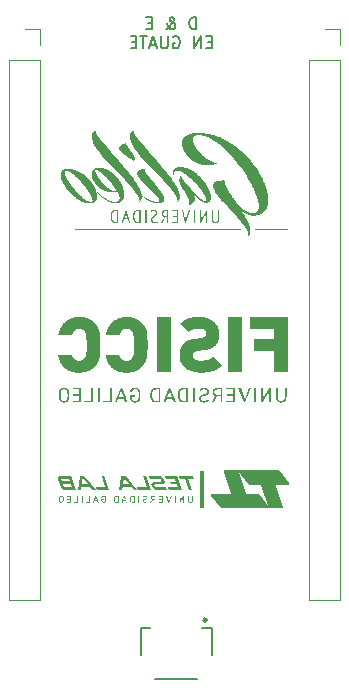
<source format=gbr>
%TF.GenerationSoftware,KiCad,Pcbnew,7.0.6-0*%
%TF.CreationDate,2024-01-30T12:53:34-06:00*%
%TF.ProjectId,ESP32_DevKit,45535033-325f-4446-9576-4b69742e6b69,rev?*%
%TF.SameCoordinates,Original*%
%TF.FileFunction,Legend,Bot*%
%TF.FilePolarity,Positive*%
%FSLAX46Y46*%
G04 Gerber Fmt 4.6, Leading zero omitted, Abs format (unit mm)*
G04 Created by KiCad (PCBNEW 7.0.6-0) date 2024-01-30 12:53:34*
%MOMM*%
%LPD*%
G01*
G04 APERTURE LIST*
%ADD10C,0.000000*%
%ADD11C,0.150000*%
%ADD12C,0.120000*%
%ADD13C,0.127000*%
%ADD14C,0.300000*%
G04 APERTURE END LIST*
D10*
G36*
X184514122Y-88711669D02*
G01*
X184536760Y-88714398D01*
X184547625Y-88716463D01*
X184558177Y-88719003D01*
X184568412Y-88722025D01*
X184578322Y-88725534D01*
X184587902Y-88729536D01*
X184597145Y-88734038D01*
X184606045Y-88739044D01*
X184614596Y-88744562D01*
X184622791Y-88750597D01*
X184630624Y-88757156D01*
X184638089Y-88764243D01*
X184645179Y-88771866D01*
X184651888Y-88780030D01*
X184658210Y-88788740D01*
X184664138Y-88798004D01*
X184669667Y-88807828D01*
X184674789Y-88818216D01*
X184679499Y-88829175D01*
X184683791Y-88840711D01*
X184687657Y-88852830D01*
X184691092Y-88865538D01*
X184694090Y-88878842D01*
X184696644Y-88892746D01*
X184698747Y-88907257D01*
X184701578Y-88938124D01*
X184702533Y-88971491D01*
X184702533Y-89034435D01*
X184702294Y-89051433D01*
X184701578Y-89067801D01*
X184700394Y-89083544D01*
X184698747Y-89098668D01*
X184696644Y-89113179D01*
X184694090Y-89127083D01*
X184691093Y-89140386D01*
X184687657Y-89153094D01*
X184683791Y-89165214D01*
X184679500Y-89176750D01*
X184674790Y-89187709D01*
X184669667Y-89198097D01*
X184664139Y-89207920D01*
X184658210Y-89217184D01*
X184651888Y-89225895D01*
X184645179Y-89234059D01*
X184638089Y-89241682D01*
X184630625Y-89248769D01*
X184622792Y-89255327D01*
X184614597Y-89261363D01*
X184606046Y-89266881D01*
X184597146Y-89271887D01*
X184587903Y-89276389D01*
X184578323Y-89280391D01*
X184568413Y-89283900D01*
X184558178Y-89286922D01*
X184547625Y-89289462D01*
X184536761Y-89291528D01*
X184525591Y-89293123D01*
X184514123Y-89294256D01*
X184502361Y-89294931D01*
X184490313Y-89295155D01*
X184466465Y-89294256D01*
X184443717Y-89291528D01*
X184432775Y-89289462D01*
X184422130Y-89286922D01*
X184411791Y-89283900D01*
X184401765Y-89280391D01*
X184392059Y-89276389D01*
X184382681Y-89271887D01*
X184373638Y-89266881D01*
X184364939Y-89261363D01*
X184356591Y-89255327D01*
X184348600Y-89248769D01*
X184340976Y-89241682D01*
X184333725Y-89234059D01*
X184326855Y-89225895D01*
X184320373Y-89217184D01*
X184314287Y-89207920D01*
X184308605Y-89198097D01*
X184303334Y-89187709D01*
X184298482Y-89176750D01*
X184294056Y-89165214D01*
X184290063Y-89153094D01*
X184286513Y-89140386D01*
X184283411Y-89127083D01*
X184280765Y-89113179D01*
X184278584Y-89098668D01*
X184276874Y-89083544D01*
X184275643Y-89067801D01*
X184274650Y-89034435D01*
X184274650Y-89001415D01*
X184274822Y-89001243D01*
X184274908Y-89001157D01*
X184274995Y-89001072D01*
X184487905Y-89001072D01*
X184487905Y-89065735D01*
X184348602Y-89065735D01*
X184349441Y-89076618D01*
X184350537Y-89087085D01*
X184351888Y-89097139D01*
X184353491Y-89106786D01*
X184355344Y-89116031D01*
X184357444Y-89124878D01*
X184359789Y-89133331D01*
X184362376Y-89141396D01*
X184365201Y-89149077D01*
X184368264Y-89156378D01*
X184371561Y-89163305D01*
X184375089Y-89169862D01*
X184378846Y-89176054D01*
X184382830Y-89181885D01*
X184387038Y-89187361D01*
X184391467Y-89192484D01*
X184396114Y-89197262D01*
X184400978Y-89201697D01*
X184406055Y-89205795D01*
X184411343Y-89209560D01*
X184416840Y-89212997D01*
X184422542Y-89216111D01*
X184428447Y-89218907D01*
X184434553Y-89221388D01*
X184440857Y-89223560D01*
X184447357Y-89225427D01*
X184454049Y-89226994D01*
X184460932Y-89228266D01*
X184468002Y-89229247D01*
X184475258Y-89229941D01*
X184482695Y-89230355D01*
X184490313Y-89230492D01*
X184506729Y-89229847D01*
X184522172Y-89227880D01*
X184529526Y-89226385D01*
X184536633Y-89224542D01*
X184543490Y-89222345D01*
X184550097Y-89219786D01*
X184556452Y-89216861D01*
X184562554Y-89213563D01*
X184568401Y-89209885D01*
X184573991Y-89205823D01*
X184579324Y-89201370D01*
X184584397Y-89196520D01*
X184589208Y-89191267D01*
X184593758Y-89185605D01*
X184598043Y-89179528D01*
X184602063Y-89173029D01*
X184605816Y-89166103D01*
X184609300Y-89158744D01*
X184612514Y-89150946D01*
X184615457Y-89142702D01*
X184620522Y-89124853D01*
X184624482Y-89105151D01*
X184627325Y-89083546D01*
X184629040Y-89059990D01*
X184629615Y-89034436D01*
X184629615Y-88971492D01*
X184629471Y-88958491D01*
X184629040Y-88945993D01*
X184628325Y-88933991D01*
X184627325Y-88922479D01*
X184626044Y-88911452D01*
X184624482Y-88900903D01*
X184622640Y-88890827D01*
X184620522Y-88881218D01*
X184618127Y-88872070D01*
X184615457Y-88863377D01*
X184612514Y-88855134D01*
X184609300Y-88847334D01*
X184605816Y-88839971D01*
X184602063Y-88833040D01*
X184598043Y-88826535D01*
X184593758Y-88820450D01*
X184589208Y-88814779D01*
X184584397Y-88809517D01*
X184579324Y-88804657D01*
X184573991Y-88800193D01*
X184568401Y-88796121D01*
X184562554Y-88792433D01*
X184556452Y-88789124D01*
X184550097Y-88786188D01*
X184543490Y-88783620D01*
X184536633Y-88781413D01*
X184529526Y-88779562D01*
X184522172Y-88778060D01*
X184514573Y-88776903D01*
X184506729Y-88776083D01*
X184498642Y-88775595D01*
X184490313Y-88775434D01*
X184476653Y-88775845D01*
X184463660Y-88777094D01*
X184457413Y-88778039D01*
X184451333Y-88779203D01*
X184445419Y-88780587D01*
X184439671Y-88782195D01*
X184434088Y-88784030D01*
X184428672Y-88786095D01*
X184423420Y-88788392D01*
X184418334Y-88790924D01*
X184413413Y-88793695D01*
X184408656Y-88796707D01*
X184404064Y-88799964D01*
X184399637Y-88803467D01*
X184395374Y-88807220D01*
X184391275Y-88811226D01*
X184387340Y-88815487D01*
X184383568Y-88820008D01*
X184379960Y-88824789D01*
X184376516Y-88829835D01*
X184373234Y-88835149D01*
X184370116Y-88840732D01*
X184367160Y-88846589D01*
X184364366Y-88852722D01*
X184361736Y-88859133D01*
X184359267Y-88865827D01*
X184356960Y-88872804D01*
X184354815Y-88880070D01*
X184351010Y-88895475D01*
X184279811Y-88895475D01*
X184281726Y-88883870D01*
X184283985Y-88872655D01*
X184286584Y-88861831D01*
X184289519Y-88851395D01*
X184292785Y-88841346D01*
X184296378Y-88831683D01*
X184300293Y-88822403D01*
X184304527Y-88813506D01*
X184309075Y-88804990D01*
X184313932Y-88796853D01*
X184319095Y-88789094D01*
X184324558Y-88781711D01*
X184330318Y-88774704D01*
X184336370Y-88768069D01*
X184342710Y-88761807D01*
X184349333Y-88755915D01*
X184356235Y-88750391D01*
X184363413Y-88745235D01*
X184370860Y-88740445D01*
X184378574Y-88736019D01*
X184386550Y-88731956D01*
X184394783Y-88728254D01*
X184403269Y-88724912D01*
X184412003Y-88721928D01*
X184420982Y-88719300D01*
X184430201Y-88717028D01*
X184439656Y-88715110D01*
X184449342Y-88713544D01*
X184469391Y-88711462D01*
X184490313Y-88710771D01*
X184514122Y-88711669D01*
G37*
G36*
X181708719Y-89289309D02*
G01*
X181355819Y-89289309D01*
X181355819Y-89224644D01*
X181635800Y-89224644D01*
X181635800Y-89025836D01*
X181381271Y-89025836D01*
X181381271Y-88961172D01*
X181635800Y-88961172D01*
X181635800Y-88782314D01*
X181355819Y-88782314D01*
X181355819Y-88718337D01*
X181708719Y-88718337D01*
X181708719Y-89289309D01*
G37*
G36*
X188461654Y-88201024D02*
G01*
X187408798Y-88201024D01*
X187328313Y-87968852D01*
X188148995Y-87968852D01*
X187828083Y-87042573D01*
X188060254Y-87042573D01*
X188461654Y-88201024D01*
G37*
G36*
X196158223Y-78250223D02*
G01*
X195005699Y-78250223D01*
X195005699Y-73597259D01*
X196158223Y-73597259D01*
X196158223Y-78250223D01*
G37*
G36*
X192101420Y-87274743D02*
G01*
X191637420Y-87274743D01*
X191958333Y-88201023D01*
X191726161Y-88201023D01*
X191405249Y-87274743D01*
X190939186Y-87274743D01*
X190858700Y-87042572D01*
X192020934Y-87042572D01*
X192101420Y-87274743D01*
G37*
G36*
X192219470Y-65611693D02*
G01*
X192103053Y-65611693D01*
X192103053Y-64525579D01*
X192219470Y-64525579D01*
X192219470Y-65611693D01*
G37*
G36*
X182462914Y-73562060D02*
G01*
X182511601Y-73563611D01*
X182559712Y-73566197D01*
X182607253Y-73569822D01*
X182654229Y-73574486D01*
X182700645Y-73580191D01*
X182746506Y-73586939D01*
X182791818Y-73594731D01*
X182836586Y-73603571D01*
X182880815Y-73613458D01*
X182924510Y-73624396D01*
X182967677Y-73636385D01*
X183010321Y-73649427D01*
X183052446Y-73663525D01*
X183094059Y-73678680D01*
X183135164Y-73694893D01*
X183175892Y-73712264D01*
X183216371Y-73730888D01*
X183256602Y-73750765D01*
X183296588Y-73771892D01*
X183336329Y-73794268D01*
X183375827Y-73817891D01*
X183415085Y-73842759D01*
X183454104Y-73868871D01*
X183492886Y-73896225D01*
X183531432Y-73924819D01*
X183569744Y-73954651D01*
X183607825Y-73985720D01*
X183645675Y-74018024D01*
X183683297Y-74051561D01*
X183720692Y-74086329D01*
X183757862Y-74122327D01*
X183794028Y-74159301D01*
X183828409Y-74196995D01*
X183861008Y-74235404D01*
X183891826Y-74274523D01*
X183920865Y-74314347D01*
X183948128Y-74354870D01*
X183973614Y-74396087D01*
X183997327Y-74437993D01*
X184019268Y-74480583D01*
X184039439Y-74523851D01*
X184057841Y-74567792D01*
X184074477Y-74612401D01*
X184089348Y-74657673D01*
X184102455Y-74703602D01*
X184113801Y-74750184D01*
X184123388Y-74797413D01*
X184139685Y-74899134D01*
X184153765Y-75013567D01*
X184165640Y-75139915D01*
X184175325Y-75277383D01*
X184182834Y-75425177D01*
X184188180Y-75582500D01*
X184191377Y-75748557D01*
X184192440Y-75922553D01*
X184191322Y-76095402D01*
X184187957Y-76258553D01*
X184182332Y-76412020D01*
X184174433Y-76555819D01*
X184164246Y-76689961D01*
X184151756Y-76814463D01*
X184136950Y-76929336D01*
X184119814Y-77034596D01*
X184109488Y-77084713D01*
X184096373Y-77135048D01*
X184080467Y-77185596D01*
X184061770Y-77236352D01*
X184040282Y-77287310D01*
X184016005Y-77338464D01*
X183988936Y-77389811D01*
X183959078Y-77441344D01*
X183926428Y-77493059D01*
X183890988Y-77544950D01*
X183852758Y-77597012D01*
X183811737Y-77649239D01*
X183767926Y-77701627D01*
X183721325Y-77754170D01*
X183671933Y-77806863D01*
X183619750Y-77859700D01*
X183565015Y-77910962D01*
X183507521Y-77958929D01*
X183447271Y-78003600D01*
X183384269Y-78044972D01*
X183318517Y-78083045D01*
X183250021Y-78117817D01*
X183178783Y-78149285D01*
X183104807Y-78177448D01*
X183028096Y-78202305D01*
X182948653Y-78223853D01*
X182866483Y-78242090D01*
X182781589Y-78257016D01*
X182693974Y-78268628D01*
X182603641Y-78276924D01*
X182510595Y-78281903D01*
X182414838Y-78283563D01*
X182411264Y-78285939D01*
X182324842Y-78284488D01*
X182240149Y-78280135D01*
X182157187Y-78272879D01*
X182075954Y-78262722D01*
X181996452Y-78249662D01*
X181918680Y-78233700D01*
X181842638Y-78214836D01*
X181768326Y-78193070D01*
X181695745Y-78168401D01*
X181624893Y-78140831D01*
X181555772Y-78110358D01*
X181488380Y-78076984D01*
X181422719Y-78040707D01*
X181358788Y-78001528D01*
X181296586Y-77959447D01*
X181236115Y-77914464D01*
X181177878Y-77866676D01*
X181122377Y-77816182D01*
X181069614Y-77762980D01*
X181019591Y-77707072D01*
X180972309Y-77648457D01*
X180927771Y-77587135D01*
X180885978Y-77523106D01*
X180846932Y-77456371D01*
X180810634Y-77386929D01*
X180777087Y-77314779D01*
X180746292Y-77239923D01*
X180718251Y-77162361D01*
X180692965Y-77082091D01*
X180670437Y-76999115D01*
X180650668Y-76913432D01*
X180633659Y-76825042D01*
X181806426Y-76825042D01*
X181814952Y-76850171D01*
X181824009Y-76874656D01*
X181833600Y-76898496D01*
X181843727Y-76921688D01*
X181854391Y-76944232D01*
X181865593Y-76966125D01*
X181877336Y-76987366D01*
X181889622Y-77007953D01*
X181902452Y-77027884D01*
X181915827Y-77047157D01*
X181929751Y-77065771D01*
X181944224Y-77083724D01*
X181959247Y-77101015D01*
X181974824Y-77117641D01*
X181990956Y-77133600D01*
X182007644Y-77148892D01*
X182025112Y-77163585D01*
X182043583Y-77177305D01*
X182063055Y-77190055D01*
X182083527Y-77201839D01*
X182104996Y-77212660D01*
X182127461Y-77222522D01*
X182150920Y-77231428D01*
X182175372Y-77239382D01*
X182200814Y-77246387D01*
X182227246Y-77252446D01*
X182254664Y-77257564D01*
X182283068Y-77261743D01*
X182312455Y-77264988D01*
X182342825Y-77267301D01*
X182374174Y-77268687D01*
X182406503Y-77269148D01*
X182443757Y-77268506D01*
X182479615Y-77266583D01*
X182514078Y-77263379D01*
X182547146Y-77258897D01*
X182578819Y-77253139D01*
X182609096Y-77246105D01*
X182637978Y-77237799D01*
X182665464Y-77228220D01*
X182691555Y-77217373D01*
X182716251Y-77205257D01*
X182739552Y-77191875D01*
X182750679Y-77184709D01*
X182761457Y-77177228D01*
X182771887Y-77169431D01*
X182781968Y-77161319D01*
X182791699Y-77152891D01*
X182801083Y-77144148D01*
X182810117Y-77135091D01*
X182818802Y-77125719D01*
X182827139Y-77116032D01*
X182835127Y-77106031D01*
X182850420Y-77085521D01*
X182865042Y-77064620D01*
X182878995Y-77043329D01*
X182892278Y-77021647D01*
X182904892Y-76999574D01*
X182916835Y-76977110D01*
X182928109Y-76954256D01*
X182938713Y-76931011D01*
X182948648Y-76907375D01*
X182957912Y-76883349D01*
X182966507Y-76858932D01*
X182974432Y-76834124D01*
X182981688Y-76808926D01*
X182988273Y-76783336D01*
X182994189Y-76757356D01*
X182999435Y-76730986D01*
X183008644Y-76671396D01*
X183016625Y-76599179D01*
X183023378Y-76514768D01*
X183028903Y-76418595D01*
X183033200Y-76311093D01*
X183036269Y-76192694D01*
X183038725Y-75924936D01*
X183037999Y-75786577D01*
X183035823Y-75659017D01*
X183032195Y-75542229D01*
X183027116Y-75436184D01*
X183020587Y-75340855D01*
X183012606Y-75256213D01*
X183003174Y-75182232D01*
X182992290Y-75118883D01*
X182986361Y-75090559D01*
X182980180Y-75063190D01*
X182973748Y-75036780D01*
X182967065Y-75011335D01*
X182960131Y-74986859D01*
X182952945Y-74963358D01*
X182945509Y-74940838D01*
X182937821Y-74919302D01*
X182929882Y-74898758D01*
X182921691Y-74879210D01*
X182913250Y-74860662D01*
X182904558Y-74843121D01*
X182895614Y-74826592D01*
X182886419Y-74811080D01*
X182876973Y-74796590D01*
X182867276Y-74783127D01*
X182857327Y-74770179D01*
X182847125Y-74757677D01*
X182836668Y-74745622D01*
X182825955Y-74734013D01*
X182814984Y-74722851D01*
X182803753Y-74712135D01*
X182792261Y-74701865D01*
X182780505Y-74692042D01*
X182768484Y-74682666D01*
X182756197Y-74673736D01*
X182743641Y-74665253D01*
X182730815Y-74657216D01*
X182717717Y-74649626D01*
X182704345Y-74642482D01*
X182690697Y-74635785D01*
X182676773Y-74629535D01*
X182662528Y-74623689D01*
X182647922Y-74618208D01*
X182632957Y-74613093D01*
X182617634Y-74608346D01*
X182601955Y-74603968D01*
X182585923Y-74599962D01*
X182569537Y-74596329D01*
X182552801Y-74593072D01*
X182535717Y-74590190D01*
X182518285Y-74587688D01*
X182500507Y-74585565D01*
X182482387Y-74583825D01*
X182463924Y-74582468D01*
X182445121Y-74581497D01*
X182425980Y-74580913D01*
X182406503Y-74580717D01*
X182373337Y-74581276D01*
X182341258Y-74582952D01*
X182310263Y-74585748D01*
X182280352Y-74589666D01*
X182251522Y-74594707D01*
X182223772Y-74600872D01*
X182197100Y-74608165D01*
X182171503Y-74616585D01*
X182146981Y-74626136D01*
X182123532Y-74636819D01*
X182101154Y-74648635D01*
X182079845Y-74661587D01*
X182059603Y-74675676D01*
X182040427Y-74690904D01*
X182022315Y-74707272D01*
X182005265Y-74724783D01*
X181989009Y-74743312D01*
X181973283Y-74762734D01*
X181958083Y-74783050D01*
X181943407Y-74804258D01*
X181929255Y-74826359D01*
X181915625Y-74849353D01*
X181902514Y-74873240D01*
X181889922Y-74898019D01*
X181877845Y-74923692D01*
X181866283Y-74950258D01*
X181855234Y-74977717D01*
X181844695Y-75006069D01*
X181834666Y-75035314D01*
X181825145Y-75065451D01*
X181816129Y-75096482D01*
X181807617Y-75128407D01*
X180634854Y-75128407D01*
X180651876Y-75033640D01*
X180671686Y-74941776D01*
X180694283Y-74852814D01*
X180719666Y-74766754D01*
X180747833Y-74683596D01*
X180778781Y-74603340D01*
X180812509Y-74525987D01*
X180849016Y-74451536D01*
X180888299Y-74379987D01*
X180930357Y-74311340D01*
X180975189Y-74245595D01*
X181022791Y-74182752D01*
X181073163Y-74122812D01*
X181126304Y-74065773D01*
X181182210Y-74011636D01*
X181240881Y-73960402D01*
X181301966Y-73911972D01*
X181364671Y-73866691D01*
X181428998Y-73824557D01*
X181494949Y-73785566D01*
X181562526Y-73749714D01*
X181631729Y-73716998D01*
X181702562Y-73687415D01*
X181775025Y-73660960D01*
X181849121Y-73637631D01*
X181924851Y-73617423D01*
X182002217Y-73600334D01*
X182081220Y-73586360D01*
X182161863Y-73575498D01*
X182244148Y-73567743D01*
X182328075Y-73563093D01*
X182413647Y-73561543D01*
X182462914Y-73562060D01*
G37*
G36*
X191395293Y-65265089D02*
G01*
X191425721Y-65434422D01*
X191428365Y-65434422D01*
X191456147Y-65269058D01*
X191458793Y-65269058D01*
X191671782Y-64525579D01*
X191800106Y-64525579D01*
X191466731Y-65628891D01*
X191404553Y-65628891D01*
X191075147Y-64525579D01*
X191194210Y-64525579D01*
X191395293Y-65265089D01*
G37*
G36*
X186472941Y-73562060D02*
G01*
X186521628Y-73563611D01*
X186569740Y-73566197D01*
X186617281Y-73569822D01*
X186664257Y-73574486D01*
X186710673Y-73580191D01*
X186756534Y-73586939D01*
X186801847Y-73594731D01*
X186846615Y-73603571D01*
X186890844Y-73613458D01*
X186934539Y-73624396D01*
X186977706Y-73636385D01*
X187020349Y-73649427D01*
X187062474Y-73663525D01*
X187104086Y-73678680D01*
X187145191Y-73694893D01*
X187185920Y-73712264D01*
X187226399Y-73730888D01*
X187266631Y-73750765D01*
X187306616Y-73771892D01*
X187346357Y-73794268D01*
X187385856Y-73817891D01*
X187425113Y-73842759D01*
X187464132Y-73868871D01*
X187502914Y-73896225D01*
X187541460Y-73924819D01*
X187579772Y-73954651D01*
X187617852Y-73985720D01*
X187655702Y-74018024D01*
X187693324Y-74051561D01*
X187730719Y-74086329D01*
X187767889Y-74122327D01*
X187804055Y-74159301D01*
X187838437Y-74196995D01*
X187871036Y-74235404D01*
X187901855Y-74274523D01*
X187930894Y-74314347D01*
X187958156Y-74354870D01*
X187983643Y-74396087D01*
X188007355Y-74437993D01*
X188029296Y-74480583D01*
X188049467Y-74523851D01*
X188067869Y-74567792D01*
X188084504Y-74612401D01*
X188099375Y-74657673D01*
X188112482Y-74703602D01*
X188123828Y-74750184D01*
X188133414Y-74797413D01*
X188149712Y-74899134D01*
X188163792Y-75013567D01*
X188175667Y-75139915D01*
X188185352Y-75277383D01*
X188192861Y-75425177D01*
X188198207Y-75582500D01*
X188201404Y-75748557D01*
X188202467Y-75922553D01*
X188201349Y-76095402D01*
X188197984Y-76258553D01*
X188192359Y-76412020D01*
X188184460Y-76555819D01*
X188174273Y-76689961D01*
X188161783Y-76814463D01*
X188146977Y-76929336D01*
X188129840Y-77034596D01*
X188119515Y-77084713D01*
X188106400Y-77135048D01*
X188090494Y-77185596D01*
X188071797Y-77236352D01*
X188050310Y-77287310D01*
X188026033Y-77338464D01*
X187998964Y-77389811D01*
X187969106Y-77441344D01*
X187936457Y-77493059D01*
X187901017Y-77544950D01*
X187862787Y-77597012D01*
X187821766Y-77649239D01*
X187777955Y-77701627D01*
X187731353Y-77754170D01*
X187681960Y-77806863D01*
X187629777Y-77859700D01*
X187575042Y-77910962D01*
X187517548Y-77958929D01*
X187457298Y-78003600D01*
X187394295Y-78044972D01*
X187328544Y-78083045D01*
X187260048Y-78117817D01*
X187188810Y-78149285D01*
X187114834Y-78177448D01*
X187038123Y-78202305D01*
X186958680Y-78223853D01*
X186876510Y-78242090D01*
X186791616Y-78257016D01*
X186704001Y-78268628D01*
X186613668Y-78276924D01*
X186520622Y-78281903D01*
X186424865Y-78283563D01*
X186421291Y-78285939D01*
X186334869Y-78284488D01*
X186250176Y-78280135D01*
X186167214Y-78272879D01*
X186085981Y-78262722D01*
X186006479Y-78249662D01*
X185928707Y-78233700D01*
X185852665Y-78214836D01*
X185778354Y-78193070D01*
X185705772Y-78168401D01*
X185634921Y-78140831D01*
X185565800Y-78110358D01*
X185498409Y-78076984D01*
X185432748Y-78040707D01*
X185368817Y-78001528D01*
X185306616Y-77959447D01*
X185246146Y-77914464D01*
X185187908Y-77866676D01*
X185132406Y-77816182D01*
X185079643Y-77762980D01*
X185029620Y-77707072D01*
X184982338Y-77648457D01*
X184937800Y-77587135D01*
X184896007Y-77523106D01*
X184856961Y-77456371D01*
X184820664Y-77386929D01*
X184787116Y-77314779D01*
X184756322Y-77239923D01*
X184728280Y-77162361D01*
X184702995Y-77082091D01*
X184680467Y-76999115D01*
X184660698Y-76913432D01*
X184643690Y-76825042D01*
X185816456Y-76825042D01*
X185824981Y-76850171D01*
X185834038Y-76874656D01*
X185843629Y-76898496D01*
X185853755Y-76921688D01*
X185864419Y-76944232D01*
X185875621Y-76966125D01*
X185887364Y-76987366D01*
X185899649Y-77007953D01*
X185912479Y-77027884D01*
X185925855Y-77047157D01*
X185939778Y-77065771D01*
X185954251Y-77083724D01*
X185969274Y-77101015D01*
X185984851Y-77117641D01*
X186000983Y-77133600D01*
X186017671Y-77148892D01*
X186035140Y-77163585D01*
X186053611Y-77177305D01*
X186073083Y-77190055D01*
X186093555Y-77201839D01*
X186115025Y-77212660D01*
X186137490Y-77222522D01*
X186160949Y-77231428D01*
X186185400Y-77239382D01*
X186210842Y-77246387D01*
X186237273Y-77252446D01*
X186264692Y-77257564D01*
X186293095Y-77261743D01*
X186322483Y-77264988D01*
X186352852Y-77267301D01*
X186384201Y-77268687D01*
X186416529Y-77269148D01*
X186453784Y-77268506D01*
X186489642Y-77266583D01*
X186524106Y-77263379D01*
X186557174Y-77258897D01*
X186588846Y-77253139D01*
X186619124Y-77246105D01*
X186648006Y-77237799D01*
X186675493Y-77228220D01*
X186701584Y-77217373D01*
X186726280Y-77205257D01*
X186749581Y-77191875D01*
X186760709Y-77184709D01*
X186771487Y-77177228D01*
X186781917Y-77169431D01*
X186791998Y-77161319D01*
X186801730Y-77152891D01*
X186811113Y-77144148D01*
X186820147Y-77135091D01*
X186828833Y-77125719D01*
X186837170Y-77116032D01*
X186845158Y-77106031D01*
X186860450Y-77085521D01*
X186875072Y-77064620D01*
X186889025Y-77043329D01*
X186902308Y-77021647D01*
X186914921Y-76999574D01*
X186926865Y-76977110D01*
X186938138Y-76954256D01*
X186948742Y-76931011D01*
X186958676Y-76907375D01*
X186967940Y-76883349D01*
X186976535Y-76858932D01*
X186984460Y-76834124D01*
X186991715Y-76808926D01*
X186998300Y-76783336D01*
X187004216Y-76757356D01*
X187009462Y-76730986D01*
X187018671Y-76671396D01*
X187026652Y-76599179D01*
X187033405Y-76514768D01*
X187038930Y-76418595D01*
X187043227Y-76311093D01*
X187046296Y-76192694D01*
X187048751Y-75924936D01*
X187048026Y-75786577D01*
X187045849Y-75659017D01*
X187042222Y-75542229D01*
X187037143Y-75436184D01*
X187030614Y-75340855D01*
X187022633Y-75256213D01*
X187013200Y-75182232D01*
X187002317Y-75118883D01*
X186996388Y-75090559D01*
X186990207Y-75063190D01*
X186983775Y-75036780D01*
X186977092Y-75011335D01*
X186970158Y-74986859D01*
X186962972Y-74963358D01*
X186955535Y-74940838D01*
X186947848Y-74919302D01*
X186939909Y-74898758D01*
X186931718Y-74879210D01*
X186923277Y-74860662D01*
X186914585Y-74843121D01*
X186905641Y-74826592D01*
X186896446Y-74811080D01*
X186887000Y-74796590D01*
X186877303Y-74783127D01*
X186867354Y-74770179D01*
X186857153Y-74757677D01*
X186846697Y-74745622D01*
X186835984Y-74734013D01*
X186825013Y-74722851D01*
X186813783Y-74712135D01*
X186802290Y-74701865D01*
X186790535Y-74692042D01*
X186778514Y-74682666D01*
X186766226Y-74673736D01*
X186753670Y-74665253D01*
X186740844Y-74657216D01*
X186727745Y-74649626D01*
X186714373Y-74642482D01*
X186700725Y-74635785D01*
X186686800Y-74629535D01*
X186672555Y-74623689D01*
X186657949Y-74618208D01*
X186642984Y-74613093D01*
X186627661Y-74608346D01*
X186611982Y-74603968D01*
X186595949Y-74599962D01*
X186579564Y-74596329D01*
X186562828Y-74593072D01*
X186545744Y-74590190D01*
X186528312Y-74587688D01*
X186510534Y-74585565D01*
X186492414Y-74583825D01*
X186473951Y-74582468D01*
X186455148Y-74581497D01*
X186436007Y-74580913D01*
X186416529Y-74580717D01*
X186383364Y-74581276D01*
X186351285Y-74582952D01*
X186320290Y-74585748D01*
X186290379Y-74589666D01*
X186261549Y-74594707D01*
X186233799Y-74600872D01*
X186207126Y-74608165D01*
X186181530Y-74616585D01*
X186157008Y-74626136D01*
X186133559Y-74636819D01*
X186111181Y-74648635D01*
X186089871Y-74661587D01*
X186069630Y-74675676D01*
X186050454Y-74690904D01*
X186032342Y-74707272D01*
X186015292Y-74724783D01*
X185999036Y-74743312D01*
X185983310Y-74762734D01*
X185968109Y-74783050D01*
X185953434Y-74804258D01*
X185939283Y-74826359D01*
X185925652Y-74849353D01*
X185912542Y-74873240D01*
X185899949Y-74898019D01*
X185887873Y-74923692D01*
X185876311Y-74950258D01*
X185865262Y-74977717D01*
X185854724Y-75006069D01*
X185844695Y-75035314D01*
X185835174Y-75065451D01*
X185826159Y-75096482D01*
X185817648Y-75128407D01*
X184644881Y-75128407D01*
X184661903Y-75033640D01*
X184681713Y-74941776D01*
X184704310Y-74852814D01*
X184729693Y-74766754D01*
X184757860Y-74683596D01*
X184788808Y-74603340D01*
X184822536Y-74525987D01*
X184859043Y-74451536D01*
X184898326Y-74379987D01*
X184940384Y-74311340D01*
X184985215Y-74245595D01*
X185032818Y-74182752D01*
X185083190Y-74122812D01*
X185136331Y-74065773D01*
X185192237Y-74011636D01*
X185250908Y-73960402D01*
X185311993Y-73911972D01*
X185374698Y-73866691D01*
X185439026Y-73824557D01*
X185504977Y-73785566D01*
X185572553Y-73749714D01*
X185641757Y-73716998D01*
X185712590Y-73687415D01*
X185785053Y-73660960D01*
X185859149Y-73637631D01*
X185934879Y-73617423D01*
X186012245Y-73600334D01*
X186091249Y-73586360D01*
X186171892Y-73575498D01*
X186254176Y-73567743D01*
X186338103Y-73563093D01*
X186423674Y-73561543D01*
X186472941Y-73562060D01*
G37*
G36*
X187103707Y-89288965D02*
G01*
X186916937Y-89288965D01*
X186893128Y-89288120D01*
X186870489Y-89285545D01*
X186849072Y-89281176D01*
X186838837Y-89278301D01*
X186828927Y-89274954D01*
X186819347Y-89271127D01*
X186810104Y-89266814D01*
X186801203Y-89262006D01*
X186792653Y-89256696D01*
X186784458Y-89250876D01*
X186776625Y-89244538D01*
X186769160Y-89237674D01*
X186762070Y-89230276D01*
X186755361Y-89222338D01*
X186749039Y-89213851D01*
X186743111Y-89204807D01*
X186737582Y-89195199D01*
X186732459Y-89185018D01*
X186727749Y-89174258D01*
X186723458Y-89162910D01*
X186719591Y-89150967D01*
X186716156Y-89138421D01*
X186713158Y-89125263D01*
X186710605Y-89111488D01*
X186708501Y-89097086D01*
X186706854Y-89082049D01*
X186705670Y-89066371D01*
X186704715Y-89033059D01*
X186704715Y-89032715D01*
X186777977Y-89032715D01*
X186778121Y-89045731D01*
X186778551Y-89058216D01*
X186779267Y-89070175D01*
X186780266Y-89081618D01*
X186781548Y-89092553D01*
X186783110Y-89102986D01*
X186784951Y-89112926D01*
X186787070Y-89122380D01*
X186789465Y-89131357D01*
X186792135Y-89139864D01*
X186795078Y-89147909D01*
X186798292Y-89155500D01*
X186801776Y-89162644D01*
X186805529Y-89169350D01*
X186809549Y-89175625D01*
X186813835Y-89181477D01*
X186818384Y-89186913D01*
X186823196Y-89191943D01*
X186828269Y-89196573D01*
X186833602Y-89200811D01*
X186839192Y-89204665D01*
X186845039Y-89208143D01*
X186851141Y-89211253D01*
X186857496Y-89214002D01*
X186864103Y-89216399D01*
X186870961Y-89218451D01*
X186878067Y-89220165D01*
X186885421Y-89221551D01*
X186893021Y-89222615D01*
X186900865Y-89223365D01*
X186908952Y-89223809D01*
X186917280Y-89223956D01*
X187031129Y-89223956D01*
X187031129Y-88781969D01*
X186917280Y-88781969D01*
X186900865Y-88782560D01*
X186885421Y-88784374D01*
X186870961Y-88787474D01*
X186864103Y-88789526D01*
X186857496Y-88791923D01*
X186851141Y-88794672D01*
X186845039Y-88797782D01*
X186839192Y-88801260D01*
X186833602Y-88805114D01*
X186828269Y-88809352D01*
X186823196Y-88813982D01*
X186818384Y-88819011D01*
X186813835Y-88824448D01*
X186809549Y-88830300D01*
X186805529Y-88836575D01*
X186801776Y-88843280D01*
X186798292Y-88850425D01*
X186795078Y-88858015D01*
X186792135Y-88866060D01*
X186789465Y-88874567D01*
X186787070Y-88883544D01*
X186783110Y-88902938D01*
X186780266Y-88924306D01*
X186778551Y-88947709D01*
X186777977Y-88973209D01*
X186777977Y-89032715D01*
X186704715Y-89032715D01*
X186704715Y-88973554D01*
X186704955Y-88956569D01*
X186705670Y-88940241D01*
X186706854Y-88924563D01*
X186708501Y-88909527D01*
X186710605Y-88895125D01*
X186713158Y-88881349D01*
X186716156Y-88868192D01*
X186719591Y-88855646D01*
X186723458Y-88843703D01*
X186727749Y-88832355D01*
X186732459Y-88821595D01*
X186737582Y-88811415D01*
X186743111Y-88801806D01*
X186749039Y-88792762D01*
X186755361Y-88784275D01*
X186762070Y-88776337D01*
X186769160Y-88768940D01*
X186776625Y-88762076D01*
X186784458Y-88755738D01*
X186792653Y-88749917D01*
X186801203Y-88744607D01*
X186810104Y-88739799D01*
X186819347Y-88735486D01*
X186828927Y-88731660D01*
X186838837Y-88728313D01*
X186849072Y-88725437D01*
X186859625Y-88723025D01*
X186870489Y-88721069D01*
X186881659Y-88719561D01*
X186893128Y-88718493D01*
X186904889Y-88717859D01*
X186916937Y-88717649D01*
X187103707Y-88717649D01*
X187103707Y-88781969D01*
X187103707Y-89288965D01*
G37*
G36*
X189269265Y-87042573D02*
G01*
X189520355Y-87216271D01*
X189638676Y-87557478D01*
X189520699Y-87740807D01*
X188817992Y-87738744D01*
X188782909Y-87783458D01*
X188834847Y-87933768D01*
X188889880Y-87968851D01*
X189781077Y-87968851D01*
X189861562Y-88201023D01*
X188884721Y-88201023D01*
X188640167Y-88041083D01*
X188515999Y-87682334D01*
X188647735Y-87504852D01*
X189345282Y-87508635D01*
X189373830Y-87461856D01*
X189324644Y-87319457D01*
X189260324Y-87274743D01*
X188374976Y-87274743D01*
X188294490Y-87042572D01*
X189269612Y-87042572D01*
X189269265Y-87042573D01*
G37*
G36*
X189936115Y-65610370D02*
G01*
X189819699Y-65610370D01*
X189819699Y-65114276D01*
X189703282Y-65138089D01*
X189470449Y-65611693D01*
X189335512Y-65611693D01*
X189549824Y-65179099D01*
X189609355Y-65122214D01*
X189598566Y-65118555D01*
X189588026Y-65114522D01*
X189577738Y-65110113D01*
X189567704Y-65105326D01*
X189557926Y-65100159D01*
X189548405Y-65094611D01*
X189539145Y-65088679D01*
X189530146Y-65082361D01*
X189521410Y-65075656D01*
X189512940Y-65068561D01*
X189504737Y-65061074D01*
X189496804Y-65053195D01*
X189489142Y-65044920D01*
X189481753Y-65036248D01*
X189474640Y-65027176D01*
X189467804Y-65017703D01*
X189461323Y-65007828D01*
X189455274Y-64997549D01*
X189449656Y-64986868D01*
X189444466Y-64975783D01*
X189439702Y-64964296D01*
X189435363Y-64952405D01*
X189431446Y-64940111D01*
X189427950Y-64927414D01*
X189424872Y-64914314D01*
X189422211Y-64900811D01*
X189419965Y-64886905D01*
X189418131Y-64872596D01*
X189416709Y-64857884D01*
X189415695Y-64842768D01*
X189415088Y-64827250D01*
X189414970Y-64817943D01*
X189537919Y-64817943D01*
X189538120Y-64831616D01*
X189538725Y-64844854D01*
X189539732Y-64857653D01*
X189541143Y-64870012D01*
X189542957Y-64881930D01*
X189545174Y-64893404D01*
X189547794Y-64904432D01*
X189550817Y-64915012D01*
X189554243Y-64925143D01*
X189558072Y-64934822D01*
X189562305Y-64944048D01*
X189566940Y-64952819D01*
X189571978Y-64961132D01*
X189577420Y-64968986D01*
X189583265Y-64976378D01*
X189589512Y-64983308D01*
X189596101Y-64989803D01*
X189602971Y-64995894D01*
X189610124Y-65001577D01*
X189617562Y-65006852D01*
X189625287Y-65011715D01*
X189633300Y-65016166D01*
X189641604Y-65020203D01*
X189650201Y-65023822D01*
X189659092Y-65027023D01*
X189668280Y-65029804D01*
X189677766Y-65032162D01*
X189687553Y-65034095D01*
X189697642Y-65035603D01*
X189708035Y-65036682D01*
X189718734Y-65037331D01*
X189729742Y-65037547D01*
X189822345Y-65037547D01*
X189822345Y-64630089D01*
X189818069Y-64629100D01*
X189813188Y-64628125D01*
X189807718Y-64627182D01*
X189801675Y-64626286D01*
X189795073Y-64625451D01*
X189787929Y-64624694D01*
X189780257Y-64624030D01*
X189772074Y-64623475D01*
X189763700Y-64622602D01*
X189755435Y-64621945D01*
X189747263Y-64621475D01*
X189739167Y-64621160D01*
X189731134Y-64620969D01*
X189723148Y-64620870D01*
X189707252Y-64620829D01*
X189696771Y-64621046D01*
X189686656Y-64621697D01*
X189676902Y-64622782D01*
X189667502Y-64624302D01*
X189658452Y-64626255D01*
X189649744Y-64628642D01*
X189641373Y-64631464D01*
X189633334Y-64634720D01*
X189625620Y-64638409D01*
X189618227Y-64642533D01*
X189611147Y-64647091D01*
X189604375Y-64652083D01*
X189597905Y-64657509D01*
X189591732Y-64663369D01*
X189585850Y-64669663D01*
X189580252Y-64676391D01*
X189575199Y-64683460D01*
X189570457Y-64690775D01*
X189566029Y-64698334D01*
X189561917Y-64706136D01*
X189558123Y-64714178D01*
X189554649Y-64722458D01*
X189551496Y-64730975D01*
X189548667Y-64739726D01*
X189546164Y-64748709D01*
X189543988Y-64757924D01*
X189542142Y-64767366D01*
X189540626Y-64777036D01*
X189539445Y-64786930D01*
X189538598Y-64797048D01*
X189538089Y-64807386D01*
X189537919Y-64817943D01*
X189414970Y-64817943D01*
X189414886Y-64811328D01*
X189414979Y-64800786D01*
X189415258Y-64790487D01*
X189415723Y-64780429D01*
X189416374Y-64770607D01*
X189417211Y-64761018D01*
X189418235Y-64751657D01*
X189419444Y-64742522D01*
X189420839Y-64733607D01*
X189422421Y-64724909D01*
X189424188Y-64716424D01*
X189426141Y-64708149D01*
X189428281Y-64700079D01*
X189430606Y-64692211D01*
X189433118Y-64684540D01*
X189435816Y-64677063D01*
X189438699Y-64669776D01*
X189441753Y-64662909D01*
X189444957Y-64656196D01*
X189448309Y-64649638D01*
X189451804Y-64643235D01*
X189455439Y-64636988D01*
X189459209Y-64630895D01*
X189463111Y-64624957D01*
X189467141Y-64619175D01*
X189471296Y-64613547D01*
X189475570Y-64608075D01*
X189479960Y-64602757D01*
X189484463Y-64597595D01*
X189489075Y-64592587D01*
X189493791Y-64587735D01*
X189498608Y-64583037D01*
X189503521Y-64578495D01*
X189508777Y-64574108D01*
X189514126Y-64569878D01*
X189519567Y-64565807D01*
X189525102Y-64561897D01*
X189530729Y-64558149D01*
X189536450Y-64554566D01*
X189542264Y-64551150D01*
X189548170Y-64547903D01*
X189554170Y-64544826D01*
X189560263Y-64541921D01*
X189566448Y-64539191D01*
X189572727Y-64536637D01*
X189579099Y-64534261D01*
X189585563Y-64532066D01*
X189592121Y-64530053D01*
X189598772Y-64528224D01*
X189612725Y-64524940D01*
X189626801Y-64522043D01*
X189641002Y-64519550D01*
X189655327Y-64517475D01*
X189669775Y-64515835D01*
X189684348Y-64514643D01*
X189699045Y-64513917D01*
X189713866Y-64513672D01*
X189740180Y-64513941D01*
X189753747Y-64514300D01*
X189767610Y-64514829D01*
X189781782Y-64515545D01*
X189796279Y-64516463D01*
X189811118Y-64517597D01*
X189826314Y-64518964D01*
X189841509Y-64520137D01*
X189856348Y-64521651D01*
X189870845Y-64523475D01*
X189885018Y-64525578D01*
X189898880Y-64527930D01*
X189912447Y-64530498D01*
X189925736Y-64533252D01*
X189936115Y-64535571D01*
X189936115Y-65037547D01*
X189936115Y-65610370D01*
G37*
G36*
X189493529Y-89289309D02*
G01*
X189140627Y-89289309D01*
X189140627Y-89224644D01*
X189420609Y-89224644D01*
X189420609Y-89025836D01*
X189166081Y-89025836D01*
X189166081Y-88961172D01*
X189420609Y-88961172D01*
X189420609Y-88782314D01*
X189140627Y-88782314D01*
X189140627Y-88718337D01*
X189493529Y-88718337D01*
X189493529Y-89289309D01*
G37*
G36*
X185202094Y-80805310D02*
G01*
X184456764Y-80805310D01*
X184456764Y-80666003D01*
X185048505Y-80666003D01*
X185048505Y-79569441D01*
X185202094Y-79569441D01*
X185202094Y-80805310D01*
G37*
G36*
X181104490Y-89051434D02*
G01*
X181103774Y-89067802D01*
X181102590Y-89083545D01*
X181100943Y-89098669D01*
X181098840Y-89113180D01*
X181096286Y-89127084D01*
X181093289Y-89140387D01*
X181089853Y-89153095D01*
X181085987Y-89165215D01*
X181081696Y-89176751D01*
X181076986Y-89187710D01*
X181071863Y-89198098D01*
X181066334Y-89207921D01*
X181060406Y-89217185D01*
X181054084Y-89225896D01*
X181047375Y-89234060D01*
X181040285Y-89241683D01*
X181032820Y-89248770D01*
X181024987Y-89255328D01*
X181016793Y-89261364D01*
X181008242Y-89266882D01*
X180999342Y-89271888D01*
X180990098Y-89276390D01*
X180980518Y-89280392D01*
X180970608Y-89283901D01*
X180960373Y-89286923D01*
X180949820Y-89289463D01*
X180938956Y-89291529D01*
X180927786Y-89293124D01*
X180916317Y-89294257D01*
X180904555Y-89294932D01*
X180892507Y-89295156D01*
X180868698Y-89294257D01*
X180846060Y-89291529D01*
X180835195Y-89289463D01*
X180824643Y-89286923D01*
X180814408Y-89283901D01*
X180804497Y-89280392D01*
X180794917Y-89276390D01*
X180785674Y-89271888D01*
X180776774Y-89266882D01*
X180768223Y-89261364D01*
X180760028Y-89255328D01*
X180752195Y-89248770D01*
X180744731Y-89241683D01*
X180737640Y-89234060D01*
X180730931Y-89225896D01*
X180724609Y-89217185D01*
X180718681Y-89207921D01*
X180713152Y-89198098D01*
X180708030Y-89187710D01*
X180703320Y-89176751D01*
X180699028Y-89165215D01*
X180695162Y-89153095D01*
X180691726Y-89140387D01*
X180688729Y-89127084D01*
X180686175Y-89113180D01*
X180684072Y-89098669D01*
X180681240Y-89067802D01*
X180680285Y-89034436D01*
X180753204Y-89034436D01*
X180753348Y-89047436D01*
X180753779Y-89059934D01*
X180754494Y-89071936D01*
X180755494Y-89083448D01*
X180756775Y-89094475D01*
X180758337Y-89105024D01*
X180760179Y-89115100D01*
X180762298Y-89124709D01*
X180764693Y-89133857D01*
X180767362Y-89142550D01*
X180770305Y-89150793D01*
X180773519Y-89158593D01*
X180777004Y-89165956D01*
X180780757Y-89172887D01*
X180784776Y-89179391D01*
X180789062Y-89185476D01*
X180793611Y-89191147D01*
X180798423Y-89196410D01*
X180803496Y-89201270D01*
X180808829Y-89205733D01*
X180814419Y-89209806D01*
X180820266Y-89213493D01*
X180826368Y-89216802D01*
X180832723Y-89219738D01*
X180839330Y-89222306D01*
X180846188Y-89224513D01*
X180853294Y-89226364D01*
X180860648Y-89227866D01*
X180868248Y-89229023D01*
X180876092Y-89229843D01*
X180884179Y-89230331D01*
X180892507Y-89230492D01*
X180908923Y-89229847D01*
X180924366Y-89227880D01*
X180931720Y-89226385D01*
X180938827Y-89224542D01*
X180945684Y-89222345D01*
X180952292Y-89219786D01*
X180958647Y-89216861D01*
X180964749Y-89213563D01*
X180970596Y-89209885D01*
X180976186Y-89205823D01*
X180981518Y-89201370D01*
X180986591Y-89196520D01*
X180991403Y-89191267D01*
X180995953Y-89185605D01*
X181000238Y-89179528D01*
X181004258Y-89173029D01*
X181008011Y-89166103D01*
X181011496Y-89158744D01*
X181014710Y-89150946D01*
X181017653Y-89142702D01*
X181022717Y-89124853D01*
X181026677Y-89105151D01*
X181029521Y-89083546D01*
X181031236Y-89059990D01*
X181031811Y-89034436D01*
X181031811Y-88971492D01*
X181031667Y-88958491D01*
X181031236Y-88945993D01*
X181030521Y-88933991D01*
X181029521Y-88922479D01*
X181028240Y-88911452D01*
X181026677Y-88900903D01*
X181024836Y-88890827D01*
X181022717Y-88881218D01*
X181020322Y-88872070D01*
X181017653Y-88863377D01*
X181014710Y-88855134D01*
X181011496Y-88847334D01*
X181008011Y-88839971D01*
X181004258Y-88833040D01*
X181000238Y-88826535D01*
X180995953Y-88820450D01*
X180991403Y-88814779D01*
X180986591Y-88809517D01*
X180981518Y-88804657D01*
X180976186Y-88800193D01*
X180970596Y-88796121D01*
X180964749Y-88792433D01*
X180958647Y-88789124D01*
X180952292Y-88786188D01*
X180945684Y-88783620D01*
X180938827Y-88781413D01*
X180931720Y-88779562D01*
X180924366Y-88778060D01*
X180916767Y-88776903D01*
X180908923Y-88776083D01*
X180900836Y-88775595D01*
X180892507Y-88775434D01*
X180876092Y-88776079D01*
X180860648Y-88778046D01*
X180853294Y-88779541D01*
X180846188Y-88781384D01*
X180839330Y-88783582D01*
X180832723Y-88786140D01*
X180826368Y-88789066D01*
X180820266Y-88792364D01*
X180814419Y-88796041D01*
X180808829Y-88800103D01*
X180803496Y-88804556D01*
X180798423Y-88809406D01*
X180793611Y-88814659D01*
X180789062Y-88820322D01*
X180784776Y-88826399D01*
X180780757Y-88832898D01*
X180777004Y-88839824D01*
X180773519Y-88847183D01*
X180770305Y-88854981D01*
X180767362Y-88863225D01*
X180762298Y-88881074D01*
X180758337Y-88900776D01*
X180755494Y-88922381D01*
X180753779Y-88945937D01*
X180753204Y-88971492D01*
X180753204Y-89034436D01*
X180680285Y-89034436D01*
X180680285Y-88971492D01*
X180680525Y-88954493D01*
X180681240Y-88938125D01*
X180682425Y-88922382D01*
X180684072Y-88907258D01*
X180686175Y-88892747D01*
X180688729Y-88878843D01*
X180691726Y-88865539D01*
X180695162Y-88852831D01*
X180699028Y-88840712D01*
X180703320Y-88829176D01*
X180708030Y-88818217D01*
X180713152Y-88807829D01*
X180718681Y-88798005D01*
X180724609Y-88788741D01*
X180730931Y-88780031D01*
X180737640Y-88771867D01*
X180744731Y-88764244D01*
X180752195Y-88757157D01*
X180760028Y-88750598D01*
X180768223Y-88744563D01*
X180776774Y-88739045D01*
X180785674Y-88734039D01*
X180794917Y-88729537D01*
X180804497Y-88725535D01*
X180814408Y-88722026D01*
X180824643Y-88719004D01*
X180835195Y-88716464D01*
X180846060Y-88714398D01*
X180857229Y-88712803D01*
X180868698Y-88711670D01*
X180880460Y-88710995D01*
X180892507Y-88710772D01*
X180916317Y-88711670D01*
X180938955Y-88714398D01*
X180949819Y-88716464D01*
X180960372Y-88719004D01*
X180970607Y-88722026D01*
X180980518Y-88725535D01*
X180990098Y-88729537D01*
X180999341Y-88734039D01*
X181008241Y-88739045D01*
X181016792Y-88744563D01*
X181024987Y-88750598D01*
X181032820Y-88757157D01*
X181040284Y-88764244D01*
X181047374Y-88771867D01*
X181054084Y-88780031D01*
X181060405Y-88788741D01*
X181066334Y-88798005D01*
X181071863Y-88807829D01*
X181076985Y-88818217D01*
X181081695Y-88829176D01*
X181085987Y-88840712D01*
X181089853Y-88852831D01*
X181093288Y-88865539D01*
X181096286Y-88878843D01*
X181098840Y-88892747D01*
X181100943Y-88907258D01*
X181103774Y-88938125D01*
X181104729Y-88971492D01*
X181104729Y-89034436D01*
X181104490Y-89051434D01*
G37*
G36*
X185717335Y-65615662D02*
G01*
X185713560Y-65616649D01*
X185709211Y-65617605D01*
X185704336Y-65618499D01*
X185698979Y-65619300D01*
X185693189Y-65619977D01*
X185687011Y-65620499D01*
X185680492Y-65620835D01*
X185673679Y-65620954D01*
X185643582Y-65622938D01*
X185611501Y-65624923D01*
X185594862Y-65625894D01*
X185578594Y-65626742D01*
X185562575Y-65627341D01*
X185554619Y-65627509D01*
X185546679Y-65627569D01*
X185495085Y-65627569D01*
X185479876Y-65627383D01*
X185465007Y-65626827D01*
X185450474Y-65625903D01*
X185436277Y-65624613D01*
X185422413Y-65622958D01*
X185408881Y-65620941D01*
X185395678Y-65618564D01*
X185382802Y-65615828D01*
X185370252Y-65612735D01*
X185358026Y-65609288D01*
X185346122Y-65605488D01*
X185334537Y-65601338D01*
X185323270Y-65596838D01*
X185312318Y-65591992D01*
X185301681Y-65586801D01*
X185291356Y-65581267D01*
X185281310Y-65575205D01*
X185271512Y-65568924D01*
X185261962Y-65562422D01*
X185252661Y-65555697D01*
X185243607Y-65548748D01*
X185234801Y-65541572D01*
X185226244Y-65534167D01*
X185217934Y-65526531D01*
X185209873Y-65518663D01*
X185202059Y-65510560D01*
X185194494Y-65502221D01*
X185187176Y-65493644D01*
X185180107Y-65484826D01*
X185173286Y-65475767D01*
X185166713Y-65466463D01*
X185160388Y-65456912D01*
X185154310Y-65447145D01*
X185148476Y-65437190D01*
X185142883Y-65427045D01*
X185137526Y-65416708D01*
X185132401Y-65406178D01*
X185127505Y-65395451D01*
X185122835Y-65384527D01*
X185118385Y-65373404D01*
X185114152Y-65362078D01*
X185110132Y-65350550D01*
X185106321Y-65338815D01*
X185102716Y-65326874D01*
X185096107Y-65302361D01*
X185090272Y-65276996D01*
X185085185Y-65251075D01*
X185080826Y-65224906D01*
X185077180Y-65198489D01*
X185074232Y-65171824D01*
X185071966Y-65144911D01*
X185070367Y-65117750D01*
X185069418Y-65090341D01*
X185069106Y-65062683D01*
X185069160Y-65057391D01*
X185186844Y-65057391D01*
X185187090Y-65080524D01*
X185187816Y-65103301D01*
X185189007Y-65125736D01*
X185190648Y-65147846D01*
X185192723Y-65169646D01*
X185195216Y-65191151D01*
X185198113Y-65212377D01*
X185201396Y-65233339D01*
X185203210Y-65243665D01*
X185205179Y-65253808D01*
X185207303Y-65263773D01*
X185209582Y-65273564D01*
X185212016Y-65283184D01*
X185214605Y-65292638D01*
X185217349Y-65301929D01*
X185220248Y-65311061D01*
X185223302Y-65320037D01*
X185226511Y-65328863D01*
X185229875Y-65337541D01*
X185233394Y-65346076D01*
X185237068Y-65354472D01*
X185240898Y-65362732D01*
X185244882Y-65370860D01*
X185249021Y-65378860D01*
X185253331Y-65386689D01*
X185257827Y-65394303D01*
X185262509Y-65401705D01*
X185267377Y-65408894D01*
X185272431Y-65415875D01*
X185277671Y-65422648D01*
X185283097Y-65429216D01*
X185288709Y-65435580D01*
X185294507Y-65441743D01*
X185300492Y-65447706D01*
X185306662Y-65453471D01*
X185313018Y-65459041D01*
X185319560Y-65464417D01*
X185326288Y-65469601D01*
X185333203Y-65474595D01*
X185340303Y-65479401D01*
X185347605Y-65483960D01*
X185355124Y-65488210D01*
X185362860Y-65492153D01*
X185370813Y-65495793D01*
X185378983Y-65499130D01*
X185387370Y-65502167D01*
X185395974Y-65504906D01*
X185404795Y-65507348D01*
X185413833Y-65509495D01*
X185423089Y-65511350D01*
X185432561Y-65512915D01*
X185442250Y-65514190D01*
X185452157Y-65515179D01*
X185462280Y-65515882D01*
X185472620Y-65516303D01*
X185483178Y-65516443D01*
X185506991Y-65516443D01*
X185511019Y-65516007D01*
X185515156Y-65515678D01*
X185519386Y-65515443D01*
X185523693Y-65515286D01*
X185532478Y-65515141D01*
X185541387Y-65515120D01*
X185575783Y-65513798D01*
X185583762Y-65512826D01*
X185590996Y-65511978D01*
X185598272Y-65511152D01*
X185598272Y-64627443D01*
X185597016Y-64627413D01*
X185595729Y-64627330D01*
X185594412Y-64627199D01*
X185593063Y-64627030D01*
X185590272Y-64626606D01*
X185587358Y-64626120D01*
X185584319Y-64625634D01*
X185581157Y-64625211D01*
X185579529Y-64625041D01*
X185577870Y-64624911D01*
X185576180Y-64624827D01*
X185574460Y-64624797D01*
X185572708Y-64624768D01*
X185570925Y-64624684D01*
X185567266Y-64624384D01*
X185563484Y-64623960D01*
X185559577Y-64623474D01*
X185555546Y-64622989D01*
X185551391Y-64622565D01*
X185547113Y-64622265D01*
X185544927Y-64622181D01*
X185542710Y-64622152D01*
X185538681Y-64621715D01*
X185534545Y-64621387D01*
X185530315Y-64621152D01*
X185526007Y-64620994D01*
X185517222Y-64620850D01*
X185508314Y-64620829D01*
X185475241Y-64620829D01*
X185471271Y-64618183D01*
X185460714Y-64618337D01*
X185450376Y-64618800D01*
X185440259Y-64619569D01*
X185430364Y-64620642D01*
X185420695Y-64622018D01*
X185411252Y-64623694D01*
X185402038Y-64625668D01*
X185393054Y-64627939D01*
X185384303Y-64630505D01*
X185375786Y-64633363D01*
X185367506Y-64636511D01*
X185359464Y-64639949D01*
X185351663Y-64643673D01*
X185344103Y-64647682D01*
X185336788Y-64651974D01*
X185329719Y-64656547D01*
X185322867Y-64661353D01*
X185316200Y-64666345D01*
X185309720Y-64671523D01*
X185303426Y-64676887D01*
X185297318Y-64682437D01*
X185291395Y-64688173D01*
X185285659Y-64694095D01*
X185280109Y-64700203D01*
X185274745Y-64706498D01*
X185269567Y-64712978D01*
X185264576Y-64719644D01*
X185259770Y-64726496D01*
X185255150Y-64733535D01*
X185250716Y-64740759D01*
X185246468Y-64748169D01*
X185242406Y-64755766D01*
X185234779Y-64771395D01*
X185227772Y-64787537D01*
X185221384Y-64804205D01*
X185215617Y-64821416D01*
X185210470Y-64839185D01*
X185205943Y-64857527D01*
X185202037Y-64876459D01*
X185198750Y-64895995D01*
X185195960Y-64915898D01*
X185193541Y-64935910D01*
X185191495Y-64956015D01*
X185189821Y-64976197D01*
X185188519Y-64996441D01*
X185187588Y-65016732D01*
X185187030Y-65037054D01*
X185186844Y-65057391D01*
X185069160Y-65057391D01*
X185069418Y-65032238D01*
X185070367Y-65002429D01*
X185071966Y-64973270D01*
X185074232Y-64944778D01*
X185077180Y-64916969D01*
X185080826Y-64889857D01*
X185085185Y-64863458D01*
X185090272Y-64837788D01*
X185093110Y-64825246D01*
X185096164Y-64812923D01*
X185099435Y-64800822D01*
X185102923Y-64788943D01*
X185106628Y-64777289D01*
X185110551Y-64765862D01*
X185114690Y-64754663D01*
X185119046Y-64743695D01*
X185123620Y-64732959D01*
X185128410Y-64722459D01*
X185133418Y-64712194D01*
X185138642Y-64702168D01*
X185144084Y-64692382D01*
X185149742Y-64682838D01*
X185155618Y-64673539D01*
X185161710Y-64664485D01*
X185168020Y-64655680D01*
X185174549Y-64647122D01*
X185181299Y-64638812D01*
X185188272Y-64630751D01*
X185195470Y-64622937D01*
X185202894Y-64615372D01*
X185210547Y-64608055D01*
X185218431Y-64600985D01*
X185226547Y-64594164D01*
X185234897Y-64587591D01*
X185243484Y-64581266D01*
X185252310Y-64575188D01*
X185261375Y-64569359D01*
X185270683Y-64563778D01*
X185280236Y-64558445D01*
X185290034Y-64553360D01*
X185299862Y-64548787D01*
X185309996Y-64544495D01*
X185320433Y-64540486D01*
X185331168Y-64536762D01*
X185342197Y-64533324D01*
X185353518Y-64530176D01*
X185365125Y-64527318D01*
X185377015Y-64524752D01*
X185389184Y-64522481D01*
X185401628Y-64520507D01*
X185414344Y-64518831D01*
X185427327Y-64517455D01*
X185440574Y-64516382D01*
X185454080Y-64515613D01*
X185467842Y-64515150D01*
X185481856Y-64514995D01*
X185538742Y-64514995D01*
X185546186Y-64515432D01*
X185553645Y-64515760D01*
X185568673Y-64516153D01*
X185583948Y-64516298D01*
X185599596Y-64516318D01*
X185607094Y-64516378D01*
X185614685Y-64516546D01*
X185630023Y-64517145D01*
X185645360Y-64517993D01*
X185660450Y-64518964D01*
X185668209Y-64519520D01*
X185675642Y-64520184D01*
X185682797Y-64520941D01*
X185689719Y-64521775D01*
X185703051Y-64523615D01*
X185716012Y-64525579D01*
X185717335Y-64528225D01*
X185717335Y-65511152D01*
X185717335Y-65615662D01*
G37*
G36*
X194542550Y-80805310D02*
G01*
X194388958Y-80805310D01*
X194388958Y-80283813D01*
X194097253Y-80283813D01*
X193838886Y-80805310D01*
X193666246Y-80805310D01*
X193942473Y-80257621D01*
X193913637Y-80248175D01*
X193886522Y-80237248D01*
X193861147Y-80224838D01*
X193837532Y-80210945D01*
X193815696Y-80195565D01*
X193805452Y-80187318D01*
X193795659Y-80178698D01*
X193786320Y-80169706D01*
X193777438Y-80160341D01*
X193769015Y-80150604D01*
X193761054Y-80140493D01*
X193753557Y-80130010D01*
X193746526Y-80119153D01*
X193739964Y-80107922D01*
X193733872Y-80096317D01*
X193728255Y-80084338D01*
X193723113Y-80071985D01*
X193718450Y-80059258D01*
X193714267Y-80046155D01*
X193707353Y-80018825D01*
X193702391Y-79989994D01*
X193699400Y-79959659D01*
X193698398Y-79927818D01*
X193698398Y-79927815D01*
X193853172Y-79927815D01*
X193854185Y-79955363D01*
X193857264Y-79980882D01*
X193859596Y-79992891D01*
X193862464Y-80004405D01*
X193865877Y-80015429D01*
X193869841Y-80025968D01*
X193874363Y-80036025D01*
X193879450Y-80045605D01*
X193885109Y-80054712D01*
X193891347Y-80063352D01*
X193898171Y-80071527D01*
X193905588Y-80079243D01*
X193913605Y-80086503D01*
X193922229Y-80093313D01*
X193931467Y-80099676D01*
X193941326Y-80105597D01*
X193951813Y-80111080D01*
X193962934Y-80116130D01*
X193974698Y-80120751D01*
X193987110Y-80124947D01*
X194013908Y-80132083D01*
X194043386Y-80137572D01*
X194075598Y-80141450D01*
X194110601Y-80143751D01*
X194148450Y-80144510D01*
X194388954Y-80144510D01*
X194388954Y-79708741D01*
X194148450Y-79708741D01*
X194110601Y-79709527D01*
X194092747Y-79710514D01*
X194075598Y-79711903D01*
X194059147Y-79713697D01*
X194043386Y-79715898D01*
X194028309Y-79718511D01*
X194013908Y-79721540D01*
X194000178Y-79724986D01*
X193987110Y-79728855D01*
X193974698Y-79733150D01*
X193962934Y-79737873D01*
X193951813Y-79743029D01*
X193941326Y-79748621D01*
X193931467Y-79754653D01*
X193922229Y-79761127D01*
X193913605Y-79768048D01*
X193905588Y-79775419D01*
X193898171Y-79783244D01*
X193891347Y-79791525D01*
X193885109Y-79800267D01*
X193879450Y-79809473D01*
X193874363Y-79819146D01*
X193869841Y-79829290D01*
X193865877Y-79839909D01*
X193862464Y-79851005D01*
X193859596Y-79862583D01*
X193857264Y-79874646D01*
X193855463Y-79887197D01*
X193854185Y-79900240D01*
X193853424Y-79913778D01*
X193853172Y-79927815D01*
X193698398Y-79927815D01*
X193698882Y-79905630D01*
X193700326Y-79884159D01*
X193702724Y-79863405D01*
X193706065Y-79843367D01*
X193710342Y-79824044D01*
X193715547Y-79805436D01*
X193721670Y-79787540D01*
X193728703Y-79770358D01*
X193736638Y-79753886D01*
X193745466Y-79738126D01*
X193755179Y-79723075D01*
X193765768Y-79708734D01*
X193777225Y-79695100D01*
X193789541Y-79682174D01*
X193802707Y-79669954D01*
X193816716Y-79658439D01*
X193831558Y-79647629D01*
X193847226Y-79637523D01*
X193863710Y-79628120D01*
X193881002Y-79619419D01*
X193899094Y-79611418D01*
X193917978Y-79604119D01*
X193958083Y-79591616D01*
X194001252Y-79581904D01*
X194047415Y-79574975D01*
X194096505Y-79570823D01*
X194148453Y-79569441D01*
X194542550Y-79569441D01*
X194542550Y-79708741D01*
X194542550Y-80805310D01*
G37*
G36*
X196563935Y-88495108D02*
G01*
X196566487Y-88501357D01*
X196569482Y-88507323D01*
X196572898Y-88512990D01*
X196576710Y-88518341D01*
X196580895Y-88523359D01*
X196585429Y-88528029D01*
X196590289Y-88532332D01*
X196595451Y-88536254D01*
X196600890Y-88539776D01*
X196606584Y-88542882D01*
X196612509Y-88545556D01*
X196618641Y-88547782D01*
X196624956Y-88549541D01*
X196631431Y-88550819D01*
X196638042Y-88551598D01*
X196644766Y-88551861D01*
X197530115Y-88551861D01*
X197535063Y-88552001D01*
X197539967Y-88552419D01*
X197544817Y-88553110D01*
X197549602Y-88554070D01*
X197554310Y-88555293D01*
X197558931Y-88556776D01*
X197563452Y-88558514D01*
X197567864Y-88560503D01*
X197572155Y-88562737D01*
X197576314Y-88565213D01*
X197580330Y-88567925D01*
X197584191Y-88570870D01*
X197587888Y-88574042D01*
X197591408Y-88577438D01*
X197594740Y-88581052D01*
X197597874Y-88584881D01*
X198532409Y-89782544D01*
X194477485Y-89782544D01*
X194477140Y-89782201D01*
X194470649Y-89782017D01*
X194464213Y-89781468D01*
X194457846Y-89780560D01*
X194451564Y-89779299D01*
X194445380Y-89777692D01*
X194439309Y-89775744D01*
X194433367Y-89773462D01*
X194427567Y-89770851D01*
X194421924Y-89767917D01*
X194416454Y-89764667D01*
X194411169Y-89761107D01*
X194406086Y-89757243D01*
X194401218Y-89753080D01*
X194396581Y-89748625D01*
X194392188Y-89743884D01*
X194388055Y-89738863D01*
X193567715Y-88690477D01*
X193563832Y-88685116D01*
X193560434Y-88679624D01*
X193557510Y-88674021D01*
X193555051Y-88668325D01*
X193553047Y-88662558D01*
X193551488Y-88656738D01*
X193550365Y-88650886D01*
X193549668Y-88645021D01*
X193549386Y-88639163D01*
X193549512Y-88633332D01*
X193550034Y-88627547D01*
X193550943Y-88621829D01*
X193552229Y-88616197D01*
X193553883Y-88610671D01*
X193555896Y-88605271D01*
X193558256Y-88600016D01*
X193560955Y-88594926D01*
X193563983Y-88590022D01*
X193567330Y-88585322D01*
X193570986Y-88580847D01*
X193574943Y-88576616D01*
X193579189Y-88572650D01*
X193583716Y-88568967D01*
X193588513Y-88565588D01*
X193593572Y-88562532D01*
X193598882Y-88559820D01*
X193604433Y-88557471D01*
X193610216Y-88555504D01*
X193616222Y-88553940D01*
X193622440Y-88552799D01*
X193628860Y-88552099D01*
X193635474Y-88551862D01*
X195199109Y-88551862D01*
X195204634Y-88551691D01*
X195210046Y-88551188D01*
X195215337Y-88550362D01*
X195220499Y-88549225D01*
X195225524Y-88547789D01*
X195230404Y-88546064D01*
X195235130Y-88544063D01*
X195239696Y-88541796D01*
X195244092Y-88539274D01*
X195248311Y-88536509D01*
X195252344Y-88533513D01*
X195256184Y-88530295D01*
X195259823Y-88526869D01*
X195263251Y-88523244D01*
X195266463Y-88519432D01*
X195269448Y-88515445D01*
X195272200Y-88511294D01*
X195274709Y-88506990D01*
X195276969Y-88502544D01*
X195278971Y-88497967D01*
X195280707Y-88493272D01*
X195282169Y-88488468D01*
X195283349Y-88483568D01*
X195284238Y-88478583D01*
X195284829Y-88473523D01*
X195285114Y-88468401D01*
X195285084Y-88463227D01*
X195284732Y-88458013D01*
X195284050Y-88452770D01*
X195283029Y-88447510D01*
X195281661Y-88442242D01*
X195279938Y-88436980D01*
X194643959Y-86670410D01*
X194642267Y-86665146D01*
X194640925Y-86659876D01*
X194639927Y-86654611D01*
X194639264Y-86649362D01*
X194638928Y-86644140D01*
X194638912Y-86638957D01*
X194639206Y-86633824D01*
X194639805Y-86628753D01*
X194640699Y-86623755D01*
X194641882Y-86618841D01*
X194643344Y-86614023D01*
X194645078Y-86609313D01*
X194647077Y-86604721D01*
X194649332Y-86600259D01*
X194651835Y-86595939D01*
X194654579Y-86591772D01*
X194657556Y-86587768D01*
X194660758Y-86583941D01*
X194664177Y-86580300D01*
X194667805Y-86576858D01*
X194671634Y-86573626D01*
X194675657Y-86570615D01*
X194679865Y-86567837D01*
X194684251Y-86565303D01*
X194688807Y-86563024D01*
X194693524Y-86561012D01*
X194698396Y-86559278D01*
X194703414Y-86557834D01*
X194708570Y-86556691D01*
X194713856Y-86555861D01*
X194719265Y-86555354D01*
X194724789Y-86555183D01*
X195868795Y-86555183D01*
X196563935Y-88495108D01*
G37*
G36*
X192204161Y-80805310D02*
G01*
X192050569Y-80805310D01*
X192050569Y-79569441D01*
X192204161Y-79569441D01*
X192204161Y-80805310D01*
G37*
G36*
X192660132Y-73560762D02*
G01*
X192755138Y-73565576D01*
X192847552Y-73573598D01*
X192937376Y-73584830D01*
X193024612Y-73599271D01*
X193109261Y-73616922D01*
X193191326Y-73637781D01*
X193270808Y-73661849D01*
X193347708Y-73689127D01*
X193422029Y-73719613D01*
X193493772Y-73753309D01*
X193562939Y-73790214D01*
X193629532Y-73830327D01*
X193693552Y-73873650D01*
X193755001Y-73920182D01*
X193813882Y-73969922D01*
X193869678Y-74022190D01*
X193921874Y-74076299D01*
X193970471Y-74132249D01*
X194015468Y-74190041D01*
X194056865Y-74249675D01*
X194094662Y-74311151D01*
X194128860Y-74374468D01*
X194159458Y-74439627D01*
X194186457Y-74506627D01*
X194209855Y-74575470D01*
X194229654Y-74646154D01*
X194245853Y-74718679D01*
X194258453Y-74793046D01*
X194267452Y-74869255D01*
X194272852Y-74947306D01*
X194274652Y-75027198D01*
X194273410Y-75101985D01*
X194269682Y-75174540D01*
X194263468Y-75244867D01*
X194254765Y-75312967D01*
X194243571Y-75378841D01*
X194229885Y-75442492D01*
X194213705Y-75503920D01*
X194195030Y-75563129D01*
X194173856Y-75620119D01*
X194150184Y-75674892D01*
X194124010Y-75727450D01*
X194095333Y-75777795D01*
X194064152Y-75825929D01*
X194030465Y-75871853D01*
X193994269Y-75915568D01*
X193955564Y-75957078D01*
X193914404Y-75996577D01*
X193870846Y-76034263D01*
X193824892Y-76070135D01*
X193776543Y-76104193D01*
X193725801Y-76136438D01*
X193672668Y-76166868D01*
X193617145Y-76195485D01*
X193559235Y-76222288D01*
X193498939Y-76247277D01*
X193436259Y-76270453D01*
X193371196Y-76291814D01*
X193303753Y-76311362D01*
X193233930Y-76329096D01*
X193161731Y-76345016D01*
X193087156Y-76359121D01*
X193010208Y-76371413D01*
X192443471Y-76449997D01*
X192414726Y-76453455D01*
X192387418Y-76457569D01*
X192361533Y-76462324D01*
X192349120Y-76464939D01*
X192337057Y-76467708D01*
X192325344Y-76470630D01*
X192313977Y-76473705D01*
X192302956Y-76476929D01*
X192292278Y-76480302D01*
X192281942Y-76483821D01*
X192271947Y-76487485D01*
X192262289Y-76491292D01*
X192252968Y-76495240D01*
X192243843Y-76499622D01*
X192234770Y-76504284D01*
X192225746Y-76509229D01*
X192216767Y-76514459D01*
X192207830Y-76519974D01*
X192198931Y-76525777D01*
X192190067Y-76531870D01*
X192181235Y-76538254D01*
X192172430Y-76544931D01*
X192163650Y-76551902D01*
X192154891Y-76559170D01*
X192146149Y-76566736D01*
X192137421Y-76574602D01*
X192128703Y-76582770D01*
X192119993Y-76591242D01*
X192111286Y-76600018D01*
X192102858Y-76609352D01*
X192094987Y-76619498D01*
X192087670Y-76630456D01*
X192080906Y-76642228D01*
X192074694Y-76654817D01*
X192069030Y-76668224D01*
X192063915Y-76682450D01*
X192059345Y-76697498D01*
X192055319Y-76713370D01*
X192051836Y-76730066D01*
X192048894Y-76747589D01*
X192046490Y-76765940D01*
X192044624Y-76785121D01*
X192043293Y-76805135D01*
X192042495Y-76825982D01*
X192042230Y-76847664D01*
X192042886Y-76873375D01*
X192044853Y-76898270D01*
X192048132Y-76922349D01*
X192052722Y-76945612D01*
X192058624Y-76968058D01*
X192065838Y-76989688D01*
X192074363Y-77010502D01*
X192084200Y-77030500D01*
X192095348Y-77049681D01*
X192107808Y-77068047D01*
X192121579Y-77085596D01*
X192136662Y-77102329D01*
X192153056Y-77118245D01*
X192170762Y-77133346D01*
X192189780Y-77147630D01*
X192210109Y-77161098D01*
X192231750Y-77173750D01*
X192254702Y-77185585D01*
X192304541Y-77206807D01*
X192359626Y-77224765D01*
X192419958Y-77239457D01*
X192485535Y-77250885D01*
X192556359Y-77259047D01*
X192632429Y-77263944D01*
X192713745Y-77265577D01*
X192792215Y-77264349D01*
X192869568Y-77260665D01*
X192945806Y-77254526D01*
X193020926Y-77245931D01*
X193094931Y-77234880D01*
X193167819Y-77221373D01*
X193239591Y-77205411D01*
X193310248Y-77186994D01*
X193344865Y-77176823D01*
X193378618Y-77165952D01*
X193411511Y-77154380D01*
X193443543Y-77142105D01*
X193474717Y-77129126D01*
X193505035Y-77115440D01*
X193534498Y-77101046D01*
X193563109Y-77085942D01*
X193590868Y-77070126D01*
X193617778Y-77053597D01*
X193643840Y-77036353D01*
X193669057Y-77018392D01*
X193693429Y-76999713D01*
X193716959Y-76980313D01*
X193739648Y-76960191D01*
X193761497Y-76939345D01*
X194498495Y-77670392D01*
X194455521Y-77712864D01*
X194411879Y-77753664D01*
X194367571Y-77792792D01*
X194322598Y-77830252D01*
X194276963Y-77866044D01*
X194230666Y-77900170D01*
X194183711Y-77932633D01*
X194136097Y-77963434D01*
X194087828Y-77992574D01*
X194038906Y-78020056D01*
X193989330Y-78045880D01*
X193939105Y-78070050D01*
X193888230Y-78092567D01*
X193836709Y-78113431D01*
X193784542Y-78132646D01*
X193731731Y-78150213D01*
X193622956Y-78181581D01*
X193509158Y-78208720D01*
X193390337Y-78231647D01*
X193266493Y-78250374D01*
X193137627Y-78264915D01*
X193003738Y-78275284D01*
X192864825Y-78281496D01*
X192720890Y-78283563D01*
X192624798Y-78282029D01*
X192530742Y-78277426D01*
X192438719Y-78269758D01*
X192348727Y-78259025D01*
X192260766Y-78245229D01*
X192174834Y-78228372D01*
X192090927Y-78208457D01*
X192009046Y-78185483D01*
X191929188Y-78159454D01*
X191851351Y-78130371D01*
X191775533Y-78098236D01*
X191701734Y-78063050D01*
X191629950Y-78024815D01*
X191560181Y-77983533D01*
X191492425Y-77939206D01*
X191426680Y-77891835D01*
X191364172Y-77841816D01*
X191305685Y-77789537D01*
X191251220Y-77735002D01*
X191200778Y-77678211D01*
X191154361Y-77619167D01*
X191111972Y-77557872D01*
X191073611Y-77494326D01*
X191039281Y-77428533D01*
X191008983Y-77360493D01*
X190982719Y-77290209D01*
X190960490Y-77217682D01*
X190942300Y-77142913D01*
X190928149Y-77065906D01*
X190918038Y-76986661D01*
X190911971Y-76905180D01*
X190909948Y-76821465D01*
X190911232Y-76738026D01*
X190915083Y-76657363D01*
X190921501Y-76579464D01*
X190930487Y-76504312D01*
X190935943Y-76467763D01*
X190942040Y-76431896D01*
X190948779Y-76396709D01*
X190956160Y-76362200D01*
X190964183Y-76328368D01*
X190972848Y-76295211D01*
X190982154Y-76262728D01*
X190992102Y-76230915D01*
X191003012Y-76199495D01*
X191015202Y-76168185D01*
X191028669Y-76136988D01*
X191043409Y-76105901D01*
X191059420Y-76074927D01*
X191076696Y-76044063D01*
X191095235Y-76013312D01*
X191115033Y-75982672D01*
X191136087Y-75952143D01*
X191158393Y-75921726D01*
X191181948Y-75891421D01*
X191206748Y-75861228D01*
X191232790Y-75831146D01*
X191260070Y-75801176D01*
X191288585Y-75771317D01*
X191318330Y-75741571D01*
X191350366Y-75712480D01*
X191385308Y-75684587D01*
X191423159Y-75657890D01*
X191463922Y-75632388D01*
X191507601Y-75608079D01*
X191554200Y-75584961D01*
X191603723Y-75563032D01*
X191656171Y-75542291D01*
X191711550Y-75522736D01*
X191769862Y-75504365D01*
X191831111Y-75487177D01*
X191895301Y-75471170D01*
X191962434Y-75456341D01*
X192032515Y-75442690D01*
X192105547Y-75430214D01*
X192181533Y-75418913D01*
X192748273Y-75340329D01*
X192763691Y-75338669D01*
X192778692Y-75336815D01*
X192793279Y-75334770D01*
X192807451Y-75332534D01*
X192821212Y-75330110D01*
X192834563Y-75327500D01*
X192847506Y-75324704D01*
X192860043Y-75321726D01*
X192872175Y-75318566D01*
X192883904Y-75315227D01*
X192895232Y-75311709D01*
X192906161Y-75308015D01*
X192916692Y-75304147D01*
X192926827Y-75300106D01*
X192936568Y-75295894D01*
X192945917Y-75291512D01*
X192954763Y-75286992D01*
X192963442Y-75282363D01*
X192971953Y-75277624D01*
X192980297Y-75272780D01*
X192988473Y-75267831D01*
X192996482Y-75262778D01*
X193004323Y-75257625D01*
X193011997Y-75252372D01*
X193019504Y-75247021D01*
X193026843Y-75241575D01*
X193034014Y-75236034D01*
X193041019Y-75230401D01*
X193047855Y-75224677D01*
X193054525Y-75218864D01*
X193061026Y-75212965D01*
X193067361Y-75206979D01*
X193073500Y-75200938D01*
X193079418Y-75194873D01*
X193085116Y-75188786D01*
X193090596Y-75182682D01*
X193095859Y-75176565D01*
X193100908Y-75170436D01*
X193105745Y-75164301D01*
X193110370Y-75158163D01*
X193114786Y-75152024D01*
X193118995Y-75145889D01*
X193122998Y-75139761D01*
X193126796Y-75133644D01*
X193130393Y-75127540D01*
X193133789Y-75121454D01*
X193136987Y-75115389D01*
X193139987Y-75109349D01*
X193142792Y-75103223D01*
X193145403Y-75096905D01*
X193147822Y-75090394D01*
X193150051Y-75083693D01*
X193152092Y-75076804D01*
X193153946Y-75069729D01*
X193155616Y-75062468D01*
X193157102Y-75055025D01*
X193158407Y-75047400D01*
X193159532Y-75039595D01*
X193160479Y-75031613D01*
X193161251Y-75023454D01*
X193161847Y-75015121D01*
X193162271Y-75006615D01*
X193162609Y-74989093D01*
X193162051Y-74967188D01*
X193160379Y-74945673D01*
X193157594Y-74924549D01*
X193153698Y-74903816D01*
X193148692Y-74883473D01*
X193142579Y-74863521D01*
X193135361Y-74843959D01*
X193127038Y-74824788D01*
X193117614Y-74806008D01*
X193107088Y-74787618D01*
X193095464Y-74769620D01*
X193082743Y-74752011D01*
X193068926Y-74734794D01*
X193054016Y-74717967D01*
X193038015Y-74701531D01*
X193020923Y-74685486D01*
X193002729Y-74670124D01*
X192983418Y-74655741D01*
X192962991Y-74642337D01*
X192941448Y-74629916D01*
X192918789Y-74618479D01*
X192895014Y-74608027D01*
X192870123Y-74598562D01*
X192844115Y-74590086D01*
X192816991Y-74582601D01*
X192788751Y-74576108D01*
X192759395Y-74570610D01*
X192728922Y-74566107D01*
X192697333Y-74562602D01*
X192664628Y-74560096D01*
X192630806Y-74558591D01*
X192595869Y-74558089D01*
X192510144Y-74558089D01*
X192439323Y-74559205D01*
X192405047Y-74560601D01*
X192371529Y-74562554D01*
X192338772Y-74565066D01*
X192306777Y-74568135D01*
X192275546Y-74571763D01*
X192245081Y-74575949D01*
X192215383Y-74580693D01*
X192186455Y-74585995D01*
X192158297Y-74591855D01*
X192130912Y-74598273D01*
X192104301Y-74605250D01*
X192078466Y-74612784D01*
X192053409Y-74620877D01*
X192029132Y-74629528D01*
X192005482Y-74638694D01*
X191982305Y-74648334D01*
X191959598Y-74658444D01*
X191937361Y-74669023D01*
X191915591Y-74680070D01*
X191894287Y-74691582D01*
X191873446Y-74703559D01*
X191853068Y-74715997D01*
X191833150Y-74728896D01*
X191813691Y-74742253D01*
X191794689Y-74756068D01*
X191776143Y-74770338D01*
X191758050Y-74785061D01*
X191740408Y-74800236D01*
X191723217Y-74815860D01*
X191706474Y-74831934D01*
X190982574Y-74113987D01*
X191020609Y-74077153D01*
X191059256Y-74041660D01*
X191098513Y-74007509D01*
X191138378Y-73974704D01*
X191178851Y-73943244D01*
X191219929Y-73913133D01*
X191261611Y-73884372D01*
X191303894Y-73856962D01*
X191346777Y-73830905D01*
X191390259Y-73806204D01*
X191434337Y-73782860D01*
X191479010Y-73760875D01*
X191524275Y-73740249D01*
X191570133Y-73720986D01*
X191616579Y-73703087D01*
X191663614Y-73686554D01*
X191760498Y-73656809D01*
X191861833Y-73630984D01*
X191967605Y-73609095D01*
X192077800Y-73591154D01*
X192192404Y-73577176D01*
X192311404Y-73567175D01*
X192434784Y-73561164D01*
X192562532Y-73559157D01*
X192660132Y-73560762D01*
G37*
G36*
X183786250Y-57745750D02*
G01*
X183783895Y-57759995D01*
X183782785Y-57775135D01*
X183782921Y-57791169D01*
X183784305Y-57808094D01*
X183786939Y-57825908D01*
X183790825Y-57844610D01*
X183795965Y-57864198D01*
X183802360Y-57884669D01*
X183810013Y-57906022D01*
X183818926Y-57928255D01*
X183829100Y-57951366D01*
X183840537Y-57975352D01*
X183853240Y-58000213D01*
X183867210Y-58025945D01*
X183882450Y-58052548D01*
X183915934Y-58107800D01*
X183952875Y-58165409D01*
X183993257Y-58225375D01*
X184037066Y-58287696D01*
X184084285Y-58352375D01*
X184134900Y-58419409D01*
X184188894Y-58488800D01*
X184246253Y-58560548D01*
X184369842Y-58710596D01*
X184502733Y-58868953D01*
X184645298Y-59035496D01*
X184797908Y-59210100D01*
X185120700Y-59575886D01*
X185459366Y-59957548D01*
X185632793Y-60153278D01*
X185805971Y-60351612D01*
X185979149Y-60552674D01*
X186152575Y-60756590D01*
X186323231Y-60960980D01*
X186487934Y-61163386D01*
X186646684Y-61363808D01*
X186799481Y-61562246D01*
X186873270Y-61660599D01*
X186944795Y-61758223D01*
X187014026Y-61855135D01*
X187080932Y-61951349D01*
X187145481Y-62046880D01*
X187207642Y-62141745D01*
X187267385Y-62235959D01*
X187324679Y-62329537D01*
X187378810Y-62421813D01*
X187429066Y-62512120D01*
X187475414Y-62600474D01*
X187517825Y-62686890D01*
X187556267Y-62771383D01*
X187590710Y-62853970D01*
X187621121Y-62934665D01*
X187647471Y-63013485D01*
X187659269Y-63052149D01*
X187669862Y-63090255D01*
X187679254Y-63127803D01*
X187687448Y-63164793D01*
X187694448Y-63201225D01*
X187700259Y-63237099D01*
X187704883Y-63272415D01*
X187708325Y-63307172D01*
X187710589Y-63341372D01*
X187711679Y-63375013D01*
X187711598Y-63408096D01*
X187710351Y-63440622D01*
X187707941Y-63472589D01*
X187704372Y-63503998D01*
X187699648Y-63534848D01*
X187693773Y-63565141D01*
X187686284Y-63594752D01*
X187677210Y-63623559D01*
X187666547Y-63651563D01*
X187654292Y-63678767D01*
X187640439Y-63705173D01*
X187624986Y-63730782D01*
X187607928Y-63755597D01*
X187589262Y-63779619D01*
X187568984Y-63802850D01*
X187547089Y-63825293D01*
X187523574Y-63846949D01*
X187498436Y-63867820D01*
X187471669Y-63887908D01*
X187443271Y-63907216D01*
X187413238Y-63925744D01*
X187400569Y-63932844D01*
X187403629Y-63930772D01*
X187422696Y-63915918D01*
X187440084Y-63900254D01*
X187455792Y-63883778D01*
X187469818Y-63866488D01*
X187482160Y-63848382D01*
X187492816Y-63829459D01*
X187501784Y-63809715D01*
X187509062Y-63789150D01*
X187514649Y-63767762D01*
X187518542Y-63745548D01*
X187520739Y-63722506D01*
X187521239Y-63698635D01*
X187520039Y-63673933D01*
X187517137Y-63648397D01*
X187512533Y-63622026D01*
X187506502Y-63594958D01*
X187499325Y-63567327D01*
X187491000Y-63539130D01*
X187481527Y-63510364D01*
X187470908Y-63481024D01*
X187459141Y-63451107D01*
X187446227Y-63420608D01*
X187432166Y-63389524D01*
X187416958Y-63357851D01*
X187400602Y-63325585D01*
X187383099Y-63292722D01*
X187364449Y-63259258D01*
X187323708Y-63190513D01*
X187278377Y-63119318D01*
X187228832Y-63046455D01*
X187175458Y-62971730D01*
X187118270Y-62895146D01*
X187057284Y-62816701D01*
X186992516Y-62736396D01*
X186923980Y-62654230D01*
X186851692Y-62570204D01*
X186775669Y-62484318D01*
X186616423Y-62308908D01*
X186450231Y-62129777D01*
X186277094Y-61946677D01*
X186097012Y-61759360D01*
X185342950Y-60982808D01*
X185152160Y-60783854D01*
X184966580Y-60585768D01*
X184785961Y-60388426D01*
X184610055Y-60191704D01*
X184524473Y-60093850D01*
X184441342Y-59996739D01*
X184360628Y-59900373D01*
X184282302Y-59804751D01*
X184206333Y-59709873D01*
X184132689Y-59615739D01*
X184061339Y-59522350D01*
X183992252Y-59429704D01*
X183926398Y-59338177D01*
X183864776Y-59248155D01*
X183807403Y-59159651D01*
X183754293Y-59072682D01*
X183705461Y-58987263D01*
X183660924Y-58903411D01*
X183620697Y-58821139D01*
X183584795Y-58740465D01*
X183568594Y-58700529D01*
X183553729Y-58661087D01*
X183540201Y-58622138D01*
X183528012Y-58583678D01*
X183517165Y-58545707D01*
X183507660Y-58508223D01*
X183499500Y-58471223D01*
X183492686Y-58434706D01*
X183487222Y-58398669D01*
X183483108Y-58363110D01*
X183480347Y-58328029D01*
X183478940Y-58293422D01*
X183478890Y-58259288D01*
X183480198Y-58225625D01*
X183482867Y-58192431D01*
X183486898Y-58159704D01*
X183492495Y-58127567D01*
X183499862Y-58096145D01*
X183508999Y-58065440D01*
X183519910Y-58035453D01*
X183532596Y-58006188D01*
X183547058Y-57977646D01*
X183563300Y-57949828D01*
X183581322Y-57922737D01*
X183601128Y-57896374D01*
X183622718Y-57870743D01*
X183646095Y-57845843D01*
X183671260Y-57821678D01*
X183698216Y-57798250D01*
X183726964Y-57775560D01*
X183757507Y-57753610D01*
X183789846Y-57732402D01*
X183786250Y-57745750D01*
G37*
G36*
X197386948Y-80805310D02*
G01*
X197233359Y-80805310D01*
X197233359Y-79569441D01*
X197386948Y-79569441D01*
X197386948Y-80805310D01*
G37*
G36*
X188859612Y-89288619D02*
G01*
X188786694Y-89288619D01*
X188786694Y-89047849D01*
X188648423Y-89047849D01*
X188526318Y-89288619D01*
X188526317Y-89288618D01*
X188444799Y-89288618D01*
X188575503Y-89035466D01*
X188561849Y-89031064D01*
X188549009Y-89025984D01*
X188536994Y-89020225D01*
X188525812Y-89013786D01*
X188515473Y-89006665D01*
X188510622Y-89002849D01*
X188505985Y-88998863D01*
X188501563Y-88994705D01*
X188497357Y-88990377D01*
X188493369Y-88985877D01*
X188489600Y-88981207D01*
X188486050Y-88976365D01*
X188482721Y-88971351D01*
X188479614Y-88966166D01*
X188476729Y-88960810D01*
X188474070Y-88955281D01*
X188471635Y-88949581D01*
X188469427Y-88943708D01*
X188467447Y-88937664D01*
X188465695Y-88931447D01*
X188464173Y-88925057D01*
X188461824Y-88911761D01*
X188460407Y-88897773D01*
X188459933Y-88883093D01*
X188533197Y-88883093D01*
X188533677Y-88895780D01*
X188535135Y-88907539D01*
X188536239Y-88913076D01*
X188537598Y-88918386D01*
X188539214Y-88923471D01*
X188541092Y-88928334D01*
X188543234Y-88932977D01*
X188545644Y-88937400D01*
X188548325Y-88941607D01*
X188551281Y-88945598D01*
X188554514Y-88949377D01*
X188558029Y-88952944D01*
X188561829Y-88956302D01*
X188565916Y-88959452D01*
X188570294Y-88962397D01*
X188574967Y-88965138D01*
X188579938Y-88967677D01*
X188585210Y-88970017D01*
X188590787Y-88972158D01*
X188596672Y-88974103D01*
X188609378Y-88977413D01*
X188623356Y-88979961D01*
X188638633Y-88981762D01*
X188655234Y-88982832D01*
X188673188Y-88983185D01*
X188787038Y-88983185D01*
X188787038Y-88781969D01*
X188673188Y-88781969D01*
X188655234Y-88782334D01*
X188646766Y-88782792D01*
X188638633Y-88783437D01*
X188630830Y-88784268D01*
X188623356Y-88785289D01*
X188616206Y-88786500D01*
X188609378Y-88787903D01*
X188602868Y-88789499D01*
X188596672Y-88791290D01*
X188590787Y-88793278D01*
X188585210Y-88795464D01*
X188579938Y-88797850D01*
X188574967Y-88800436D01*
X188570294Y-88803225D01*
X188565916Y-88806218D01*
X188561829Y-88809417D01*
X188558029Y-88812823D01*
X188554514Y-88816437D01*
X188551281Y-88820261D01*
X188548325Y-88824297D01*
X188545644Y-88828546D01*
X188543234Y-88833010D01*
X188541092Y-88837690D01*
X188539214Y-88842588D01*
X188537598Y-88847705D01*
X188536239Y-88853042D01*
X188535135Y-88858602D01*
X188534282Y-88864385D01*
X188533677Y-88870394D01*
X188533317Y-88876629D01*
X188533197Y-88883093D01*
X188459933Y-88883093D01*
X188460161Y-88872873D01*
X188460843Y-88862983D01*
X188461974Y-88853420D01*
X188463552Y-88844185D01*
X188465571Y-88835277D01*
X188468027Y-88826697D01*
X188470919Y-88818444D01*
X188474240Y-88810517D01*
X188477987Y-88802917D01*
X188482157Y-88795643D01*
X188486745Y-88788696D01*
X188491748Y-88782074D01*
X188497161Y-88775777D01*
X188502981Y-88769806D01*
X188509204Y-88764159D01*
X188515826Y-88758838D01*
X188522843Y-88753840D01*
X188530251Y-88749168D01*
X188538046Y-88744819D01*
X188546225Y-88740793D01*
X188554783Y-88737092D01*
X188563716Y-88733713D01*
X188582694Y-88727924D01*
X188603127Y-88723426D01*
X188624983Y-88720215D01*
X188648233Y-88718290D01*
X188672844Y-88717649D01*
X188859612Y-88717649D01*
X188859612Y-88781969D01*
X188859612Y-89288619D01*
G37*
G36*
X182589864Y-80804119D02*
G01*
X181844531Y-80804119D01*
X181844531Y-80664816D01*
X182435081Y-80664816D01*
X182435081Y-80235003D01*
X181898107Y-80235003D01*
X181898107Y-80095696D01*
X182435081Y-80095696D01*
X182435081Y-79708744D01*
X181844531Y-79708744D01*
X181844531Y-79569441D01*
X182589864Y-79568246D01*
X182589864Y-80804119D01*
G37*
G36*
X190564668Y-80805310D02*
G01*
X190402740Y-80805310D01*
X190307492Y-80521938D01*
X189820527Y-80521938D01*
X189725278Y-80805310D01*
X189562162Y-80805310D01*
X189709162Y-80382635D01*
X189866964Y-80382635D01*
X190257487Y-80382635D01*
X190062226Y-79802801D01*
X189866964Y-80382635D01*
X189709162Y-80382635D01*
X189991978Y-79569441D01*
X190134852Y-79569441D01*
X190417669Y-80382635D01*
X190564668Y-80805310D01*
G37*
G36*
X187201304Y-79557108D02*
G01*
X187249008Y-79563042D01*
X187271906Y-79567532D01*
X187294151Y-79573054D01*
X187315729Y-79579620D01*
X187336626Y-79587243D01*
X187356829Y-79595934D01*
X187376325Y-79605708D01*
X187395099Y-79616575D01*
X187413138Y-79628549D01*
X187430429Y-79641642D01*
X187446959Y-79655866D01*
X187462713Y-79671233D01*
X187477678Y-79687757D01*
X187491841Y-79705449D01*
X187505189Y-79724322D01*
X187517707Y-79744389D01*
X187529382Y-79765661D01*
X187540201Y-79788152D01*
X187550149Y-79811873D01*
X187559215Y-79836837D01*
X187567384Y-79863057D01*
X187574642Y-79890545D01*
X187580976Y-79919313D01*
X187586373Y-79949374D01*
X187590819Y-79980740D01*
X187596804Y-80047438D01*
X187598823Y-80119506D01*
X187598823Y-80255242D01*
X187598316Y-80292058D01*
X187596804Y-80327505D01*
X187594300Y-80361598D01*
X187590819Y-80394349D01*
X187586373Y-80425770D01*
X187580976Y-80455876D01*
X187574641Y-80484679D01*
X187567383Y-80512192D01*
X187559214Y-80538428D01*
X187550148Y-80563401D01*
X187540199Y-80587124D01*
X187529380Y-80609609D01*
X187517705Y-80630869D01*
X187505186Y-80650919D01*
X187491839Y-80669770D01*
X187477676Y-80687436D01*
X187462710Y-80703930D01*
X187446956Y-80719266D01*
X187430426Y-80733455D01*
X187413135Y-80746512D01*
X187395096Y-80758449D01*
X187376322Y-80769279D01*
X187356826Y-80779016D01*
X187336624Y-80787672D01*
X187315726Y-80795261D01*
X187294149Y-80801796D01*
X187271904Y-80807289D01*
X187249006Y-80811754D01*
X187225468Y-80815205D01*
X187201303Y-80817653D01*
X187176525Y-80819112D01*
X187151147Y-80819596D01*
X187100911Y-80817640D01*
X187052981Y-80811706D01*
X187029921Y-80807216D01*
X187007485Y-80801694D01*
X186985691Y-80795128D01*
X186964554Y-80787505D01*
X186944089Y-80778813D01*
X186924315Y-80769040D01*
X186905245Y-80758172D01*
X186886898Y-80746198D01*
X186869288Y-80733106D01*
X186852432Y-80718882D01*
X186836346Y-80703514D01*
X186821046Y-80686991D01*
X186806548Y-80669299D01*
X186792869Y-80650425D01*
X186780024Y-80630359D01*
X186768030Y-80609087D01*
X186756903Y-80586596D01*
X186746659Y-80562875D01*
X186737313Y-80537910D01*
X186728883Y-80511691D01*
X186721385Y-80484203D01*
X186714834Y-80455435D01*
X186709246Y-80425374D01*
X186704638Y-80394007D01*
X186701026Y-80361324D01*
X186698427Y-80327310D01*
X186696327Y-80255242D01*
X186696327Y-80183803D01*
X187146386Y-80182615D01*
X187146386Y-80321919D01*
X186852299Y-80321919D01*
X186854025Y-80345462D01*
X186856296Y-80368102D01*
X186859108Y-80389848D01*
X186862455Y-80410711D01*
X186866331Y-80430701D01*
X186870730Y-80449828D01*
X186875649Y-80468103D01*
X186881080Y-80485536D01*
X186887018Y-80502137D01*
X186893459Y-80517916D01*
X186900396Y-80532884D01*
X186907825Y-80547051D01*
X186915739Y-80560426D01*
X186924134Y-80573021D01*
X186933003Y-80584846D01*
X186942342Y-80595910D01*
X186952144Y-80606225D01*
X186962405Y-80615799D01*
X186973119Y-80624644D01*
X186984281Y-80632770D01*
X186995885Y-80640187D01*
X187007925Y-80646906D01*
X187020397Y-80652935D01*
X187033294Y-80658287D01*
X187046612Y-80662971D01*
X187060345Y-80666996D01*
X187074487Y-80670375D01*
X187089033Y-80673116D01*
X187103977Y-80675230D01*
X187119315Y-80676728D01*
X187135040Y-80677619D01*
X187151147Y-80677913D01*
X187185844Y-80676515D01*
X187218478Y-80672251D01*
X187234015Y-80669012D01*
X187249027Y-80665019D01*
X187263511Y-80660257D01*
X187277465Y-80654715D01*
X187290885Y-80648379D01*
X187303769Y-80641237D01*
X187316112Y-80633276D01*
X187327913Y-80624482D01*
X187339168Y-80614844D01*
X187349874Y-80604347D01*
X187360028Y-80592980D01*
X187369626Y-80580729D01*
X187378667Y-80567582D01*
X187387147Y-80553526D01*
X187395062Y-80538547D01*
X187402410Y-80522633D01*
X187409188Y-80505771D01*
X187415393Y-80487949D01*
X187426069Y-80449370D01*
X187434416Y-80406794D01*
X187440408Y-80360117D01*
X187444021Y-80309237D01*
X187445231Y-80254050D01*
X187445231Y-80118318D01*
X187444925Y-80090180D01*
X187444008Y-80063132D01*
X187442485Y-80037161D01*
X187440359Y-80012253D01*
X187437634Y-79988395D01*
X187434314Y-79965576D01*
X187430402Y-79943782D01*
X187425902Y-79923000D01*
X187420818Y-79903218D01*
X187415153Y-79884422D01*
X187408911Y-79866599D01*
X187402096Y-79849738D01*
X187394712Y-79833824D01*
X187386762Y-79818846D01*
X187378250Y-79804789D01*
X187369180Y-79791642D01*
X187359555Y-79779391D01*
X187349379Y-79768024D01*
X187338656Y-79757528D01*
X187327389Y-79747889D01*
X187315583Y-79739096D01*
X187303241Y-79731134D01*
X187290366Y-79723992D01*
X187276962Y-79717657D01*
X187263034Y-79712114D01*
X187248584Y-79707353D01*
X187233617Y-79703359D01*
X187218136Y-79700121D01*
X187202145Y-79697624D01*
X187185647Y-79695857D01*
X187168647Y-79694806D01*
X187151147Y-79694458D01*
X187122181Y-79695346D01*
X187094659Y-79698042D01*
X187081437Y-79700084D01*
X187068573Y-79702597D01*
X187056067Y-79705588D01*
X187043918Y-79709062D01*
X187032124Y-79713027D01*
X187020686Y-79717487D01*
X187009601Y-79722451D01*
X186998870Y-79727924D01*
X186988490Y-79733912D01*
X186978463Y-79740421D01*
X186968785Y-79747459D01*
X186959458Y-79755031D01*
X186950479Y-79763144D01*
X186941848Y-79771804D01*
X186933565Y-79781017D01*
X186925627Y-79790789D01*
X186918035Y-79801128D01*
X186910787Y-79812039D01*
X186903883Y-79823528D01*
X186897322Y-79835603D01*
X186891102Y-79848269D01*
X186885224Y-79861532D01*
X186879685Y-79875399D01*
X186874486Y-79889876D01*
X186865102Y-79920687D01*
X186857064Y-79954014D01*
X186707042Y-79954014D01*
X186711091Y-79928986D01*
X186715863Y-79904798D01*
X186721350Y-79881449D01*
X186727542Y-79858935D01*
X186734431Y-79837253D01*
X186742008Y-79816399D01*
X186750264Y-79796372D01*
X186759190Y-79777167D01*
X186768776Y-79758782D01*
X186779015Y-79741214D01*
X186789897Y-79724459D01*
X186801413Y-79708515D01*
X186813555Y-79693379D01*
X186826312Y-79679046D01*
X186839677Y-79665516D01*
X186853641Y-79652783D01*
X186868194Y-79640846D01*
X186883327Y-79629701D01*
X186899032Y-79619346D01*
X186915300Y-79609776D01*
X186932121Y-79600990D01*
X186949488Y-79592984D01*
X186967390Y-79585755D01*
X186985819Y-79579299D01*
X187004766Y-79573615D01*
X187024222Y-79568698D01*
X187044178Y-79564546D01*
X187064625Y-79561156D01*
X187106958Y-79556649D01*
X187151147Y-79555152D01*
X187201304Y-79557108D01*
G37*
G36*
X189938761Y-64536162D02*
G01*
X189936115Y-64535571D01*
X189936115Y-64534839D01*
X189938761Y-64536162D01*
G37*
G36*
X187382886Y-63944818D02*
G01*
X187381565Y-63943495D01*
X187400569Y-63932844D01*
X187382886Y-63944818D01*
G37*
G36*
X184049014Y-89288619D02*
G01*
X183972313Y-89288619D01*
X183927254Y-89157916D01*
X183696458Y-89157916D01*
X183651399Y-89288619D01*
X183574009Y-89288619D01*
X183643682Y-89093252D01*
X183718815Y-89093252D01*
X183903863Y-89093252D01*
X183811338Y-88824965D01*
X183718815Y-89093252D01*
X183643682Y-89093252D01*
X183777632Y-88717649D01*
X183845391Y-88717649D01*
X183979341Y-89093252D01*
X184049014Y-89288619D01*
G37*
G36*
X190790719Y-65611694D02*
G01*
X190299917Y-65611694D01*
X190299917Y-65504537D01*
X190674303Y-65504537D01*
X190674303Y-65107662D01*
X190338281Y-65107662D01*
X190338281Y-65000506D01*
X190674303Y-65000506D01*
X190674303Y-64632735D01*
X190307855Y-64632735D01*
X190307855Y-64525579D01*
X190790719Y-64525579D01*
X190790719Y-65611694D01*
G37*
G36*
X189283553Y-80805310D02*
G01*
X188889456Y-80805303D01*
X188839300Y-80803468D01*
X188791596Y-80797874D01*
X188746453Y-80788390D01*
X188724875Y-80782149D01*
X188703978Y-80774887D01*
X188683775Y-80766587D01*
X188664280Y-80757233D01*
X188645506Y-80746808D01*
X188627467Y-80735297D01*
X188610175Y-80722683D01*
X188593646Y-80708949D01*
X188577892Y-80694079D01*
X188562926Y-80678057D01*
X188548763Y-80660867D01*
X188535416Y-80642491D01*
X188522898Y-80622915D01*
X188511222Y-80602120D01*
X188500403Y-80580092D01*
X188490454Y-80556814D01*
X188481389Y-80532269D01*
X188473220Y-80506440D01*
X188465962Y-80479313D01*
X188459627Y-80450870D01*
X188454230Y-80421094D01*
X188449784Y-80389971D01*
X188443799Y-80323612D01*
X188441847Y-80254047D01*
X188595372Y-80254047D01*
X188595679Y-80282154D01*
X188596595Y-80309113D01*
X188598118Y-80334940D01*
X188600244Y-80359653D01*
X188602969Y-80383268D01*
X188606289Y-80405801D01*
X188610201Y-80427271D01*
X188614701Y-80447692D01*
X188619786Y-80467083D01*
X188625451Y-80485460D01*
X188631692Y-80502840D01*
X188638507Y-80519239D01*
X188645891Y-80534675D01*
X188653841Y-80549164D01*
X188662353Y-80562723D01*
X188671424Y-80575368D01*
X188681048Y-80587118D01*
X188691224Y-80597987D01*
X188701947Y-80607994D01*
X188713214Y-80617154D01*
X188725020Y-80625485D01*
X188737363Y-80633004D01*
X188750237Y-80639727D01*
X188763641Y-80645671D01*
X188777569Y-80650853D01*
X188792019Y-80655289D01*
X188806986Y-80658997D01*
X188822467Y-80661993D01*
X188838458Y-80664294D01*
X188854956Y-80665917D01*
X188871956Y-80666878D01*
X188889456Y-80667195D01*
X189129964Y-80667195D01*
X189129964Y-79711123D01*
X188889456Y-79711123D01*
X188854760Y-79712401D01*
X188822125Y-79716325D01*
X188791577Y-79723029D01*
X188777092Y-79727466D01*
X188763138Y-79732647D01*
X188749718Y-79738591D01*
X188736835Y-79745314D01*
X188724491Y-79752833D01*
X188712690Y-79761164D01*
X188701435Y-79770324D01*
X188690730Y-79780331D01*
X188680576Y-79791201D01*
X188670977Y-79802950D01*
X188661936Y-79815595D01*
X188653456Y-79829154D01*
X188645541Y-79843643D01*
X188638193Y-79859079D01*
X188631415Y-79875478D01*
X188625211Y-79892858D01*
X188619583Y-79911235D01*
X188614534Y-79930626D01*
X188606187Y-79972517D01*
X188600195Y-80018665D01*
X188596582Y-80069205D01*
X188595372Y-80124271D01*
X188595372Y-80254047D01*
X188441847Y-80254047D01*
X188441780Y-80251664D01*
X188441780Y-80123080D01*
X188442287Y-80086294D01*
X188443799Y-80050936D01*
X188446303Y-80016988D01*
X188449784Y-79984432D01*
X188454230Y-79953253D01*
X188459628Y-79923433D01*
X188465962Y-79894955D01*
X188473221Y-79867803D01*
X188481389Y-79841958D01*
X188490455Y-79817404D01*
X188500404Y-79794124D01*
X188511223Y-79772102D01*
X188522899Y-79751319D01*
X188535417Y-79731760D01*
X188548764Y-79713406D01*
X188562928Y-79696242D01*
X188577893Y-79680249D01*
X188593647Y-79665412D01*
X188610177Y-79651712D01*
X188627468Y-79639134D01*
X188645508Y-79627659D01*
X188664282Y-79617272D01*
X188683777Y-79607954D01*
X188703980Y-79599690D01*
X188724877Y-79592461D01*
X188746454Y-79586252D01*
X188768699Y-79581044D01*
X188791597Y-79576822D01*
X188815136Y-79573567D01*
X188839301Y-79571263D01*
X188864078Y-79569894D01*
X188889456Y-79569441D01*
X189283553Y-79569441D01*
X189283553Y-79711123D01*
X189283553Y-80805310D01*
G37*
G36*
X186479080Y-89288619D02*
G01*
X186402378Y-89288619D01*
X186357320Y-89157916D01*
X186126523Y-89157916D01*
X186081464Y-89288619D01*
X186004073Y-89288619D01*
X186073746Y-89093252D01*
X186148879Y-89093252D01*
X186333929Y-89093252D01*
X186241404Y-88824965D01*
X186148879Y-89093252D01*
X186073746Y-89093252D01*
X186207696Y-88717649D01*
X186275455Y-88717649D01*
X186409406Y-89093252D01*
X186479080Y-89288619D01*
G37*
G36*
X200082524Y-78251418D02*
G01*
X198930000Y-78251418D01*
X198930000Y-76450000D01*
X197191687Y-76450000D01*
X197191687Y-75432017D01*
X198930000Y-75432017D01*
X198930000Y-74616440D01*
X196895221Y-74616437D01*
X196895221Y-73598451D01*
X200082524Y-73598451D01*
X200082524Y-78251418D01*
G37*
G36*
X193261928Y-65611693D02*
G01*
X193150803Y-65611693D01*
X193150803Y-64922454D01*
X193168001Y-64751798D01*
X193162709Y-64751798D01*
X193096563Y-64922454D01*
X193095241Y-64921131D01*
X192697043Y-65627568D01*
X192625606Y-65627568D01*
X192625606Y-64524256D01*
X192736731Y-64524256D01*
X192736731Y-65212172D01*
X192719533Y-65374891D01*
X192726147Y-65374891D01*
X192789647Y-65212172D01*
X193191814Y-64508381D01*
X193261928Y-64508381D01*
X193261928Y-65611693D01*
G37*
G36*
X193025460Y-79554410D02*
G01*
X193050470Y-79555752D01*
X193074528Y-79557959D01*
X193097643Y-79561005D01*
X193119825Y-79564867D01*
X193141081Y-79569520D01*
X193161422Y-79574939D01*
X193180855Y-79581099D01*
X193199390Y-79587977D01*
X193217036Y-79595546D01*
X193233801Y-79603783D01*
X193249695Y-79612663D01*
X193264727Y-79622161D01*
X193278905Y-79632252D01*
X193292239Y-79642913D01*
X193304737Y-79654118D01*
X193316408Y-79665843D01*
X193327261Y-79678063D01*
X193337306Y-79690753D01*
X193346551Y-79703889D01*
X193355005Y-79717446D01*
X193362677Y-79731400D01*
X193369576Y-79745726D01*
X193375710Y-79760399D01*
X193381090Y-79775395D01*
X193385723Y-79790689D01*
X193389619Y-79806256D01*
X193392786Y-79822072D01*
X193395234Y-79838112D01*
X193396972Y-79854351D01*
X193398008Y-79870766D01*
X193398351Y-79887330D01*
X193397914Y-79907228D01*
X193396610Y-79926517D01*
X193394451Y-79945203D01*
X193391449Y-79963291D01*
X193387618Y-79980787D01*
X193382968Y-79997697D01*
X193377513Y-80014025D01*
X193371264Y-80029778D01*
X193364234Y-80044960D01*
X193356435Y-80059578D01*
X193347878Y-80073636D01*
X193338577Y-80087140D01*
X193328544Y-80100095D01*
X193317790Y-80112508D01*
X193306328Y-80124382D01*
X193294170Y-80135725D01*
X193281329Y-80146541D01*
X193267816Y-80156836D01*
X193253644Y-80166615D01*
X193238825Y-80175883D01*
X193207294Y-80192911D01*
X193173322Y-80207963D01*
X193137005Y-80221082D01*
X193098443Y-80232313D01*
X193057732Y-80241698D01*
X193014970Y-80249282D01*
X192993706Y-80252756D01*
X192973432Y-80256480D01*
X192954129Y-80260453D01*
X192935776Y-80264675D01*
X192918351Y-80269145D01*
X192901834Y-80273862D01*
X192886205Y-80278824D01*
X192871442Y-80284032D01*
X192857525Y-80289483D01*
X192844433Y-80295179D01*
X192832146Y-80301116D01*
X192820642Y-80307295D01*
X192809902Y-80313715D01*
X192799904Y-80320375D01*
X192790627Y-80327273D01*
X192782052Y-80334410D01*
X192774156Y-80341784D01*
X192766920Y-80349394D01*
X192760323Y-80357240D01*
X192754344Y-80365320D01*
X192748963Y-80373634D01*
X192744158Y-80382181D01*
X192739908Y-80390959D01*
X192736195Y-80399969D01*
X192732995Y-80409209D01*
X192730290Y-80418679D01*
X192728057Y-80428376D01*
X192726277Y-80438302D01*
X192724928Y-80448454D01*
X192723991Y-80458832D01*
X192723265Y-80480262D01*
X192723983Y-80499958D01*
X192726219Y-80519230D01*
X192730093Y-80537961D01*
X192735729Y-80556035D01*
X192739246Y-80564789D01*
X192743249Y-80573334D01*
X192747754Y-80581657D01*
X192752775Y-80589742D01*
X192758328Y-80597576D01*
X192764428Y-80605142D01*
X192771091Y-80612428D01*
X192778331Y-80619418D01*
X192786164Y-80626097D01*
X192794606Y-80632451D01*
X192803671Y-80638465D01*
X192813375Y-80644125D01*
X192823733Y-80649417D01*
X192834761Y-80654325D01*
X192846473Y-80658834D01*
X192858884Y-80662931D01*
X192872011Y-80666601D01*
X192885868Y-80669829D01*
X192900471Y-80672600D01*
X192915835Y-80674900D01*
X192931975Y-80676715D01*
X192948906Y-80678029D01*
X192966644Y-80678828D01*
X192985204Y-80679098D01*
X193000014Y-80678938D01*
X193014319Y-80678459D01*
X193028137Y-80677665D01*
X193041486Y-80676558D01*
X193054384Y-80675141D01*
X193066850Y-80673415D01*
X193078901Y-80671385D01*
X193090555Y-80669052D01*
X193101831Y-80666419D01*
X193112746Y-80663488D01*
X193123319Y-80660263D01*
X193133569Y-80656745D01*
X193143512Y-80652938D01*
X193153166Y-80648845D01*
X193162552Y-80644466D01*
X193171685Y-80639807D01*
X193180584Y-80634868D01*
X193189268Y-80629653D01*
X193197755Y-80624164D01*
X193206062Y-80618403D01*
X193222210Y-80606080D01*
X193237858Y-80592703D01*
X193253150Y-80578293D01*
X193268230Y-80562872D01*
X193283245Y-80546461D01*
X193298338Y-80529079D01*
X193425735Y-80617183D01*
X193407681Y-80641628D01*
X193388346Y-80664508D01*
X193367735Y-80685823D01*
X193345851Y-80705569D01*
X193322697Y-80723746D01*
X193298277Y-80740351D01*
X193272594Y-80755383D01*
X193245652Y-80768841D01*
X193217454Y-80780721D01*
X193188004Y-80791023D01*
X193157306Y-80799746D01*
X193125362Y-80806886D01*
X193092176Y-80812442D01*
X193057752Y-80816413D01*
X193022093Y-80818797D01*
X192985204Y-80819592D01*
X192956880Y-80819058D01*
X192929719Y-80817481D01*
X192903702Y-80814898D01*
X192878812Y-80811349D01*
X192855033Y-80806871D01*
X192832346Y-80801502D01*
X192810735Y-80795281D01*
X192790183Y-80788245D01*
X192770672Y-80780434D01*
X192752184Y-80771885D01*
X192734704Y-80762635D01*
X192718213Y-80752725D01*
X192702694Y-80742190D01*
X192688131Y-80731070D01*
X192674505Y-80719403D01*
X192661800Y-80707227D01*
X192649999Y-80694581D01*
X192639084Y-80681501D01*
X192629037Y-80668027D01*
X192619843Y-80654196D01*
X192611483Y-80640047D01*
X192603940Y-80625618D01*
X192597198Y-80610947D01*
X192591238Y-80596072D01*
X192586044Y-80581031D01*
X192581598Y-80565863D01*
X192577884Y-80550606D01*
X192574883Y-80535297D01*
X192570955Y-80504678D01*
X192569677Y-80474313D01*
X192570101Y-80453297D01*
X192571366Y-80433101D01*
X192573463Y-80413705D01*
X192576383Y-80395092D01*
X192580116Y-80377244D01*
X192584651Y-80360143D01*
X192589980Y-80343771D01*
X192596094Y-80328108D01*
X192602981Y-80313138D01*
X192610633Y-80298843D01*
X192619041Y-80285204D01*
X192628194Y-80272202D01*
X192638083Y-80259821D01*
X192648699Y-80248042D01*
X192660031Y-80236846D01*
X192672070Y-80226216D01*
X192684808Y-80216134D01*
X192698233Y-80206582D01*
X192712336Y-80197541D01*
X192727109Y-80188993D01*
X192758622Y-80173305D01*
X192792696Y-80159373D01*
X192829253Y-80147053D01*
X192868217Y-80136200D01*
X192909511Y-80126668D01*
X192953058Y-80118314D01*
X192986158Y-80111849D01*
X193017552Y-80104876D01*
X193047181Y-80097279D01*
X193074986Y-80088940D01*
X193100907Y-80079743D01*
X193113143Y-80074787D01*
X193124886Y-80069572D01*
X193136128Y-80064084D01*
X193146862Y-80058308D01*
X193157080Y-80052231D01*
X193166776Y-80045836D01*
X193175942Y-80039111D01*
X193184570Y-80032039D01*
X193192653Y-80024606D01*
X193200184Y-80016799D01*
X193207154Y-80008601D01*
X193213558Y-80000000D01*
X193219387Y-79990979D01*
X193224633Y-79981524D01*
X193229291Y-79971622D01*
X193233351Y-79961256D01*
X193236807Y-79950413D01*
X193239651Y-79939078D01*
X193241876Y-79927236D01*
X193243475Y-79914873D01*
X193244439Y-79901974D01*
X193244762Y-79888525D01*
X193244478Y-79876659D01*
X193243631Y-79865169D01*
X193242231Y-79854056D01*
X193240288Y-79843319D01*
X193237812Y-79832960D01*
X193234811Y-79822977D01*
X193231295Y-79813371D01*
X193227275Y-79804141D01*
X193222760Y-79795288D01*
X193217758Y-79786812D01*
X193212281Y-79778713D01*
X193206337Y-79770990D01*
X193199936Y-79763644D01*
X193193088Y-79756675D01*
X193185802Y-79750082D01*
X193178088Y-79743866D01*
X193169955Y-79738027D01*
X193161413Y-79732565D01*
X193152472Y-79727479D01*
X193143141Y-79722770D01*
X193133430Y-79718438D01*
X193123349Y-79714482D01*
X193102112Y-79707701D01*
X193079507Y-79702427D01*
X193055613Y-79698660D01*
X193030504Y-79696400D01*
X193004258Y-79695646D01*
X192989881Y-79695830D01*
X192975984Y-79696376D01*
X192962554Y-79697277D01*
X192949575Y-79698525D01*
X192937033Y-79700114D01*
X192924914Y-79702035D01*
X192913202Y-79704281D01*
X192901883Y-79706846D01*
X192890942Y-79709720D01*
X192880366Y-79712898D01*
X192870138Y-79716371D01*
X192860246Y-79720133D01*
X192850673Y-79724175D01*
X192841406Y-79728491D01*
X192832429Y-79733073D01*
X192823729Y-79737913D01*
X192815290Y-79743005D01*
X192807099Y-79748340D01*
X192799139Y-79753911D01*
X192791398Y-79759712D01*
X192776510Y-79771970D01*
X192762318Y-79785054D01*
X192748705Y-79798906D01*
X192735554Y-79813466D01*
X192722748Y-79828675D01*
X192710171Y-79844473D01*
X192711359Y-79842091D01*
X192591107Y-79756363D01*
X192608054Y-79731722D01*
X192625892Y-79708696D01*
X192644676Y-79687281D01*
X192664459Y-79667475D01*
X192685296Y-79649273D01*
X192707240Y-79632672D01*
X192730346Y-79617669D01*
X192754667Y-79604260D01*
X192780258Y-79592442D01*
X192807173Y-79582211D01*
X192835466Y-79573563D01*
X192865191Y-79566496D01*
X192896401Y-79561005D01*
X192929152Y-79557087D01*
X192963496Y-79554739D01*
X192999489Y-79553957D01*
X193025460Y-79554410D01*
G37*
G36*
X197970353Y-80513602D02*
G01*
X198507325Y-79569441D01*
X198653771Y-79569441D01*
X198653771Y-80805310D01*
X198500182Y-80805310D01*
X198500182Y-79870669D01*
X197966782Y-80805310D01*
X197816764Y-80805310D01*
X197816764Y-79569441D01*
X197970353Y-79569441D01*
X197970353Y-80513602D01*
G37*
G36*
X196094293Y-66204360D02*
G01*
X182046241Y-66204360D01*
X182046241Y-66103818D01*
X196094293Y-66103818D01*
X196094293Y-66204360D01*
G37*
G36*
X183845739Y-63688007D02*
G01*
X183833538Y-63708216D01*
X183820505Y-63727796D01*
X183806642Y-63746751D01*
X183791954Y-63765088D01*
X183776444Y-63782813D01*
X183760116Y-63799931D01*
X183742974Y-63816448D01*
X183725023Y-63832371D01*
X183706069Y-63847502D01*
X183685940Y-63861643D01*
X183664672Y-63874795D01*
X183642300Y-63886961D01*
X183618857Y-63898143D01*
X183594380Y-63908343D01*
X183568903Y-63917561D01*
X183542461Y-63925801D01*
X183515089Y-63933065D01*
X183486821Y-63939354D01*
X183457693Y-63944669D01*
X183427739Y-63949014D01*
X183396995Y-63952391D01*
X183365495Y-63954800D01*
X183333274Y-63956244D01*
X183300367Y-63956725D01*
X183267050Y-63956244D01*
X183233575Y-63954800D01*
X183199937Y-63952391D01*
X183166132Y-63949014D01*
X183132157Y-63944670D01*
X183098007Y-63939354D01*
X183063679Y-63933065D01*
X183029169Y-63925802D01*
X182994473Y-63917561D01*
X182959587Y-63908343D01*
X182924507Y-63898143D01*
X182889229Y-63886962D01*
X182853750Y-63874795D01*
X182818065Y-63861643D01*
X182782172Y-63847502D01*
X182746065Y-63832371D01*
X182673878Y-63799876D01*
X182602156Y-63764902D01*
X182530868Y-63727447D01*
X182459984Y-63687511D01*
X182389471Y-63645095D01*
X182319300Y-63600199D01*
X182249439Y-63552822D01*
X182179857Y-63502964D01*
X182111272Y-63450939D01*
X182043431Y-63397069D01*
X181976334Y-63341370D01*
X181909981Y-63283856D01*
X181844372Y-63224545D01*
X181779508Y-63163450D01*
X181715388Y-63100588D01*
X181652011Y-63035975D01*
X181590499Y-62969927D01*
X181530985Y-62903724D01*
X181473488Y-62837336D01*
X181418021Y-62770730D01*
X181364601Y-62703876D01*
X181313242Y-62636743D01*
X181263961Y-62569300D01*
X181216774Y-62501516D01*
X181171874Y-62433678D01*
X181129440Y-62366104D01*
X181089455Y-62298808D01*
X181051905Y-62231807D01*
X181016772Y-62165116D01*
X180984043Y-62098750D01*
X180953701Y-62032726D01*
X180925731Y-61967058D01*
X180912817Y-61934300D01*
X180900862Y-61902008D01*
X180889865Y-61870180D01*
X180879823Y-61838818D01*
X180870734Y-61807920D01*
X180862596Y-61777488D01*
X180855409Y-61747521D01*
X180849168Y-61718019D01*
X180843874Y-61688982D01*
X180839523Y-61660410D01*
X180836114Y-61632303D01*
X180833645Y-61604661D01*
X180832113Y-61577485D01*
X180831518Y-61550773D01*
X180831857Y-61524527D01*
X180833128Y-61498745D01*
X180835391Y-61473507D01*
X180838706Y-61448888D01*
X180843072Y-61424889D01*
X180848486Y-61401511D01*
X180854947Y-61378753D01*
X180862452Y-61356615D01*
X180870999Y-61335096D01*
X180878935Y-61317801D01*
X181177685Y-61317801D01*
X181177731Y-61333348D01*
X181178491Y-61349463D01*
X181179963Y-61366153D01*
X181182149Y-61383420D01*
X181185048Y-61401268D01*
X181188660Y-61419702D01*
X181192986Y-61438725D01*
X181198024Y-61458341D01*
X181203776Y-61478553D01*
X181210240Y-61499366D01*
X181217418Y-61520784D01*
X181225309Y-61542811D01*
X181243230Y-61588705D01*
X181264193Y-61636578D01*
X181287404Y-61685939D01*
X181312878Y-61736789D01*
X181340631Y-61789126D01*
X181370678Y-61842953D01*
X181403035Y-61898267D01*
X181437717Y-61955070D01*
X181474741Y-62013361D01*
X181513616Y-62073024D01*
X181553826Y-62132981D01*
X181595337Y-62193280D01*
X181638120Y-62253966D01*
X181682144Y-62315086D01*
X181727376Y-62376687D01*
X181821346Y-62501517D01*
X181870276Y-62564273D01*
X181919841Y-62626532D01*
X181970058Y-62688296D01*
X182020942Y-62749564D01*
X182072507Y-62810335D01*
X182124770Y-62870611D01*
X182177746Y-62930390D01*
X182231451Y-62989673D01*
X182285465Y-63048344D01*
X182339371Y-63105325D01*
X182393184Y-63160663D01*
X182446920Y-63214403D01*
X182500593Y-63266594D01*
X182554220Y-63317281D01*
X182607817Y-63366510D01*
X182661397Y-63414329D01*
X182714167Y-63460223D01*
X182766301Y-63503667D01*
X182817784Y-63544693D01*
X182868600Y-63583332D01*
X182918734Y-63619614D01*
X182968170Y-63653570D01*
X183016893Y-63685232D01*
X183064888Y-63714631D01*
X183088468Y-63728320D01*
X183111585Y-63741113D01*
X183134241Y-63753010D01*
X183156438Y-63764013D01*
X183178177Y-63774125D01*
X183199461Y-63783348D01*
X183220292Y-63791683D01*
X183240671Y-63799132D01*
X183260600Y-63805698D01*
X183280082Y-63811382D01*
X183299118Y-63816186D01*
X183317710Y-63820113D01*
X183335860Y-63823163D01*
X183353571Y-63825340D01*
X183370843Y-63826644D01*
X183387680Y-63827079D01*
X183404314Y-63826644D01*
X183412270Y-63826101D01*
X183419985Y-63825340D01*
X183427459Y-63824361D01*
X183434691Y-63823163D01*
X183441681Y-63821747D01*
X183448430Y-63820113D01*
X183454936Y-63818259D01*
X183461200Y-63816186D01*
X183467221Y-63813894D01*
X183472999Y-63811382D01*
X183478534Y-63808650D01*
X183483826Y-63805698D01*
X183488874Y-63802526D01*
X183493678Y-63799132D01*
X183498237Y-63795518D01*
X183502553Y-63791683D01*
X183506623Y-63787626D01*
X183510449Y-63783348D01*
X183514030Y-63778848D01*
X183517365Y-63774125D01*
X183520455Y-63769180D01*
X183523299Y-63764013D01*
X183525896Y-63758623D01*
X183528247Y-63753010D01*
X183530352Y-63747173D01*
X183532210Y-63741113D01*
X183533821Y-63734829D01*
X183535184Y-63728320D01*
X183536300Y-63721588D01*
X183537168Y-63714631D01*
X183538300Y-63700213D01*
X183538716Y-63685232D01*
X183538415Y-63669686D01*
X183537396Y-63653570D01*
X183535656Y-63636881D01*
X183533192Y-63619614D01*
X183530004Y-63601765D01*
X183526089Y-63583332D01*
X183521446Y-63564309D01*
X183516072Y-63544693D01*
X183509966Y-63524481D01*
X183503125Y-63503667D01*
X183495547Y-63482249D01*
X183487232Y-63460223D01*
X183478176Y-63437584D01*
X183468378Y-63414329D01*
X183446922Y-63366456D01*
X183423233Y-63317095D01*
X183397312Y-63266245D01*
X183369159Y-63213907D01*
X183338773Y-63160081D01*
X183306155Y-63104767D01*
X183271305Y-63047964D01*
X183234222Y-62989673D01*
X183195346Y-62930390D01*
X183155137Y-62870611D01*
X183113625Y-62810335D01*
X183070842Y-62749564D01*
X183026819Y-62688296D01*
X182981586Y-62626533D01*
X182887617Y-62501517D01*
X182839002Y-62438761D01*
X182789411Y-62376501D01*
X182738858Y-62314738D01*
X182687360Y-62253470D01*
X182634932Y-62192699D01*
X182581589Y-62132423D01*
X182527347Y-62072644D01*
X182472221Y-62013361D01*
X182416844Y-61954690D01*
X182361840Y-61897709D01*
X182307208Y-61842371D01*
X182252948Y-61788631D01*
X182199059Y-61736440D01*
X182145543Y-61685753D01*
X182092399Y-61636524D01*
X182039627Y-61588705D01*
X181987410Y-61542811D01*
X181935923Y-61499366D01*
X181885148Y-61458341D01*
X181835071Y-61419702D01*
X181785676Y-61383420D01*
X181736948Y-61349463D01*
X181688871Y-61317801D01*
X181641429Y-61288403D01*
X181618156Y-61274713D01*
X181595453Y-61261921D01*
X181573300Y-61250024D01*
X181551678Y-61239021D01*
X181530567Y-61228909D01*
X181509949Y-61219686D01*
X181489804Y-61211351D01*
X181470112Y-61203901D01*
X181450854Y-61197336D01*
X181432011Y-61191651D01*
X181413563Y-61186847D01*
X181395491Y-61182921D01*
X181377776Y-61179870D01*
X181360398Y-61177694D01*
X181343338Y-61176389D01*
X181326576Y-61175955D01*
X181310422Y-61176389D01*
X181302693Y-61176932D01*
X181295198Y-61177694D01*
X181287934Y-61178673D01*
X181280904Y-61179870D01*
X181274106Y-61181286D01*
X181267540Y-61182921D01*
X181261207Y-61184774D01*
X181255107Y-61186847D01*
X181249239Y-61189139D01*
X181243604Y-61191651D01*
X181238201Y-61194383D01*
X181233031Y-61197336D01*
X181228093Y-61200508D01*
X181223388Y-61203901D01*
X181218915Y-61207516D01*
X181214675Y-61211351D01*
X181210668Y-61215408D01*
X181206893Y-61219686D01*
X181203350Y-61224186D01*
X181200041Y-61228909D01*
X181196963Y-61233853D01*
X181194118Y-61239021D01*
X181191506Y-61244411D01*
X181189126Y-61250024D01*
X181186979Y-61255861D01*
X181185064Y-61261921D01*
X181183382Y-61268205D01*
X181181933Y-61274713D01*
X181180716Y-61281446D01*
X181179731Y-61288403D01*
X181178351Y-61302821D01*
X181177685Y-61317801D01*
X180878935Y-61317801D01*
X180880588Y-61314199D01*
X180891214Y-61293921D01*
X180902878Y-61274263D01*
X180915576Y-61255225D01*
X180929308Y-61236808D01*
X180944070Y-61219011D01*
X180959861Y-61201833D01*
X180976680Y-61185276D01*
X180994524Y-61169339D01*
X181013545Y-61154208D01*
X181033901Y-61140067D01*
X181055589Y-61126914D01*
X181078611Y-61114748D01*
X181102966Y-61103566D01*
X181128654Y-61093367D01*
X181155676Y-61084148D01*
X181184031Y-61075908D01*
X181213719Y-61068645D01*
X181244740Y-61062356D01*
X181277095Y-61057040D01*
X181310783Y-61052695D01*
X181345804Y-61049319D01*
X181382159Y-61046910D01*
X181419846Y-61045466D01*
X181458868Y-61044985D01*
X181460189Y-61044985D01*
X181506435Y-61045466D01*
X181552404Y-61046910D01*
X181598097Y-61049319D01*
X181643518Y-61052695D01*
X181688666Y-61057040D01*
X181733546Y-61062356D01*
X181778158Y-61068645D01*
X181822505Y-61075908D01*
X181866588Y-61084148D01*
X181910409Y-61093367D01*
X181953970Y-61103566D01*
X181997274Y-61114748D01*
X182040322Y-61126915D01*
X182083117Y-61140067D01*
X182125659Y-61154208D01*
X182167951Y-61169339D01*
X182251481Y-61201833D01*
X182333399Y-61236808D01*
X182413704Y-61274263D01*
X182492397Y-61314198D01*
X182569478Y-61356614D01*
X182644946Y-61401511D01*
X182718802Y-61448888D01*
X182791046Y-61498745D01*
X182861550Y-61551207D01*
X182930178Y-61605406D01*
X182996916Y-61661340D01*
X183061746Y-61719011D01*
X183124654Y-61778418D01*
X183185625Y-61839562D01*
X183244642Y-61902442D01*
X183301691Y-61967058D01*
X183357010Y-62033106D01*
X183409880Y-62099309D01*
X183460332Y-62165697D01*
X183508396Y-62232303D01*
X183554103Y-62299157D01*
X183597486Y-62366290D01*
X183638574Y-62433732D01*
X183677398Y-62501516D01*
X183713300Y-62569354D01*
X183746582Y-62636929D01*
X183777229Y-62704225D01*
X183805225Y-62771226D01*
X183830554Y-62837917D01*
X183853201Y-62904283D01*
X183873151Y-62970307D01*
X183890388Y-63035975D01*
X183897908Y-63068500D01*
X183904594Y-63100588D01*
X183910451Y-63132239D01*
X183915482Y-63163450D01*
X183919692Y-63194219D01*
X183923083Y-63224545D01*
X183925661Y-63254424D01*
X183927429Y-63283856D01*
X183928391Y-63312839D01*
X183928550Y-63341370D01*
X183927912Y-63369447D01*
X183926478Y-63397069D01*
X183924254Y-63424234D01*
X183921244Y-63450939D01*
X183917450Y-63477183D01*
X183912878Y-63502964D01*
X183907483Y-63528421D01*
X183901224Y-63553202D01*
X183894105Y-63577312D01*
X183886129Y-63600757D01*
X183877301Y-63623543D01*
X183867624Y-63645677D01*
X183857102Y-63667163D01*
X183847251Y-63685232D01*
X183845739Y-63688007D01*
G37*
G36*
X190152712Y-78250223D02*
G01*
X189000188Y-78250223D01*
X189000188Y-73597259D01*
X190152712Y-73597259D01*
X190152712Y-78250223D01*
G37*
G36*
X186726720Y-65611693D02*
G01*
X186611626Y-65611693D01*
X186525636Y-65307423D01*
X186221365Y-65307423D01*
X186132730Y-65611693D01*
X186009698Y-65611693D01*
X186129589Y-65206881D01*
X186247824Y-65206881D01*
X186495209Y-65206881D01*
X186495209Y-65206880D01*
X186403928Y-64872183D01*
X186373500Y-64705495D01*
X186370855Y-64705495D01*
X186341751Y-64869537D01*
X186247824Y-65206881D01*
X186129589Y-65206881D01*
X186336459Y-64508381D01*
X186399959Y-64508381D01*
X186606830Y-65206881D01*
X186726720Y-65611693D01*
G37*
G36*
X182036327Y-87968851D02*
G01*
X182116655Y-88200679D01*
X181139814Y-88200679D01*
X180895259Y-88040738D01*
X180794606Y-87750438D01*
X181026651Y-87750438D01*
X181026653Y-87750439D01*
X181090285Y-87933768D01*
X181143254Y-87968851D01*
X181804340Y-87968851D01*
X181712506Y-87703659D01*
X181059328Y-87703659D01*
X181026651Y-87750438D01*
X180794606Y-87750438D01*
X180758709Y-87646905D01*
X180798951Y-87594280D01*
X180722936Y-87543718D01*
X180645199Y-87319458D01*
X180877374Y-87319458D01*
X180917962Y-87436404D01*
X180970931Y-87471488D01*
X181631898Y-87471488D01*
X181563915Y-87274744D01*
X180910739Y-87274744D01*
X180877374Y-87319458D01*
X180645199Y-87319458D01*
X180609430Y-87216270D01*
X180740479Y-87042572D01*
X180740307Y-87042399D01*
X180740136Y-87042228D01*
X181715257Y-87042228D01*
X181863994Y-87471488D01*
X182036327Y-87968851D01*
G37*
G36*
X188068157Y-61052922D02*
G01*
X188053537Y-61053232D01*
X188046610Y-61053620D01*
X188039939Y-61054164D01*
X188033522Y-61054865D01*
X188027360Y-61055721D01*
X188021452Y-61056734D01*
X188015798Y-61057903D01*
X188010398Y-61059230D01*
X188005252Y-61060714D01*
X188000359Y-61062355D01*
X187995719Y-61064154D01*
X187991332Y-61066110D01*
X187987198Y-61068225D01*
X187983316Y-61070499D01*
X187979687Y-61072931D01*
X187976309Y-61075522D01*
X187973183Y-61078272D01*
X187970308Y-61081181D01*
X187967685Y-61084251D01*
X187965312Y-61087480D01*
X187963191Y-61090869D01*
X187961319Y-61094418D01*
X187959698Y-61098128D01*
X187958327Y-61101999D01*
X187957206Y-61106031D01*
X187956334Y-61110225D01*
X187955712Y-61114580D01*
X187955338Y-61119096D01*
X187955213Y-61123775D01*
X187955337Y-61128616D01*
X187955709Y-61133620D01*
X187957026Y-61144007D01*
X187958993Y-61154830D01*
X187961607Y-61166091D01*
X187964866Y-61177793D01*
X187968768Y-61189936D01*
X187973312Y-61202522D01*
X187978496Y-61215555D01*
X187984317Y-61229035D01*
X187990773Y-61242965D01*
X187997864Y-61257346D01*
X188005586Y-61272181D01*
X188013937Y-61287471D01*
X188032523Y-61319425D01*
X188053604Y-61353224D01*
X188076920Y-61388255D01*
X188102221Y-61424868D01*
X188129507Y-61463031D01*
X188158776Y-61502713D01*
X188190030Y-61543884D01*
X188223268Y-61586512D01*
X188258491Y-61630566D01*
X188295698Y-61676016D01*
X188373812Y-61769777D01*
X188455275Y-61866515D01*
X188627751Y-62068921D01*
X188717812Y-62173866D01*
X188807502Y-62280423D01*
X188896943Y-62388716D01*
X188986261Y-62498869D01*
X189030354Y-62554186D01*
X189073346Y-62609023D01*
X189115253Y-62663394D01*
X189156090Y-62717316D01*
X189195873Y-62770804D01*
X189234618Y-62823873D01*
X189272339Y-62876539D01*
X189309053Y-62928818D01*
X189344340Y-62980535D01*
X189377783Y-63031509D01*
X189409396Y-63081739D01*
X189439195Y-63131224D01*
X189467196Y-63179965D01*
X189493414Y-63227962D01*
X189517864Y-63275215D01*
X189540563Y-63321724D01*
X189551090Y-63344606D01*
X189560846Y-63367119D01*
X189569834Y-63389263D01*
X189578059Y-63411041D01*
X189585524Y-63432455D01*
X189592234Y-63453506D01*
X189598192Y-63474197D01*
X189603401Y-63494530D01*
X189607867Y-63514506D01*
X189611592Y-63534127D01*
X189614581Y-63553395D01*
X189616837Y-63572313D01*
X189618365Y-63590882D01*
X189619168Y-63609104D01*
X189619250Y-63626981D01*
X189618615Y-63644515D01*
X189616909Y-63661646D01*
X189614274Y-63678314D01*
X189610708Y-63694521D01*
X189606212Y-63710268D01*
X189600786Y-63725559D01*
X189594430Y-63740393D01*
X189587144Y-63754774D01*
X189578927Y-63768704D01*
X189569780Y-63782184D01*
X189559704Y-63795217D01*
X189548696Y-63807803D01*
X189536759Y-63819946D01*
X189523892Y-63831648D01*
X189510094Y-63842909D01*
X189495366Y-63853732D01*
X189479708Y-63864119D01*
X189462965Y-63873964D01*
X189444979Y-63883160D01*
X189425749Y-63891708D01*
X189405273Y-63899611D01*
X189383549Y-63906870D01*
X189360576Y-63913489D01*
X189336350Y-63919467D01*
X189310871Y-63924808D01*
X189284135Y-63929514D01*
X189256143Y-63933586D01*
X189226890Y-63937026D01*
X189196376Y-63939836D01*
X189164599Y-63942018D01*
X189131556Y-63943575D01*
X189061666Y-63944817D01*
X189022472Y-63944135D01*
X188983263Y-63942089D01*
X188944022Y-63938678D01*
X188904735Y-63933903D01*
X188865386Y-63927764D01*
X188825960Y-63920261D01*
X188786440Y-63911393D01*
X188746812Y-63901161D01*
X188707184Y-63889872D01*
X188667665Y-63877824D01*
X188628238Y-63865000D01*
X188588890Y-63851386D01*
X188549603Y-63836966D01*
X188510362Y-63821724D01*
X188471153Y-63805645D01*
X188431959Y-63788713D01*
X188393010Y-63771040D01*
X188354527Y-63752746D01*
X188316478Y-63733833D01*
X188278831Y-63714299D01*
X188241557Y-63694145D01*
X188204624Y-63673371D01*
X188168001Y-63651977D01*
X188131657Y-63629963D01*
X188096065Y-63607512D01*
X188060737Y-63584798D01*
X188025687Y-63561805D01*
X187990932Y-63538517D01*
X187956487Y-63514919D01*
X187922368Y-63490995D01*
X187888589Y-63466730D01*
X187855168Y-63442109D01*
X187780506Y-63386107D01*
X187706340Y-63328214D01*
X187632670Y-63268399D01*
X187559497Y-63206630D01*
X187486819Y-63142877D01*
X187414637Y-63077108D01*
X187342952Y-63009293D01*
X187271762Y-62939401D01*
X187349584Y-63000542D01*
X187427267Y-63059931D01*
X187504794Y-63117553D01*
X187582151Y-63173392D01*
X187659322Y-63227432D01*
X187736292Y-63279659D01*
X187813044Y-63330057D01*
X187889564Y-63378609D01*
X187956536Y-63419082D01*
X188024501Y-63459307D01*
X188163408Y-63540005D01*
X188198687Y-63559978D01*
X188234060Y-63579238D01*
X188269494Y-63597816D01*
X188304959Y-63615742D01*
X188340425Y-63633049D01*
X188375860Y-63649766D01*
X188411232Y-63665925D01*
X188446512Y-63681557D01*
X188481670Y-63696127D01*
X188516688Y-63710062D01*
X188551551Y-63723346D01*
X188586244Y-63735963D01*
X188620751Y-63747897D01*
X188655056Y-63759134D01*
X188689145Y-63769658D01*
X188723001Y-63779453D01*
X188756862Y-63788261D01*
X188789994Y-63795845D01*
X188822413Y-63802219D01*
X188854135Y-63807400D01*
X188885174Y-63811402D01*
X188915547Y-63814242D01*
X188945269Y-63815934D01*
X188974355Y-63816495D01*
X188998246Y-63816185D01*
X189020807Y-63815257D01*
X189042043Y-63813713D01*
X189052165Y-63812710D01*
X189061957Y-63811555D01*
X189071419Y-63810246D01*
X189080553Y-63808784D01*
X189089358Y-63807169D01*
X189097836Y-63805403D01*
X189105985Y-63803484D01*
X189113808Y-63801413D01*
X189121304Y-63799190D01*
X189128475Y-63796816D01*
X189135319Y-63794291D01*
X189141839Y-63791616D01*
X189148034Y-63788789D01*
X189153904Y-63785812D01*
X189159452Y-63782685D01*
X189164676Y-63779408D01*
X189169577Y-63775981D01*
X189174156Y-63772405D01*
X189178414Y-63768679D01*
X189182350Y-63764805D01*
X189185966Y-63760781D01*
X189189262Y-63756610D01*
X189192237Y-63752290D01*
X189194894Y-63747822D01*
X189197231Y-63743206D01*
X189199251Y-63738443D01*
X189202289Y-63728552D01*
X189204454Y-63718227D01*
X189205744Y-63707468D01*
X189206154Y-63696275D01*
X189205681Y-63684648D01*
X189204320Y-63672586D01*
X189202067Y-63660091D01*
X189198920Y-63647161D01*
X189194873Y-63633798D01*
X189189923Y-63620000D01*
X189184066Y-63605768D01*
X189177298Y-63591103D01*
X189169616Y-63576003D01*
X189161015Y-63560469D01*
X189151491Y-63544501D01*
X189141041Y-63528099D01*
X189118288Y-63494179D01*
X189092714Y-63458894D01*
X189064349Y-63422245D01*
X189033224Y-63384232D01*
X188999371Y-63344854D01*
X188962820Y-63304113D01*
X188923603Y-63262007D01*
X188881751Y-63218536D01*
X188792970Y-63128764D01*
X188699353Y-63036139D01*
X188601023Y-62940786D01*
X188498105Y-62842828D01*
X188068157Y-62432724D01*
X188013834Y-62380268D01*
X187961000Y-62328090D01*
X187909655Y-62276222D01*
X187859797Y-62224696D01*
X187811428Y-62173541D01*
X187764547Y-62122790D01*
X187719154Y-62072472D01*
X187675250Y-62022620D01*
X187633146Y-61972944D01*
X187593167Y-61924104D01*
X187555327Y-61876071D01*
X187519642Y-61828813D01*
X187486127Y-61782299D01*
X187454798Y-61736498D01*
X187425671Y-61691380D01*
X187398760Y-61646912D01*
X187386343Y-61625239D01*
X187374891Y-61603879D01*
X187364408Y-61582832D01*
X187354898Y-61562101D01*
X187346364Y-61541688D01*
X187338811Y-61521594D01*
X187332242Y-61501823D01*
X187326662Y-61482374D01*
X187322073Y-61463252D01*
X187318481Y-61444457D01*
X187315889Y-61425991D01*
X187314301Y-61407857D01*
X187313720Y-61390056D01*
X187314151Y-61372590D01*
X187315598Y-61355462D01*
X187318063Y-61338673D01*
X187321396Y-61322270D01*
X187325934Y-61306302D01*
X187331673Y-61290768D01*
X187338610Y-61275669D01*
X187346740Y-61261003D01*
X187356061Y-61246771D01*
X187366567Y-61232974D01*
X187378256Y-61219610D01*
X187391122Y-61206681D01*
X187405163Y-61194185D01*
X187420375Y-61182124D01*
X187436753Y-61170497D01*
X187454294Y-61159304D01*
X187472994Y-61148545D01*
X187492849Y-61138220D01*
X187513855Y-61128329D01*
X187536256Y-61118950D01*
X187560299Y-61110162D01*
X187585981Y-61101967D01*
X187613301Y-61094367D01*
X187642256Y-61087364D01*
X187672845Y-61080960D01*
X187738917Y-61069955D01*
X187811499Y-61061369D01*
X187890577Y-61055217D01*
X187976135Y-61051514D01*
X188068158Y-61050277D01*
X188068157Y-61052922D01*
G37*
G36*
X183594753Y-80805310D02*
G01*
X182849420Y-80805310D01*
X182849420Y-80666003D01*
X183441161Y-80666003D01*
X183441161Y-79569441D01*
X183594753Y-79569441D01*
X183594753Y-80805310D01*
G37*
G36*
X199221701Y-80304055D02*
G01*
X199222004Y-80328914D01*
X199222911Y-80352820D01*
X199224418Y-80375785D01*
X199226524Y-80397819D01*
X199229224Y-80418934D01*
X199232516Y-80439139D01*
X199236396Y-80458445D01*
X199240862Y-80476863D01*
X199245911Y-80494405D01*
X199251539Y-80511079D01*
X199257743Y-80526898D01*
X199264521Y-80541872D01*
X199271869Y-80556011D01*
X199279785Y-80569326D01*
X199288264Y-80581828D01*
X199297305Y-80593527D01*
X199306904Y-80604435D01*
X199317058Y-80614561D01*
X199327764Y-80623918D01*
X199339019Y-80632514D01*
X199350820Y-80640361D01*
X199363163Y-80647470D01*
X199376047Y-80653851D01*
X199389467Y-80659515D01*
X199403421Y-80664473D01*
X199417905Y-80668735D01*
X199432917Y-80672312D01*
X199448454Y-80675215D01*
X199464512Y-80677454D01*
X199481088Y-80679040D01*
X199498180Y-80679984D01*
X199515784Y-80680296D01*
X199550481Y-80679040D01*
X199583115Y-80675215D01*
X199598652Y-80672312D01*
X199613664Y-80668735D01*
X199628149Y-80664473D01*
X199642103Y-80659515D01*
X199655523Y-80653851D01*
X199668406Y-80647470D01*
X199680750Y-80640361D01*
X199692551Y-80632514D01*
X199703806Y-80623918D01*
X199714512Y-80614561D01*
X199724666Y-80604435D01*
X199734265Y-80593527D01*
X199743306Y-80581828D01*
X199751785Y-80569326D01*
X199759701Y-80556011D01*
X199767049Y-80541872D01*
X199773827Y-80526898D01*
X199780031Y-80511079D01*
X199785659Y-80494405D01*
X199790708Y-80476863D01*
X199795174Y-80458445D01*
X199799054Y-80439139D01*
X199805046Y-80397819D01*
X199808660Y-80352820D01*
X199809869Y-80304055D01*
X199809869Y-79569441D01*
X199963460Y-79569441D01*
X199963460Y-80304055D01*
X199962953Y-80337484D01*
X199961441Y-80369689D01*
X199958937Y-80400680D01*
X199955456Y-80430468D01*
X199951010Y-80459065D01*
X199945613Y-80486480D01*
X199939278Y-80512724D01*
X199932020Y-80537808D01*
X199923851Y-80561743D01*
X199914785Y-80584539D01*
X199904836Y-80606207D01*
X199894017Y-80626758D01*
X199882342Y-80646203D01*
X199869824Y-80664551D01*
X199856476Y-80681814D01*
X199842313Y-80698003D01*
X199827348Y-80713128D01*
X199811593Y-80727199D01*
X199795064Y-80740228D01*
X199777773Y-80752225D01*
X199759733Y-80763201D01*
X199740959Y-80773167D01*
X199721464Y-80782132D01*
X199701261Y-80790109D01*
X199680364Y-80797107D01*
X199658786Y-80803138D01*
X199636542Y-80808211D01*
X199613643Y-80812338D01*
X199590105Y-80815529D01*
X199565940Y-80817796D01*
X199541162Y-80819147D01*
X199515784Y-80819596D01*
X199465629Y-80817795D01*
X199417926Y-80812333D01*
X199395028Y-80808202D01*
X199372783Y-80803122D01*
X199351205Y-80797082D01*
X199330308Y-80790072D01*
X199310106Y-80782079D01*
X199290610Y-80773094D01*
X199271836Y-80763104D01*
X199253797Y-80752100D01*
X199236506Y-80740068D01*
X199219977Y-80727000D01*
X199204222Y-80712882D01*
X199189257Y-80697705D01*
X199175094Y-80681457D01*
X199161746Y-80664127D01*
X199149228Y-80645704D01*
X199137553Y-80626177D01*
X199126734Y-80605534D01*
X199116785Y-80583765D01*
X199107719Y-80560858D01*
X199099550Y-80536803D01*
X199092292Y-80511588D01*
X199085958Y-80485202D01*
X199080561Y-80457633D01*
X199076115Y-80428872D01*
X199072633Y-80398906D01*
X199070129Y-80367725D01*
X199068617Y-80335318D01*
X199068110Y-80301673D01*
X199068110Y-79569441D01*
X199221701Y-79569441D01*
X199221701Y-80304055D01*
G37*
G36*
X187352731Y-88201023D02*
G01*
X187091323Y-88201023D01*
X186860871Y-87935831D01*
X186088683Y-87935831D01*
X186042250Y-88201023D01*
X185780843Y-88201023D01*
X185866345Y-87703659D01*
X186127209Y-87703659D01*
X186659657Y-87703659D01*
X186288525Y-87274743D01*
X186202879Y-87274743D01*
X186127209Y-87703659D01*
X185866345Y-87703659D01*
X185979993Y-87042572D01*
X186350782Y-87042572D01*
X186922559Y-87703659D01*
X187352731Y-88201023D01*
G37*
G36*
X192664546Y-57993411D02*
G01*
X192836920Y-58002545D01*
X193007775Y-58017787D01*
X193177096Y-58039153D01*
X193344866Y-58066657D01*
X193511070Y-58100317D01*
X193675693Y-58140146D01*
X193838719Y-58186162D01*
X194000322Y-58237505D01*
X194159692Y-58293297D01*
X194316830Y-58353524D01*
X194471735Y-58418168D01*
X194624408Y-58487216D01*
X194774848Y-58560650D01*
X194923056Y-58638457D01*
X195069032Y-58720620D01*
X195212651Y-58807126D01*
X195353790Y-58896981D01*
X195492448Y-58990185D01*
X195628626Y-59086737D01*
X195762323Y-59186638D01*
X195893540Y-59289888D01*
X196022276Y-59396486D01*
X196148532Y-59506432D01*
X196271997Y-59618984D01*
X196392362Y-59733395D01*
X196509626Y-59849667D01*
X196623790Y-59967800D01*
X196734853Y-60087792D01*
X196842815Y-60209645D01*
X196947677Y-60333359D01*
X197049438Y-60458932D01*
X197148031Y-60585374D01*
X197243369Y-60712684D01*
X197335421Y-60840863D01*
X197424154Y-60969909D01*
X197509539Y-61099823D01*
X197591544Y-61230606D01*
X197670139Y-61362257D01*
X197745292Y-61494776D01*
X197816787Y-61626861D01*
X197884405Y-61758202D01*
X197948117Y-61888799D01*
X198007891Y-62018651D01*
X198063696Y-62147759D01*
X198115502Y-62276124D01*
X198163277Y-62403744D01*
X198206990Y-62530620D01*
X198246990Y-62656193D01*
X198282665Y-62779907D01*
X198314030Y-62901760D01*
X198341101Y-63021752D01*
X198363893Y-63139885D01*
X198382421Y-63256157D01*
X198396702Y-63370568D01*
X198406750Y-63483120D01*
X198410114Y-63538744D01*
X198412267Y-63593501D01*
X198413206Y-63647389D01*
X198412931Y-63700409D01*
X198411439Y-63752561D01*
X198408727Y-63803844D01*
X198404795Y-63854260D01*
X198399640Y-63903807D01*
X198393260Y-63952486D01*
X198385654Y-64000297D01*
X198376819Y-64047240D01*
X198366753Y-64093315D01*
X198355455Y-64138522D01*
X198342922Y-64182860D01*
X198329153Y-64226330D01*
X198314146Y-64268932D01*
X198297898Y-64310775D01*
X198280404Y-64351475D01*
X198261658Y-64391035D01*
X198241655Y-64429460D01*
X198220388Y-64466753D01*
X198197851Y-64502918D01*
X198174040Y-64537959D01*
X198148947Y-64571880D01*
X198122568Y-64604685D01*
X198094896Y-64636377D01*
X198065926Y-64666961D01*
X198035652Y-64696441D01*
X198004067Y-64724820D01*
X197971167Y-64752101D01*
X197936945Y-64778290D01*
X197901396Y-64803390D01*
X197864499Y-64826954D01*
X197826233Y-64849026D01*
X197786595Y-64869601D01*
X197745582Y-64888677D01*
X197703188Y-64906249D01*
X197659411Y-64922313D01*
X197614247Y-64936866D01*
X197567691Y-64949903D01*
X197519740Y-64961421D01*
X197470389Y-64971416D01*
X197419636Y-64979884D01*
X197367476Y-64986821D01*
X197313905Y-64992223D01*
X197258919Y-64996087D01*
X197202515Y-64998408D01*
X197144688Y-64999182D01*
X197115062Y-64998624D01*
X197085222Y-64996952D01*
X197055167Y-64994168D01*
X197024902Y-64990273D01*
X196994428Y-64985270D01*
X196963746Y-64979160D01*
X196932858Y-64971946D01*
X196901768Y-64963629D01*
X196870475Y-64954211D01*
X196838983Y-64943695D01*
X196807294Y-64932081D01*
X196775408Y-64919373D01*
X196743329Y-64905572D01*
X196711058Y-64890680D01*
X196678597Y-64874699D01*
X196645948Y-64857630D01*
X196580467Y-64821048D01*
X196515000Y-64781769D01*
X196449565Y-64739823D01*
X196384176Y-64695242D01*
X196318850Y-64648056D01*
X196253600Y-64598297D01*
X196188444Y-64545995D01*
X196123396Y-64491182D01*
X196233281Y-64661363D01*
X196338701Y-64830676D01*
X196439656Y-64999244D01*
X196488459Y-65083288D01*
X196536146Y-65167192D01*
X196581790Y-65250415D01*
X196624472Y-65332412D01*
X196664208Y-65413200D01*
X196701015Y-65492795D01*
X196734907Y-65571211D01*
X196765900Y-65648465D01*
X196794009Y-65724571D01*
X196819251Y-65799546D01*
X196830707Y-65836334D01*
X196841265Y-65872777D01*
X196850923Y-65908871D01*
X196859682Y-65944612D01*
X196867542Y-65979997D01*
X196874503Y-66015022D01*
X196880565Y-66049682D01*
X196885727Y-66083974D01*
X196889990Y-66117893D01*
X196893355Y-66151437D01*
X196895820Y-66184601D01*
X196897385Y-66217382D01*
X196898052Y-66249774D01*
X196897819Y-66281776D01*
X196896688Y-66313381D01*
X196894657Y-66344588D01*
X196891510Y-66375314D01*
X196887029Y-66405478D01*
X196881216Y-66435077D01*
X196874069Y-66464105D01*
X196865589Y-66492560D01*
X196855775Y-66520438D01*
X196844629Y-66547734D01*
X196832149Y-66574445D01*
X196818336Y-66600566D01*
X196803189Y-66626095D01*
X196786710Y-66651027D01*
X196768897Y-66675358D01*
X196749751Y-66699085D01*
X196729272Y-66722203D01*
X196707459Y-66744709D01*
X196684313Y-66766599D01*
X196696498Y-66747452D01*
X196707255Y-66727715D01*
X196716581Y-66707384D01*
X196724476Y-66686459D01*
X196730937Y-66664936D01*
X196735961Y-66642815D01*
X196739548Y-66620094D01*
X196741695Y-66596769D01*
X196742400Y-66572840D01*
X196741661Y-66548305D01*
X196739477Y-66523160D01*
X196735845Y-66497406D01*
X196730763Y-66471039D01*
X196724230Y-66444058D01*
X196716244Y-66416460D01*
X196706803Y-66388245D01*
X196696168Y-66359517D01*
X196684605Y-66330383D01*
X196658702Y-66270877D01*
X196629110Y-66209698D01*
X196595843Y-66146813D01*
X196558917Y-66082191D01*
X196518349Y-66015803D01*
X196474153Y-65947616D01*
X196426344Y-65877600D01*
X196374934Y-65806100D01*
X196320904Y-65733484D01*
X196264238Y-65659752D01*
X196204921Y-65584904D01*
X196142938Y-65508939D01*
X196078272Y-65431859D01*
X196010910Y-65353662D01*
X195940834Y-65274349D01*
X195796243Y-65113656D01*
X195648304Y-64951227D01*
X195497140Y-64787309D01*
X195342876Y-64622151D01*
X195033313Y-64290430D01*
X194727719Y-63960693D01*
X194652935Y-63878838D01*
X194580400Y-63797974D01*
X194510127Y-63718103D01*
X194442134Y-63639224D01*
X194376435Y-63561338D01*
X194313047Y-63484443D01*
X194251983Y-63408541D01*
X194193261Y-63333630D01*
X194136889Y-63259899D01*
X194083851Y-63187531D01*
X194034131Y-63116528D01*
X193987712Y-63046888D01*
X193944581Y-62978614D01*
X193904720Y-62911703D01*
X193868115Y-62846157D01*
X193834750Y-62781975D01*
X193819541Y-62750534D01*
X193805661Y-62719712D01*
X193793107Y-62689506D01*
X193781875Y-62659915D01*
X193771960Y-62630936D01*
X193763359Y-62602567D01*
X193756068Y-62574807D01*
X193750083Y-62547653D01*
X193745401Y-62521104D01*
X193742016Y-62495157D01*
X193739927Y-62469812D01*
X193739128Y-62445065D01*
X193739615Y-62420915D01*
X193741386Y-62397360D01*
X193744436Y-62374398D01*
X193748760Y-62352027D01*
X193754745Y-62330292D01*
X193762281Y-62309239D01*
X193771372Y-62288868D01*
X193782019Y-62269179D01*
X193794224Y-62250173D01*
X193807989Y-62231848D01*
X193823316Y-62214206D01*
X193840207Y-62197246D01*
X193858664Y-62180968D01*
X193878688Y-62165372D01*
X193900282Y-62150458D01*
X193923447Y-62136226D01*
X193948187Y-62122677D01*
X193974501Y-62109809D01*
X194002393Y-62097624D01*
X194031865Y-62086121D01*
X194063149Y-62075393D01*
X194096478Y-62065535D01*
X194131850Y-62056550D01*
X194169262Y-62048438D01*
X194208713Y-62041203D01*
X194250200Y-62034845D01*
X194339278Y-62024771D01*
X194436478Y-62018231D01*
X194541787Y-62015242D01*
X194655188Y-62015818D01*
X194776667Y-62019975D01*
X194773442Y-62033773D01*
X194770716Y-62047883D01*
X194768490Y-62062307D01*
X194766765Y-62077046D01*
X194765545Y-62092104D01*
X194764830Y-62107481D01*
X194764623Y-62123180D01*
X194764926Y-62139203D01*
X194765740Y-62155551D01*
X194767068Y-62172227D01*
X194768911Y-62189232D01*
X194771272Y-62206568D01*
X194774152Y-62224238D01*
X194777553Y-62242243D01*
X194781478Y-62260585D01*
X194785927Y-62279266D01*
X194796095Y-62317344D01*
X194807735Y-62356182D01*
X194820832Y-62395794D01*
X194835371Y-62436198D01*
X194851336Y-62477407D01*
X194868713Y-62519438D01*
X194887484Y-62562306D01*
X194907635Y-62606027D01*
X194929153Y-62650554D01*
X194952036Y-62695841D01*
X194976282Y-62741902D01*
X195001893Y-62788755D01*
X195028868Y-62836413D01*
X195057208Y-62884894D01*
X195086911Y-62934211D01*
X195117979Y-62984381D01*
X195182492Y-63086597D01*
X195249113Y-63190922D01*
X195317967Y-63297478D01*
X195389177Y-63406392D01*
X195432955Y-63469827D01*
X195477957Y-63533123D01*
X195524169Y-63596263D01*
X195571574Y-63659234D01*
X195620158Y-63722018D01*
X195669904Y-63784601D01*
X195720798Y-63846966D01*
X195772823Y-63909099D01*
X195825595Y-63970305D01*
X195878739Y-64029898D01*
X195932255Y-64087879D01*
X195986143Y-64144248D01*
X196040403Y-64199004D01*
X196095036Y-64252148D01*
X196150040Y-64303680D01*
X196205416Y-64353599D01*
X196261038Y-64401535D01*
X196316769Y-64447113D01*
X196372592Y-64490336D01*
X196428493Y-64531201D01*
X196484456Y-64569711D01*
X196540466Y-64605864D01*
X196596506Y-64639660D01*
X196652562Y-64671100D01*
X196680778Y-64685765D01*
X196708874Y-64699499D01*
X196736853Y-64712298D01*
X196764721Y-64724161D01*
X196792479Y-64735087D01*
X196820133Y-64745072D01*
X196847687Y-64754116D01*
X196875143Y-64762216D01*
X196902506Y-64769370D01*
X196929780Y-64775576D01*
X196956969Y-64780834D01*
X196984077Y-64785139D01*
X197011107Y-64788491D01*
X197038063Y-64790888D01*
X197064950Y-64792328D01*
X197091770Y-64792808D01*
X197127815Y-64792080D01*
X197162528Y-64789896D01*
X197195912Y-64786259D01*
X197227969Y-64781170D01*
X197258700Y-64774632D01*
X197288107Y-64766647D01*
X197302315Y-64762112D01*
X197316193Y-64757215D01*
X197329741Y-64751958D01*
X197342959Y-64746340D01*
X197355848Y-64740362D01*
X197368408Y-64734024D01*
X197380638Y-64727325D01*
X197392540Y-64720267D01*
X197404114Y-64712849D01*
X197415359Y-64705073D01*
X197426276Y-64696937D01*
X197436866Y-64688442D01*
X197447128Y-64679589D01*
X197457063Y-64670378D01*
X197466670Y-64660808D01*
X197475951Y-64650881D01*
X197484906Y-64640597D01*
X197493534Y-64629955D01*
X197501836Y-64618955D01*
X197509812Y-64607600D01*
X197524881Y-64584004D01*
X197538834Y-64559357D01*
X197551670Y-64533659D01*
X197563390Y-64506913D01*
X197573994Y-64479121D01*
X197583482Y-64450283D01*
X197591854Y-64420404D01*
X197599109Y-64389484D01*
X197605248Y-64357525D01*
X197610271Y-64324529D01*
X197614178Y-64290498D01*
X197616968Y-64255435D01*
X197618643Y-64219341D01*
X197619201Y-64182217D01*
X197618643Y-64144067D01*
X197616968Y-64104891D01*
X197610896Y-64023847D01*
X197600639Y-63939485D01*
X197586226Y-63851837D01*
X197567690Y-63760933D01*
X197545061Y-63666804D01*
X197518370Y-63569482D01*
X197487648Y-63468997D01*
X197452927Y-63365381D01*
X197414291Y-63258904D01*
X197372787Y-63150800D01*
X197328399Y-63041052D01*
X197281113Y-62929645D01*
X197230912Y-62816564D01*
X197177781Y-62701794D01*
X197121704Y-62585317D01*
X197062666Y-62467121D01*
X197000463Y-62347627D01*
X196935873Y-62227280D01*
X196868864Y-62106096D01*
X196799406Y-61984091D01*
X196727467Y-61861279D01*
X196653017Y-61737677D01*
X196576024Y-61613299D01*
X196496458Y-61488162D01*
X196414783Y-61363025D01*
X196331465Y-61238648D01*
X196246473Y-61115045D01*
X196159776Y-60992234D01*
X196071342Y-60870228D01*
X195981141Y-60749044D01*
X195889141Y-60628698D01*
X195795312Y-60509204D01*
X195700059Y-60390953D01*
X195603799Y-60274345D01*
X195506516Y-60159411D01*
X195408194Y-60046183D01*
X195308818Y-59934691D01*
X195208371Y-59824966D01*
X195106840Y-59717040D01*
X195004208Y-59610943D01*
X194900956Y-59506947D01*
X194797564Y-59406284D01*
X194694018Y-59308939D01*
X194590301Y-59214895D01*
X194486397Y-59124138D01*
X194382293Y-59036653D01*
X194277971Y-58952423D01*
X194173417Y-58871433D01*
X194068922Y-58794107D01*
X193964768Y-58720889D01*
X193860924Y-58651795D01*
X193757360Y-58586841D01*
X193654043Y-58526041D01*
X193550943Y-58469411D01*
X193448030Y-58416967D01*
X193345271Y-58368725D01*
X193294065Y-58346370D01*
X193243138Y-58325443D01*
X193192490Y-58305947D01*
X193142121Y-58287882D01*
X193092031Y-58271252D01*
X193042220Y-58256057D01*
X192992688Y-58242301D01*
X192943435Y-58229984D01*
X192894461Y-58219109D01*
X192845767Y-58209678D01*
X192797351Y-58201692D01*
X192749215Y-58195154D01*
X192701357Y-58190065D01*
X192653779Y-58186428D01*
X192606479Y-58184245D01*
X192559459Y-58183516D01*
X192524608Y-58183904D01*
X192490995Y-58185069D01*
X192458619Y-58187013D01*
X192427477Y-58189738D01*
X192397568Y-58193246D01*
X192368889Y-58197539D01*
X192341439Y-58202618D01*
X192315215Y-58208486D01*
X192290217Y-58215145D01*
X192266441Y-58222597D01*
X192243885Y-58230843D01*
X192222549Y-58239885D01*
X192202430Y-58249726D01*
X192183526Y-58260367D01*
X192165835Y-58271810D01*
X192149355Y-58284058D01*
X192133976Y-58296972D01*
X192119589Y-58310410D01*
X192106195Y-58324372D01*
X192093792Y-58338856D01*
X192082382Y-58353858D01*
X192071964Y-58369378D01*
X192062538Y-58385414D01*
X192054105Y-58401963D01*
X192046663Y-58419024D01*
X192040214Y-58436594D01*
X192034757Y-58454672D01*
X192030292Y-58473256D01*
X192026820Y-58492343D01*
X192024339Y-58511933D01*
X192022851Y-58532022D01*
X192022355Y-58552610D01*
X192022773Y-58573632D01*
X192024024Y-58595026D01*
X192026104Y-58616792D01*
X192029011Y-58638930D01*
X192032738Y-58661441D01*
X192037284Y-58684323D01*
X192042644Y-58707577D01*
X192048813Y-58731204D01*
X192055789Y-58755202D01*
X192063567Y-58779573D01*
X192072143Y-58804316D01*
X192081514Y-58829430D01*
X192091676Y-58854917D01*
X192102624Y-58880776D01*
X192114355Y-58907007D01*
X192126865Y-58933610D01*
X192153717Y-58986876D01*
X192182676Y-59040498D01*
X192213744Y-59094461D01*
X192246920Y-59148749D01*
X192282205Y-59203348D01*
X192319598Y-59258241D01*
X192359099Y-59313414D01*
X192400709Y-59368850D01*
X192444120Y-59424226D01*
X192489035Y-59479231D01*
X192535469Y-59533863D01*
X192583437Y-59588123D01*
X192632956Y-59642011D01*
X192684041Y-59695527D01*
X192736707Y-59748672D01*
X192790970Y-59801443D01*
X192845783Y-59853283D01*
X192901061Y-59903618D01*
X192956774Y-59952434D01*
X193012889Y-59999716D01*
X193069377Y-60045447D01*
X193126205Y-60089612D01*
X193183344Y-60132196D01*
X193240761Y-60173183D01*
X193298621Y-60212431D01*
X193356124Y-60249788D01*
X193413286Y-60285223D01*
X193470122Y-60318704D01*
X193526649Y-60350201D01*
X193582880Y-60379682D01*
X193638833Y-60407117D01*
X193694522Y-60432475D01*
X193722133Y-60444459D01*
X193749402Y-60455608D01*
X193776331Y-60465923D01*
X193802918Y-60475408D01*
X193829165Y-60484062D01*
X193855070Y-60491890D01*
X193880634Y-60498892D01*
X193905858Y-60505070D01*
X193930740Y-60510426D01*
X193955281Y-60514963D01*
X193979481Y-60518682D01*
X194003340Y-60521586D01*
X194026858Y-60523675D01*
X194050035Y-60524952D01*
X194072871Y-60525420D01*
X194095366Y-60525079D01*
X194096690Y-60531693D01*
X194047561Y-60556916D01*
X193998399Y-60580499D01*
X193949202Y-60602441D01*
X193899968Y-60622747D01*
X193850695Y-60641416D01*
X193801382Y-60658453D01*
X193752026Y-60673857D01*
X193702626Y-60687632D01*
X193653179Y-60699779D01*
X193603684Y-60710300D01*
X193554138Y-60719197D01*
X193504540Y-60726472D01*
X193454888Y-60732127D01*
X193405179Y-60736164D01*
X193355412Y-60738584D01*
X193305585Y-60739391D01*
X193255868Y-60738833D01*
X193206429Y-60737161D01*
X193157269Y-60734377D01*
X193108388Y-60730482D01*
X193059786Y-60725478D01*
X193011464Y-60719369D01*
X192963420Y-60712154D01*
X192915656Y-60703837D01*
X192868170Y-60694420D01*
X192820964Y-60683903D01*
X192774037Y-60672290D01*
X192727388Y-60659582D01*
X192681019Y-60645781D01*
X192634929Y-60630888D01*
X192589117Y-60614907D01*
X192543585Y-60597839D01*
X192498426Y-60579576D01*
X192453735Y-60560505D01*
X192409518Y-60540624D01*
X192365777Y-60519931D01*
X192322517Y-60498425D01*
X192279741Y-60476102D01*
X192237453Y-60452962D01*
X192195658Y-60429001D01*
X192154359Y-60404220D01*
X192113560Y-60378614D01*
X192073264Y-60352183D01*
X192033477Y-60324925D01*
X191994201Y-60296837D01*
X191955440Y-60267918D01*
X191917199Y-60238166D01*
X191879481Y-60207578D01*
X191842444Y-60176417D01*
X191806243Y-60144944D01*
X191770875Y-60113157D01*
X191736338Y-60081054D01*
X191702630Y-60048633D01*
X191669750Y-60015892D01*
X191637696Y-59982830D01*
X191606465Y-59949444D01*
X191576055Y-59915733D01*
X191546466Y-59881694D01*
X191517694Y-59847325D01*
X191489738Y-59812626D01*
X191462596Y-59777593D01*
X191436266Y-59742224D01*
X191410746Y-59706519D01*
X191386034Y-59670474D01*
X191362469Y-59634243D01*
X191339899Y-59597977D01*
X191318325Y-59561673D01*
X191297749Y-59525325D01*
X191278173Y-59488932D01*
X191259599Y-59452488D01*
X191242029Y-59415989D01*
X191225464Y-59379433D01*
X191209907Y-59342814D01*
X191195360Y-59306130D01*
X191181824Y-59269375D01*
X191169302Y-59232547D01*
X191157795Y-59195642D01*
X191147306Y-59158655D01*
X191137836Y-59121583D01*
X191129387Y-59084422D01*
X191122147Y-59047432D01*
X191116303Y-59010871D01*
X191111853Y-58974737D01*
X191108799Y-58939025D01*
X191107140Y-58903732D01*
X191106877Y-58868854D01*
X191108009Y-58834386D01*
X191110536Y-58800326D01*
X191114458Y-58766668D01*
X191119775Y-58733410D01*
X191126488Y-58700547D01*
X191134596Y-58668075D01*
X191144099Y-58635991D01*
X191154998Y-58604291D01*
X191167292Y-58572971D01*
X191180981Y-58542026D01*
X191196158Y-58511640D01*
X191212917Y-58481996D01*
X191231257Y-58453093D01*
X191251178Y-58424927D01*
X191272680Y-58397499D01*
X191295764Y-58370804D01*
X191320429Y-58344842D01*
X191346676Y-58319611D01*
X191374503Y-58295108D01*
X191403913Y-58271332D01*
X191434903Y-58248281D01*
X191467475Y-58225953D01*
X191501628Y-58204345D01*
X191537362Y-58183456D01*
X191574678Y-58163285D01*
X191613575Y-58143828D01*
X191654208Y-58125318D01*
X191696732Y-58107988D01*
X191741148Y-58091840D01*
X191787455Y-58076876D01*
X191835654Y-58063098D01*
X191885744Y-58050508D01*
X191937725Y-58039108D01*
X191991597Y-58028900D01*
X192047361Y-58019885D01*
X192105017Y-58012066D01*
X192164564Y-58005445D01*
X192226002Y-58000023D01*
X192354552Y-57992786D01*
X192490667Y-57990370D01*
X192664546Y-57993411D01*
G37*
G36*
X191092247Y-88201024D02*
G01*
X190039391Y-88201024D01*
X189958904Y-87968852D01*
X190779933Y-87968852D01*
X190780276Y-87969197D01*
X190699790Y-87737024D01*
X190184884Y-87737024D01*
X190104398Y-87504853D01*
X190619304Y-87504853D01*
X190539505Y-87274744D01*
X189724324Y-87274744D01*
X189643838Y-87042573D01*
X190690847Y-87042573D01*
X191092247Y-88201024D01*
G37*
G36*
X187611751Y-65615662D02*
G01*
X187607976Y-65616649D01*
X187603628Y-65617605D01*
X187598752Y-65618499D01*
X187593396Y-65619300D01*
X187587606Y-65619977D01*
X187581428Y-65620499D01*
X187574908Y-65620835D01*
X187568095Y-65620954D01*
X187537998Y-65622938D01*
X187505918Y-65624923D01*
X187489278Y-65625894D01*
X187473011Y-65626742D01*
X187456991Y-65627341D01*
X187449035Y-65627509D01*
X187441095Y-65627569D01*
X187389501Y-65627569D01*
X187374292Y-65627383D01*
X187359423Y-65626827D01*
X187344891Y-65625903D01*
X187330694Y-65624613D01*
X187316830Y-65622958D01*
X187303297Y-65620941D01*
X187290095Y-65618564D01*
X187277219Y-65615828D01*
X187264669Y-65612735D01*
X187252443Y-65609288D01*
X187240538Y-65605488D01*
X187228953Y-65601338D01*
X187217686Y-65596838D01*
X187206735Y-65591992D01*
X187196098Y-65586801D01*
X187185772Y-65581267D01*
X187175727Y-65575205D01*
X187165929Y-65568924D01*
X187156379Y-65562422D01*
X187147077Y-65555697D01*
X187138024Y-65548748D01*
X187129218Y-65541572D01*
X187120660Y-65534167D01*
X187112351Y-65526531D01*
X187104289Y-65518663D01*
X187096476Y-65510560D01*
X187088910Y-65502221D01*
X187081593Y-65493644D01*
X187074523Y-65484826D01*
X187067702Y-65475767D01*
X187061129Y-65466463D01*
X187054803Y-65456912D01*
X187048726Y-65447145D01*
X187042892Y-65437190D01*
X187037299Y-65427045D01*
X187031942Y-65416708D01*
X187026818Y-65406178D01*
X187021922Y-65395451D01*
X187017251Y-65384527D01*
X187012801Y-65373404D01*
X187008568Y-65362078D01*
X187004549Y-65350550D01*
X187000738Y-65338815D01*
X186997133Y-65326874D01*
X186990524Y-65302361D01*
X186984689Y-65276996D01*
X186979602Y-65251075D01*
X186975243Y-65224906D01*
X186971597Y-65198489D01*
X186968649Y-65171824D01*
X186966383Y-65144911D01*
X186964783Y-65117750D01*
X186963835Y-65090341D01*
X186963522Y-65062683D01*
X186963576Y-65057391D01*
X187081260Y-65057391D01*
X187081506Y-65080524D01*
X187082232Y-65103301D01*
X187083423Y-65125736D01*
X187085064Y-65147846D01*
X187087139Y-65169646D01*
X187089632Y-65191151D01*
X187092528Y-65212377D01*
X187095812Y-65233339D01*
X187097626Y-65243665D01*
X187099595Y-65253808D01*
X187101719Y-65263773D01*
X187103998Y-65273564D01*
X187106432Y-65283184D01*
X187109021Y-65292638D01*
X187111765Y-65301929D01*
X187114664Y-65311061D01*
X187117719Y-65320037D01*
X187120928Y-65328863D01*
X187124292Y-65337541D01*
X187127811Y-65346076D01*
X187131485Y-65354472D01*
X187135314Y-65362732D01*
X187139299Y-65370860D01*
X187143438Y-65378860D01*
X187147748Y-65386689D01*
X187152244Y-65394303D01*
X187156926Y-65401705D01*
X187161794Y-65408894D01*
X187166848Y-65415875D01*
X187172088Y-65422648D01*
X187177514Y-65429216D01*
X187183126Y-65435580D01*
X187188924Y-65441743D01*
X187194908Y-65447706D01*
X187201078Y-65453471D01*
X187207434Y-65459041D01*
X187213977Y-65464417D01*
X187220705Y-65469601D01*
X187227619Y-65474595D01*
X187234720Y-65479401D01*
X187242022Y-65483960D01*
X187249541Y-65488210D01*
X187257276Y-65492153D01*
X187265229Y-65495793D01*
X187273399Y-65499130D01*
X187281786Y-65502167D01*
X187290391Y-65504906D01*
X187299212Y-65507348D01*
X187308250Y-65509495D01*
X187317505Y-65511350D01*
X187326977Y-65512915D01*
X187336667Y-65514190D01*
X187346573Y-65515179D01*
X187356696Y-65515882D01*
X187367037Y-65516303D01*
X187377595Y-65516443D01*
X187401407Y-65516443D01*
X187405435Y-65516007D01*
X187409572Y-65515678D01*
X187413802Y-65515443D01*
X187418109Y-65515286D01*
X187426894Y-65515141D01*
X187435803Y-65515120D01*
X187440266Y-65514684D01*
X187444713Y-65514356D01*
X187449129Y-65514121D01*
X187453498Y-65513963D01*
X187457805Y-65513867D01*
X187462035Y-65513818D01*
X187470199Y-65513798D01*
X187478178Y-65512826D01*
X187485413Y-65511978D01*
X187492689Y-65511152D01*
X187492689Y-64627443D01*
X187491433Y-64627413D01*
X187490146Y-64627330D01*
X187488828Y-64627199D01*
X187487480Y-64627030D01*
X187484689Y-64626606D01*
X187481775Y-64626120D01*
X187478736Y-64625634D01*
X187475574Y-64625211D01*
X187473946Y-64625041D01*
X187472287Y-64624911D01*
X187470597Y-64624827D01*
X187468876Y-64624797D01*
X187467125Y-64624768D01*
X187465342Y-64624684D01*
X187461683Y-64624384D01*
X187457900Y-64623960D01*
X187453994Y-64623474D01*
X187449963Y-64622989D01*
X187445808Y-64622565D01*
X187441529Y-64622265D01*
X187439343Y-64622181D01*
X187437127Y-64622152D01*
X187433098Y-64621715D01*
X187428961Y-64621387D01*
X187424732Y-64621152D01*
X187420424Y-64620994D01*
X187411639Y-64620850D01*
X187402730Y-64620829D01*
X187369657Y-64620829D01*
X187365688Y-64618183D01*
X187355131Y-64618337D01*
X187344792Y-64618800D01*
X187334675Y-64619569D01*
X187324781Y-64620642D01*
X187315111Y-64622018D01*
X187305668Y-64623694D01*
X187296454Y-64625668D01*
X187287470Y-64627939D01*
X187278719Y-64630505D01*
X187270203Y-64633363D01*
X187261923Y-64636511D01*
X187253881Y-64639949D01*
X187246079Y-64643673D01*
X187238520Y-64647682D01*
X187231205Y-64651974D01*
X187224136Y-64656547D01*
X187217283Y-64661353D01*
X187210617Y-64666345D01*
X187204137Y-64671523D01*
X187197843Y-64676887D01*
X187191734Y-64682437D01*
X187185812Y-64688173D01*
X187180076Y-64694095D01*
X187174526Y-64700203D01*
X187169162Y-64706498D01*
X187163984Y-64712978D01*
X187158992Y-64719644D01*
X187154186Y-64726496D01*
X187149567Y-64733535D01*
X187145133Y-64740759D01*
X187140885Y-64748169D01*
X187136823Y-64755766D01*
X187129195Y-64771395D01*
X187122188Y-64787537D01*
X187115800Y-64804205D01*
X187110033Y-64821416D01*
X187104886Y-64839185D01*
X187100360Y-64857527D01*
X187096453Y-64876459D01*
X187093167Y-64895995D01*
X187090376Y-64915898D01*
X187087958Y-64935910D01*
X187085911Y-64956015D01*
X187084237Y-64976197D01*
X187082935Y-64996441D01*
X187082004Y-65016732D01*
X187081446Y-65037054D01*
X187081260Y-65057391D01*
X186963576Y-65057391D01*
X186963835Y-65032238D01*
X186964783Y-65002429D01*
X186966383Y-64973270D01*
X186968649Y-64944778D01*
X186971597Y-64916969D01*
X186975243Y-64889857D01*
X186979602Y-64863458D01*
X186984689Y-64837788D01*
X186987526Y-64825246D01*
X186990580Y-64812923D01*
X186993852Y-64800822D01*
X186997340Y-64788943D01*
X187001045Y-64777289D01*
X187004967Y-64765862D01*
X187009106Y-64754663D01*
X187013463Y-64743695D01*
X187018036Y-64732959D01*
X187022826Y-64722459D01*
X187027834Y-64712194D01*
X187033058Y-64702168D01*
X187038500Y-64692382D01*
X187044159Y-64682838D01*
X187050034Y-64673539D01*
X187056127Y-64664485D01*
X187062437Y-64655680D01*
X187068966Y-64647122D01*
X187075716Y-64638812D01*
X187082689Y-64630751D01*
X187089886Y-64622937D01*
X187097310Y-64615372D01*
X187104963Y-64608055D01*
X187112847Y-64600985D01*
X187120963Y-64594164D01*
X187129314Y-64587591D01*
X187137901Y-64581266D01*
X187146726Y-64575188D01*
X187155792Y-64569359D01*
X187165100Y-64563778D01*
X187174652Y-64558445D01*
X187184450Y-64553360D01*
X187194278Y-64548787D01*
X187204412Y-64544495D01*
X187214849Y-64540486D01*
X187225584Y-64536762D01*
X187236614Y-64533324D01*
X187247934Y-64530176D01*
X187259541Y-64527318D01*
X187271432Y-64524752D01*
X187283601Y-64522481D01*
X187296045Y-64520507D01*
X187308761Y-64518831D01*
X187321744Y-64517455D01*
X187334990Y-64516382D01*
X187348497Y-64515613D01*
X187362259Y-64515150D01*
X187376273Y-64514995D01*
X187433157Y-64514995D01*
X187440602Y-64515432D01*
X187448061Y-64515760D01*
X187463089Y-64516153D01*
X187478364Y-64516298D01*
X187494012Y-64516318D01*
X187501510Y-64516378D01*
X187509102Y-64516546D01*
X187524439Y-64517145D01*
X187539777Y-64517993D01*
X187554866Y-64518964D01*
X187562625Y-64519520D01*
X187570059Y-64520184D01*
X187577213Y-64520941D01*
X187584135Y-64521775D01*
X187597468Y-64523615D01*
X187610428Y-64525579D01*
X187611751Y-64528225D01*
X187611751Y-65511152D01*
X187611751Y-65615662D01*
G37*
G36*
X188134304Y-65611693D02*
G01*
X188017887Y-65611693D01*
X188017887Y-64525579D01*
X188134304Y-64525579D01*
X188134304Y-65611693D01*
G37*
G36*
X182308927Y-89288619D02*
G01*
X181956025Y-89288619D01*
X181956025Y-89223956D01*
X182236009Y-89223956D01*
X182236009Y-88717649D01*
X182308927Y-88717649D01*
X182308927Y-89288619D01*
G37*
G36*
X199301478Y-86555703D02*
G01*
X199307593Y-86556228D01*
X199313641Y-86557096D01*
X199319607Y-86558300D01*
X199325479Y-86559835D01*
X199331242Y-86561694D01*
X199336883Y-86563872D01*
X199342389Y-86566362D01*
X199347746Y-86569158D01*
X199352940Y-86572255D01*
X199357957Y-86575646D01*
X199362785Y-86579325D01*
X199367409Y-86583286D01*
X199371816Y-86587524D01*
X199375992Y-86592031D01*
X199379923Y-86596803D01*
X200174123Y-87612168D01*
X200178976Y-87618870D01*
X200183225Y-87625738D01*
X200186880Y-87632749D01*
X200189955Y-87639876D01*
X200192462Y-87647095D01*
X200194412Y-87654381D01*
X200195817Y-87661709D01*
X200196690Y-87669055D01*
X200197042Y-87676393D01*
X200196886Y-87683699D01*
X200196234Y-87690947D01*
X200195097Y-87698113D01*
X200193488Y-87705172D01*
X200191419Y-87712100D01*
X200188901Y-87718870D01*
X200185947Y-87725459D01*
X200182568Y-87731841D01*
X200178778Y-87737991D01*
X200174587Y-87743886D01*
X200170008Y-87749499D01*
X200165053Y-87754806D01*
X200159734Y-87759782D01*
X200154063Y-87764402D01*
X200148052Y-87768642D01*
X200141713Y-87772475D01*
X200135058Y-87775879D01*
X200128099Y-87778827D01*
X200120848Y-87781295D01*
X200113317Y-87783258D01*
X200105518Y-87784690D01*
X200097464Y-87785568D01*
X200089165Y-87785866D01*
X199180772Y-87785866D01*
X199173874Y-87786081D01*
X199167117Y-87786714D01*
X199160511Y-87787752D01*
X199154066Y-87789181D01*
X199147792Y-87790986D01*
X199141699Y-87793153D01*
X199135797Y-87795669D01*
X199130097Y-87798518D01*
X199124607Y-87801686D01*
X199119339Y-87805159D01*
X199114302Y-87808924D01*
X199109505Y-87812965D01*
X199104961Y-87817269D01*
X199100677Y-87821821D01*
X199096664Y-87826607D01*
X199092933Y-87831613D01*
X199089493Y-87836824D01*
X199086354Y-87842227D01*
X199083526Y-87847807D01*
X199081020Y-87853549D01*
X199078845Y-87859441D01*
X199077011Y-87865466D01*
X199075529Y-87871612D01*
X199074407Y-87877864D01*
X199073658Y-87884208D01*
X199073289Y-87890629D01*
X199073312Y-87897113D01*
X199073736Y-87903646D01*
X199074572Y-87910214D01*
X199075829Y-87916803D01*
X199077518Y-87923398D01*
X199079647Y-87929985D01*
X199694645Y-89638082D01*
X199696775Y-89644669D01*
X199698463Y-89651264D01*
X199699720Y-89657852D01*
X199700556Y-89664420D01*
X199700979Y-89670953D01*
X199701001Y-89677438D01*
X199700631Y-89683859D01*
X199699880Y-89690202D01*
X199698756Y-89696454D01*
X199697271Y-89702600D01*
X199695434Y-89708626D01*
X199693254Y-89714517D01*
X199690743Y-89720260D01*
X199687910Y-89725840D01*
X199684764Y-89731242D01*
X199681317Y-89736454D01*
X199677577Y-89741460D01*
X199673555Y-89746246D01*
X199669260Y-89750798D01*
X199664703Y-89755101D01*
X199659894Y-89759143D01*
X199654842Y-89762907D01*
X199649558Y-89766381D01*
X199644051Y-89769549D01*
X199638331Y-89772398D01*
X199632409Y-89774913D01*
X199626294Y-89777081D01*
X199619997Y-89778886D01*
X199613526Y-89780315D01*
X199606893Y-89781353D01*
X199600107Y-89781986D01*
X199593177Y-89782200D01*
X198496294Y-89781169D01*
X198495362Y-89781150D01*
X198494437Y-89781093D01*
X198493520Y-89781000D01*
X198492611Y-89780870D01*
X198491712Y-89780705D01*
X198490822Y-89780504D01*
X198489944Y-89780270D01*
X198489077Y-89780002D01*
X198488223Y-89779702D01*
X198487382Y-89779370D01*
X198486556Y-89779006D01*
X198485744Y-89778611D01*
X198484949Y-89778187D01*
X198484170Y-89777733D01*
X198483409Y-89777250D01*
X198482666Y-89776740D01*
X198481942Y-89776202D01*
X198481238Y-89775638D01*
X198480555Y-89775049D01*
X198479893Y-89774434D01*
X198479254Y-89773794D01*
X198478638Y-89773131D01*
X198478046Y-89772445D01*
X198477479Y-89771736D01*
X198476938Y-89771006D01*
X198476423Y-89770255D01*
X198475936Y-89769483D01*
X198475476Y-89768692D01*
X198475046Y-89767882D01*
X198474646Y-89767054D01*
X198474276Y-89766209D01*
X198473937Y-89765346D01*
X197790148Y-87857065D01*
X197786957Y-87849237D01*
X197783207Y-87841760D01*
X197778927Y-87834657D01*
X197774149Y-87827947D01*
X197768901Y-87821652D01*
X197763213Y-87815794D01*
X197757115Y-87810394D01*
X197750636Y-87805472D01*
X197743807Y-87801049D01*
X197736657Y-87797148D01*
X197729215Y-87793789D01*
X197721512Y-87790993D01*
X197713578Y-87788782D01*
X197705441Y-87787176D01*
X197697132Y-87786197D01*
X197688681Y-87785866D01*
X196829129Y-87785866D01*
X196822960Y-87785690D01*
X196816845Y-87785165D01*
X196810797Y-87784297D01*
X196804831Y-87783093D01*
X196798959Y-87781558D01*
X196793196Y-87779699D01*
X196787555Y-87777521D01*
X196782049Y-87775031D01*
X196776692Y-87772235D01*
X196771498Y-87769138D01*
X196766481Y-87765747D01*
X196761653Y-87762068D01*
X196757029Y-87758107D01*
X196752622Y-87753870D01*
X196748446Y-87749362D01*
X196744514Y-87744591D01*
X195846096Y-86593706D01*
X195845004Y-86592235D01*
X195844048Y-86590727D01*
X195843226Y-86589187D01*
X195842534Y-86587622D01*
X195841971Y-86586036D01*
X195841532Y-86584435D01*
X195841215Y-86582825D01*
X195841017Y-86581211D01*
X195840935Y-86579599D01*
X195840968Y-86577993D01*
X195841111Y-86576400D01*
X195841361Y-86574824D01*
X195841717Y-86573273D01*
X195842175Y-86571750D01*
X195842733Y-86570261D01*
X195843387Y-86568813D01*
X195844134Y-86567409D01*
X195844973Y-86566057D01*
X195845900Y-86564761D01*
X195846912Y-86563526D01*
X195848006Y-86562359D01*
X195849180Y-86561265D01*
X195850430Y-86560248D01*
X195851755Y-86559316D01*
X195853150Y-86558473D01*
X195854614Y-86557724D01*
X195856143Y-86557076D01*
X195857734Y-86556533D01*
X195859385Y-86556101D01*
X195861094Y-86555786D01*
X195862856Y-86555593D01*
X195864669Y-86555527D01*
X199295310Y-86555527D01*
X199301478Y-86555703D01*
G37*
G36*
X184178158Y-80805310D02*
G01*
X184024566Y-80805310D01*
X184024566Y-79569441D01*
X184178158Y-79569441D01*
X184178158Y-80805310D01*
G37*
G36*
X187504074Y-89288619D02*
G01*
X187431155Y-89288619D01*
X187431155Y-88717649D01*
X187504074Y-88717649D01*
X187504074Y-89288619D01*
G37*
G36*
X190980117Y-89153787D02*
G01*
X191234647Y-88717649D01*
X191304126Y-88717649D01*
X191304126Y-89288619D01*
X191231207Y-89288619D01*
X191231207Y-88856608D01*
X190978398Y-89288619D01*
X190907198Y-89288619D01*
X190907198Y-88717649D01*
X190980117Y-88717649D01*
X190980117Y-89153787D01*
G37*
G36*
X200084209Y-66204360D02*
G01*
X197259782Y-66204360D01*
X197259782Y-66103818D01*
X200084209Y-66103818D01*
X200084209Y-66204360D01*
G37*
G36*
X182709639Y-89288619D02*
G01*
X182636720Y-89288619D01*
X182636720Y-88717649D01*
X182709639Y-88717649D01*
X182709639Y-89288619D01*
G37*
G36*
X196420161Y-80554084D02*
G01*
X196767824Y-79569441D01*
X196938084Y-79569441D01*
X196490409Y-80805310D01*
X196345152Y-80805310D01*
X195897477Y-79569441D01*
X196067737Y-79569441D01*
X196420161Y-80554084D01*
G37*
G36*
X191696240Y-89056792D02*
G01*
X191696384Y-89068276D01*
X191696815Y-89079319D01*
X191697530Y-89089926D01*
X191698530Y-89100103D01*
X191699811Y-89109855D01*
X191701373Y-89119186D01*
X191703215Y-89128101D01*
X191705334Y-89136606D01*
X191707729Y-89144706D01*
X191710398Y-89152405D01*
X191713341Y-89159708D01*
X191716555Y-89166620D01*
X191720040Y-89173147D01*
X191723793Y-89179293D01*
X191727813Y-89185063D01*
X191732098Y-89190463D01*
X191736647Y-89195496D01*
X191741459Y-89200169D01*
X191746532Y-89204486D01*
X191751865Y-89208453D01*
X191757455Y-89212073D01*
X191763302Y-89215352D01*
X191769404Y-89218296D01*
X191775759Y-89220908D01*
X191782366Y-89223195D01*
X191789224Y-89225160D01*
X191796330Y-89226810D01*
X191803684Y-89228148D01*
X191811284Y-89229181D01*
X191819128Y-89229912D01*
X191827215Y-89230347D01*
X191835543Y-89230491D01*
X191851959Y-89229912D01*
X191867402Y-89228148D01*
X191874756Y-89226810D01*
X191881863Y-89225160D01*
X191888720Y-89223195D01*
X191895327Y-89220908D01*
X191901683Y-89218296D01*
X191907784Y-89215353D01*
X191913631Y-89212073D01*
X191919222Y-89208453D01*
X191924554Y-89204487D01*
X191929627Y-89200170D01*
X191934439Y-89195497D01*
X191938988Y-89190463D01*
X191943274Y-89185064D01*
X191947294Y-89179293D01*
X191951047Y-89173147D01*
X191954531Y-89166620D01*
X191957745Y-89159708D01*
X191960688Y-89152405D01*
X191963357Y-89144706D01*
X191965752Y-89136607D01*
X191967871Y-89128102D01*
X191969713Y-89119186D01*
X191972556Y-89100104D01*
X191974271Y-89079319D01*
X191974846Y-89056792D01*
X191974846Y-88717306D01*
X192047764Y-88717306D01*
X192047764Y-89056792D01*
X192047525Y-89072274D01*
X192046809Y-89087187D01*
X192045625Y-89101535D01*
X192043978Y-89115325D01*
X192041875Y-89128560D01*
X192039321Y-89141247D01*
X192036323Y-89153390D01*
X192032888Y-89164994D01*
X192029022Y-89176064D01*
X192024730Y-89186606D01*
X192020020Y-89196625D01*
X192014898Y-89206126D01*
X192009369Y-89215113D01*
X192003440Y-89223592D01*
X191997118Y-89231569D01*
X191990409Y-89239047D01*
X191983319Y-89246033D01*
X191975854Y-89252531D01*
X191968021Y-89258546D01*
X191959826Y-89264084D01*
X191951276Y-89269150D01*
X191942376Y-89273748D01*
X191933132Y-89277885D01*
X191923552Y-89281564D01*
X191913642Y-89284791D01*
X191903407Y-89287571D01*
X191892854Y-89289910D01*
X191881989Y-89291812D01*
X191870820Y-89293282D01*
X191859351Y-89294327D01*
X191847589Y-89294949D01*
X191835541Y-89295156D01*
X191811732Y-89294326D01*
X191789094Y-89291811D01*
X191778229Y-89289907D01*
X191767677Y-89287567D01*
X191757442Y-89284784D01*
X191747531Y-89281553D01*
X191737951Y-89277869D01*
X191728708Y-89273727D01*
X191719808Y-89269122D01*
X191711257Y-89264048D01*
X191703062Y-89258500D01*
X191695229Y-89252473D01*
X191687765Y-89245962D01*
X191680675Y-89238961D01*
X191673965Y-89231465D01*
X191667643Y-89223470D01*
X191661715Y-89214969D01*
X191656186Y-89205958D01*
X191651064Y-89196431D01*
X191646354Y-89186383D01*
X191642062Y-89175809D01*
X191638196Y-89164703D01*
X191634761Y-89153061D01*
X191631763Y-89140878D01*
X191629209Y-89128147D01*
X191627106Y-89114864D01*
X191625459Y-89101023D01*
X191624274Y-89086620D01*
X191623559Y-89071648D01*
X191623319Y-89056104D01*
X191623319Y-88717649D01*
X191623321Y-88717306D01*
X191696240Y-88717306D01*
X191696240Y-89056792D01*
G37*
G36*
X189997084Y-89172706D02*
G01*
X190161840Y-88717649D01*
X190242672Y-88717649D01*
X190030449Y-89288619D01*
X189961657Y-89288619D01*
X189749434Y-88717649D01*
X189829920Y-88717649D01*
X189997084Y-89172706D01*
G37*
G36*
X187007552Y-57745750D02*
G01*
X187005197Y-57759995D01*
X187004087Y-57775135D01*
X187004223Y-57791169D01*
X187005607Y-57808094D01*
X187008241Y-57825908D01*
X187012127Y-57844610D01*
X187017266Y-57864198D01*
X187023661Y-57884669D01*
X187031314Y-57906022D01*
X187040227Y-57928255D01*
X187050401Y-57951366D01*
X187061839Y-57975352D01*
X187074542Y-58000213D01*
X187088512Y-58025945D01*
X187103752Y-58052548D01*
X187137236Y-58107800D01*
X187174177Y-58165409D01*
X187214559Y-58225375D01*
X187258368Y-58287696D01*
X187305587Y-58352375D01*
X187356201Y-58419409D01*
X187410195Y-58488800D01*
X187467554Y-58560548D01*
X187591143Y-58710596D01*
X187724034Y-58868953D01*
X187866600Y-59035496D01*
X188019210Y-59210100D01*
X188342002Y-59575886D01*
X188680668Y-59957548D01*
X188854094Y-60153278D01*
X189027272Y-60351612D01*
X189200450Y-60552674D01*
X189373876Y-60756590D01*
X189544532Y-60960980D01*
X189709235Y-61163386D01*
X189867985Y-61363808D01*
X190020782Y-61562246D01*
X190094571Y-61660599D01*
X190166097Y-61758223D01*
X190235328Y-61855135D01*
X190302233Y-61951349D01*
X190366783Y-62046880D01*
X190428944Y-62141745D01*
X190488687Y-62235959D01*
X190545981Y-62329537D01*
X190600112Y-62421813D01*
X190650367Y-62512120D01*
X190696716Y-62600474D01*
X190739127Y-62686890D01*
X190777569Y-62771383D01*
X190812011Y-62853970D01*
X190842422Y-62934665D01*
X190868772Y-63013485D01*
X190880570Y-63052149D01*
X190891163Y-63090255D01*
X190900555Y-63127803D01*
X190908749Y-63164793D01*
X190915749Y-63201225D01*
X190921560Y-63237099D01*
X190926184Y-63272415D01*
X190929626Y-63307172D01*
X190931890Y-63341372D01*
X190932980Y-63375013D01*
X190932900Y-63408096D01*
X190931652Y-63440622D01*
X190929242Y-63472589D01*
X190925673Y-63503998D01*
X190920950Y-63534848D01*
X190915075Y-63565141D01*
X190907586Y-63594752D01*
X190898512Y-63623559D01*
X190887849Y-63651563D01*
X190875593Y-63678767D01*
X190861741Y-63705173D01*
X190846288Y-63730782D01*
X190829230Y-63755597D01*
X190810563Y-63779619D01*
X190790285Y-63802850D01*
X190768390Y-63825293D01*
X190744876Y-63846949D01*
X190719737Y-63867820D01*
X190692971Y-63887908D01*
X190664572Y-63907216D01*
X190634539Y-63925744D01*
X190614200Y-63937143D01*
X190623608Y-63930772D01*
X190642675Y-63915918D01*
X190660063Y-63900254D01*
X190675771Y-63883778D01*
X190689797Y-63866488D01*
X190702139Y-63848382D01*
X190712795Y-63829459D01*
X190721763Y-63809715D01*
X190729042Y-63789150D01*
X190734628Y-63767762D01*
X190738521Y-63745548D01*
X190740718Y-63722506D01*
X190741218Y-63698635D01*
X190740018Y-63673933D01*
X190737117Y-63648397D01*
X190732512Y-63622026D01*
X190726482Y-63594958D01*
X190719304Y-63567327D01*
X190710979Y-63539130D01*
X190701507Y-63510364D01*
X190690887Y-63481024D01*
X190679120Y-63451107D01*
X190666207Y-63420608D01*
X190652145Y-63389524D01*
X190636937Y-63357851D01*
X190620581Y-63325585D01*
X190603079Y-63292722D01*
X190584429Y-63259258D01*
X190543687Y-63190513D01*
X190498356Y-63119318D01*
X190448811Y-63046455D01*
X190395437Y-62971730D01*
X190338249Y-62895146D01*
X190277264Y-62816701D01*
X190212495Y-62736396D01*
X190143959Y-62654230D01*
X190071672Y-62570204D01*
X189995648Y-62484318D01*
X189836402Y-62308908D01*
X189670210Y-62129777D01*
X189497074Y-61946677D01*
X189316992Y-61759360D01*
X188564252Y-60982808D01*
X188373463Y-60783854D01*
X188187882Y-60585768D01*
X188007263Y-60388426D01*
X187831357Y-60191704D01*
X187745775Y-60093850D01*
X187662643Y-59996739D01*
X187581930Y-59900373D01*
X187503604Y-59804751D01*
X187427634Y-59709873D01*
X187353990Y-59615739D01*
X187282640Y-59522350D01*
X187213554Y-59429704D01*
X187147700Y-59338177D01*
X187086079Y-59248155D01*
X187028705Y-59159651D01*
X186975594Y-59072682D01*
X186926763Y-58987263D01*
X186882225Y-58903411D01*
X186841998Y-58821139D01*
X186806096Y-58740465D01*
X186789895Y-58700529D01*
X186775030Y-58661087D01*
X186761502Y-58622138D01*
X186749314Y-58583678D01*
X186738466Y-58545707D01*
X186728961Y-58508223D01*
X186720801Y-58471223D01*
X186713988Y-58434706D01*
X186708523Y-58398669D01*
X186704409Y-58363110D01*
X186701648Y-58328029D01*
X186700242Y-58293422D01*
X186700192Y-58259288D01*
X186701500Y-58225625D01*
X186704169Y-58192431D01*
X186708200Y-58159704D01*
X186713797Y-58127567D01*
X186721163Y-58096145D01*
X186730301Y-58065440D01*
X186741211Y-58035453D01*
X186753897Y-58006188D01*
X186768360Y-57977646D01*
X186784601Y-57949828D01*
X186802624Y-57922737D01*
X186822429Y-57896374D01*
X186844019Y-57870743D01*
X186867396Y-57845843D01*
X186892561Y-57821678D01*
X186919517Y-57798250D01*
X186948266Y-57775560D01*
X186978809Y-57753610D01*
X187011148Y-57732402D01*
X187007552Y-57745750D01*
G37*
G36*
X190602866Y-63944818D02*
G01*
X190602866Y-63943495D01*
X190614200Y-63937143D01*
X190602866Y-63944818D01*
G37*
G36*
X188766239Y-64508614D02*
G01*
X188781350Y-64509316D01*
X188796112Y-64510491D01*
X188810521Y-64512143D01*
X188824574Y-64514275D01*
X188838267Y-64516892D01*
X188851595Y-64519997D01*
X188864554Y-64523594D01*
X188877142Y-64527688D01*
X188889354Y-64532281D01*
X188901186Y-64537379D01*
X188912634Y-64542983D01*
X188923695Y-64549100D01*
X188934364Y-64555732D01*
X188944638Y-64562883D01*
X188954513Y-64570558D01*
X188963892Y-64578744D01*
X188972680Y-64587430D01*
X188980875Y-64596620D01*
X188988475Y-64606318D01*
X188995478Y-64616527D01*
X189001882Y-64627252D01*
X189007686Y-64638496D01*
X189012887Y-64650264D01*
X189017483Y-64662558D01*
X189021472Y-64675383D01*
X189024854Y-64688744D01*
X189027624Y-64702643D01*
X189029783Y-64717084D01*
X189031327Y-64732073D01*
X189032255Y-64747611D01*
X189032565Y-64763704D01*
X189032456Y-64773548D01*
X189032125Y-64783235D01*
X189031571Y-64792763D01*
X189030787Y-64802130D01*
X189029771Y-64811335D01*
X189028518Y-64820375D01*
X189027026Y-64829248D01*
X189025289Y-64837952D01*
X189023304Y-64846486D01*
X189021067Y-64854848D01*
X189018574Y-64863035D01*
X189015821Y-64871046D01*
X189012805Y-64878879D01*
X189009522Y-64886531D01*
X189005967Y-64894001D01*
X189002137Y-64901287D01*
X188998106Y-64908434D01*
X188993954Y-64915485D01*
X188989682Y-64922440D01*
X188985291Y-64929296D01*
X188980784Y-64936051D01*
X188976162Y-64942703D01*
X188971429Y-64949251D01*
X188966584Y-64955692D01*
X188961631Y-64962025D01*
X188956572Y-64968247D01*
X188951408Y-64974357D01*
X188946141Y-64980352D01*
X188940773Y-64986231D01*
X188935307Y-64991992D01*
X188929744Y-64997633D01*
X188924085Y-65003152D01*
X188912114Y-65013999D01*
X188900004Y-65024691D01*
X188887738Y-65035196D01*
X188875302Y-65045485D01*
X188862680Y-65055526D01*
X188849857Y-65065288D01*
X188836816Y-65074739D01*
X188823543Y-65083850D01*
X188810216Y-65092839D01*
X188797043Y-65101937D01*
X188784057Y-65111127D01*
X188771288Y-65120395D01*
X188758767Y-65129726D01*
X188746525Y-65139102D01*
X188734593Y-65148510D01*
X188723002Y-65157933D01*
X188717126Y-65162677D01*
X188711401Y-65167483D01*
X188705823Y-65172351D01*
X188700389Y-65177281D01*
X188695094Y-65182273D01*
X188689935Y-65187327D01*
X188684907Y-65192443D01*
X188680008Y-65197621D01*
X188675232Y-65202861D01*
X188670577Y-65208163D01*
X188666038Y-65213527D01*
X188661611Y-65218953D01*
X188657293Y-65224441D01*
X188653079Y-65229991D01*
X188644950Y-65241277D01*
X188641339Y-65247044D01*
X188637946Y-65252933D01*
X188634774Y-65258942D01*
X188631824Y-65265069D01*
X188629100Y-65271312D01*
X188626602Y-65277670D01*
X188624333Y-65284140D01*
X188622295Y-65290721D01*
X188620489Y-65297410D01*
X188618918Y-65304206D01*
X188617583Y-65311106D01*
X188616486Y-65318110D01*
X188615630Y-65325213D01*
X188615016Y-65332416D01*
X188614646Y-65339716D01*
X188614522Y-65347110D01*
X188614739Y-65358334D01*
X188615388Y-65369184D01*
X188616467Y-65379658D01*
X188617975Y-65389754D01*
X188619908Y-65399470D01*
X188622266Y-65408804D01*
X188625047Y-65417755D01*
X188628248Y-65426320D01*
X188631868Y-65434497D01*
X188635904Y-65442285D01*
X188640355Y-65449682D01*
X188645219Y-65456685D01*
X188650493Y-65463293D01*
X188656177Y-65469503D01*
X188662267Y-65475315D01*
X188668763Y-65480725D01*
X188675817Y-65485778D01*
X188683093Y-65490520D01*
X188690593Y-65494948D01*
X188698322Y-65499059D01*
X188706283Y-65502853D01*
X188714481Y-65506328D01*
X188722919Y-65509480D01*
X188731601Y-65512309D01*
X188740531Y-65514813D01*
X188749714Y-65516988D01*
X188759152Y-65518835D01*
X188768849Y-65520350D01*
X188778811Y-65521532D01*
X188789039Y-65522378D01*
X188799539Y-65522888D01*
X188810315Y-65523058D01*
X188826993Y-65522807D01*
X188843284Y-65522045D01*
X188859172Y-65520756D01*
X188874641Y-65518924D01*
X188882214Y-65517799D01*
X188889677Y-65516534D01*
X188897027Y-65515125D01*
X188904262Y-65513570D01*
X188911382Y-65511868D01*
X188918383Y-65510017D01*
X188925264Y-65508015D01*
X188932023Y-65505860D01*
X188945045Y-65501336D01*
X188957323Y-65496703D01*
X188968857Y-65491977D01*
X188979647Y-65487174D01*
X188989693Y-65482308D01*
X188994437Y-65479857D01*
X188998995Y-65477396D01*
X189003367Y-65474928D01*
X189007553Y-65472454D01*
X189011552Y-65469975D01*
X189015366Y-65467495D01*
X189014046Y-65471463D01*
X189055056Y-65578620D01*
X189050498Y-65581318D01*
X189045754Y-65583958D01*
X189035709Y-65589079D01*
X189024919Y-65594014D01*
X189013384Y-65598794D01*
X189001106Y-65603450D01*
X188988084Y-65608013D01*
X188974317Y-65612514D01*
X188959806Y-65616984D01*
X188943988Y-65621142D01*
X188927270Y-65624695D01*
X188909623Y-65627658D01*
X188891014Y-65630048D01*
X188871413Y-65631880D01*
X188850789Y-65633170D01*
X188829111Y-65633932D01*
X188806347Y-65634182D01*
X188788255Y-65633873D01*
X188770688Y-65632945D01*
X188753644Y-65631401D01*
X188737122Y-65629242D01*
X188721119Y-65626471D01*
X188705633Y-65623090D01*
X188690662Y-65619100D01*
X188676206Y-65614504D01*
X188662260Y-65609303D01*
X188648825Y-65603500D01*
X188635897Y-65597095D01*
X188623475Y-65590092D01*
X188611557Y-65582492D01*
X188600140Y-65574297D01*
X188589224Y-65565509D01*
X188578805Y-65556130D01*
X188568961Y-65546224D01*
X188559765Y-65535852D01*
X188551217Y-65525016D01*
X188543314Y-65513714D01*
X188536054Y-65501948D01*
X188529436Y-65489716D01*
X188523457Y-65477019D01*
X188518116Y-65463857D01*
X188513411Y-65450230D01*
X188509339Y-65436138D01*
X188505899Y-65421581D01*
X188503089Y-65406558D01*
X188500907Y-65391071D01*
X188499350Y-65375118D01*
X188498418Y-65358701D01*
X188498107Y-65341818D01*
X188498217Y-65331741D01*
X188498547Y-65321848D01*
X188499102Y-65312137D01*
X188499885Y-65302606D01*
X188500901Y-65293254D01*
X188502154Y-65284077D01*
X188503646Y-65275076D01*
X188505383Y-65266246D01*
X188507368Y-65257588D01*
X188509605Y-65249097D01*
X188512098Y-65240774D01*
X188514850Y-65232615D01*
X188517866Y-65224619D01*
X188521150Y-65216784D01*
X188524705Y-65209108D01*
X188528534Y-65201589D01*
X188532565Y-65194194D01*
X188536717Y-65186894D01*
X188540990Y-65179692D01*
X188545381Y-65172588D01*
X188549888Y-65165585D01*
X188554510Y-65158684D01*
X188559243Y-65151889D01*
X188564088Y-65145199D01*
X188569040Y-65138619D01*
X188574100Y-65132149D01*
X188579264Y-65125791D01*
X188584531Y-65119547D01*
X188589898Y-65113420D01*
X188595365Y-65107411D01*
X188600928Y-65101522D01*
X188606586Y-65095755D01*
X188618557Y-65084033D01*
X188630668Y-65072667D01*
X188642933Y-65061641D01*
X188655369Y-65050942D01*
X188667991Y-65040552D01*
X188680815Y-65030457D01*
X188693855Y-65020641D01*
X188707128Y-65011089D01*
X188733628Y-64992237D01*
X188759384Y-64973386D01*
X188771905Y-64963960D01*
X188784147Y-64954534D01*
X188796079Y-64945108D01*
X188807670Y-64935683D01*
X188819326Y-64926195D01*
X188830470Y-64916583D01*
X188835845Y-64911731D01*
X188841086Y-64906847D01*
X188846192Y-64901933D01*
X188851161Y-64896988D01*
X188855989Y-64892011D01*
X188860677Y-64887004D01*
X188865221Y-64881965D01*
X188869619Y-64876896D01*
X188873871Y-64871795D01*
X188877973Y-64866664D01*
X188881924Y-64861501D01*
X188885722Y-64856308D01*
X188889334Y-64851038D01*
X188892727Y-64845647D01*
X188895899Y-64840140D01*
X188898848Y-64834521D01*
X188901572Y-64828794D01*
X188904070Y-64822961D01*
X188906339Y-64817028D01*
X188908377Y-64810998D01*
X188910183Y-64804875D01*
X188911754Y-64798663D01*
X188913089Y-64792366D01*
X188914186Y-64785987D01*
X188915042Y-64779530D01*
X188915656Y-64773000D01*
X188916026Y-64766401D01*
X188916150Y-64759735D01*
X188915995Y-64752123D01*
X188915529Y-64744666D01*
X188914754Y-64737364D01*
X188913669Y-64730218D01*
X188912274Y-64723226D01*
X188910568Y-64716389D01*
X188908553Y-64709707D01*
X188906227Y-64703181D01*
X188903592Y-64696809D01*
X188900646Y-64690592D01*
X188897390Y-64684531D01*
X188893825Y-64678624D01*
X188889949Y-64672872D01*
X188885763Y-64667276D01*
X188881267Y-64661834D01*
X188876462Y-64656548D01*
X188871097Y-64651509D01*
X188865421Y-64646809D01*
X188859430Y-64642447D01*
X188853124Y-64638419D01*
X188846500Y-64634726D01*
X188839557Y-64631363D01*
X188832291Y-64628330D01*
X188824702Y-64625624D01*
X188816787Y-64623244D01*
X188808545Y-64621188D01*
X188799974Y-64619453D01*
X188791071Y-64618038D01*
X188781835Y-64616941D01*
X188772263Y-64616160D01*
X188762355Y-64615692D01*
X188752107Y-64615537D01*
X188735051Y-64615783D01*
X188718600Y-64616509D01*
X188702738Y-64617700D01*
X188687449Y-64619341D01*
X188672719Y-64621415D01*
X188658531Y-64623909D01*
X188644870Y-64626805D01*
X188631721Y-64630089D01*
X188619195Y-64633567D01*
X188607412Y-64637076D01*
X188596374Y-64640647D01*
X188586080Y-64644311D01*
X188581213Y-64646187D01*
X188576531Y-64648098D01*
X188572035Y-64650049D01*
X188567725Y-64652041D01*
X188563602Y-64654081D01*
X188559664Y-64656170D01*
X188555912Y-64658314D01*
X188552347Y-64660516D01*
X188515305Y-64558652D01*
X188525100Y-64553319D01*
X188535624Y-64548234D01*
X188546860Y-64543397D01*
X188558795Y-64538808D01*
X188571412Y-64534467D01*
X188584696Y-64530374D01*
X188598630Y-64526530D01*
X188613201Y-64522933D01*
X188628391Y-64519649D01*
X188644186Y-64516752D01*
X188660570Y-64514259D01*
X188677527Y-64512184D01*
X188695043Y-64510543D01*
X188713101Y-64509352D01*
X188731686Y-64508626D01*
X188750783Y-64508381D01*
X188766239Y-64508614D01*
G37*
G36*
X183838853Y-88201023D02*
G01*
X183577445Y-88201023D01*
X183346993Y-87935831D01*
X182574807Y-87935831D01*
X182528374Y-88201023D01*
X182266965Y-88201023D01*
X182352468Y-87703659D01*
X182613331Y-87703659D01*
X183145779Y-87703659D01*
X182774649Y-87274743D01*
X182689003Y-87274743D01*
X182613331Y-87703659D01*
X182352468Y-87703659D01*
X182466117Y-87042572D01*
X182836902Y-87042572D01*
X183408680Y-87703659D01*
X183838853Y-88201023D01*
G37*
G36*
X191042093Y-60885966D02*
G01*
X191106629Y-60890121D01*
X191173491Y-60897376D01*
X191242663Y-60907732D01*
X191314129Y-60921189D01*
X191387873Y-60937746D01*
X191463882Y-60957404D01*
X191542138Y-60980162D01*
X191584663Y-60993758D01*
X191626913Y-61008256D01*
X191668891Y-61023656D01*
X191710602Y-61039962D01*
X191752050Y-61057174D01*
X191793238Y-61075296D01*
X191834170Y-61094328D01*
X191874851Y-61114273D01*
X191915283Y-61135132D01*
X191955471Y-61156908D01*
X191995419Y-61179603D01*
X192035130Y-61203218D01*
X192074609Y-61227756D01*
X192113859Y-61253218D01*
X192152885Y-61279606D01*
X192191689Y-61306922D01*
X192268271Y-61363418D01*
X192343225Y-61421789D01*
X192416536Y-61482051D01*
X192488187Y-61544221D01*
X192558165Y-61608312D01*
X192626453Y-61674342D01*
X192693036Y-61742325D01*
X192757897Y-61812277D01*
X192820839Y-61883652D01*
X192881673Y-61955896D01*
X192940398Y-62029008D01*
X192997015Y-62102987D01*
X193051523Y-62177836D01*
X193103923Y-62253552D01*
X193154214Y-62330136D01*
X193202397Y-62407589D01*
X193247981Y-62484985D01*
X193290495Y-62561419D01*
X193329971Y-62636924D01*
X193366439Y-62711529D01*
X193399930Y-62785266D01*
X193430476Y-62858166D01*
X193458107Y-62930260D01*
X193482855Y-63001579D01*
X193494080Y-63036817D01*
X193504441Y-63071590D01*
X193513941Y-63105898D01*
X193522584Y-63139741D01*
X193530375Y-63173119D01*
X193537317Y-63206031D01*
X193543414Y-63238479D01*
X193548671Y-63270462D01*
X193553090Y-63301979D01*
X193556675Y-63333031D01*
X193559432Y-63363619D01*
X193561362Y-63393741D01*
X193562471Y-63423398D01*
X193562763Y-63452590D01*
X193562240Y-63481317D01*
X193560907Y-63509579D01*
X193558644Y-63537173D01*
X193555324Y-63563896D01*
X193550946Y-63589742D01*
X193545508Y-63614709D01*
X193539008Y-63638792D01*
X193531444Y-63661988D01*
X193522814Y-63684292D01*
X193513117Y-63705701D01*
X193502350Y-63726211D01*
X193490511Y-63745817D01*
X193477599Y-63764517D01*
X193463611Y-63782306D01*
X193448546Y-63799180D01*
X193432401Y-63815136D01*
X193415175Y-63830169D01*
X193396866Y-63844276D01*
X193398189Y-63841629D01*
X193379477Y-63854667D01*
X193360553Y-63866496D01*
X193341419Y-63877116D01*
X193322080Y-63886526D01*
X193302539Y-63894727D01*
X193282800Y-63901719D01*
X193262868Y-63907501D01*
X193242746Y-63912075D01*
X193222438Y-63915439D01*
X193201947Y-63917594D01*
X193181279Y-63918539D01*
X193160436Y-63918276D01*
X193139422Y-63916803D01*
X193118242Y-63914121D01*
X193096899Y-63910230D01*
X193075397Y-63905129D01*
X193053538Y-63899037D01*
X193031614Y-63892174D01*
X193009625Y-63884543D01*
X192987568Y-63876149D01*
X192965441Y-63866995D01*
X192943242Y-63857086D01*
X192920970Y-63846424D01*
X192898622Y-63835015D01*
X192876197Y-63822861D01*
X192853692Y-63809967D01*
X192831106Y-63796337D01*
X192808437Y-63781974D01*
X192785682Y-63766883D01*
X192762840Y-63751067D01*
X192739909Y-63734530D01*
X192716887Y-63717276D01*
X192670564Y-63680939D01*
X192623869Y-63642386D01*
X192576802Y-63601632D01*
X192529363Y-63558691D01*
X192481552Y-63513580D01*
X192433369Y-63466314D01*
X192384814Y-63416909D01*
X192335887Y-63365380D01*
X192237391Y-63259236D01*
X192138276Y-63151233D01*
X191937688Y-62930140D01*
X191972289Y-62983160D01*
X192004641Y-63035064D01*
X192034730Y-63085852D01*
X192062539Y-63135523D01*
X192088055Y-63184078D01*
X192111260Y-63231517D01*
X192132140Y-63277840D01*
X192150679Y-63323047D01*
X192158988Y-63345480D01*
X192166549Y-63367636D01*
X192173358Y-63389516D01*
X192179411Y-63411124D01*
X192184705Y-63432460D01*
X192189235Y-63453527D01*
X192192997Y-63474326D01*
X192195989Y-63494860D01*
X192198205Y-63515131D01*
X192199642Y-63535140D01*
X192200297Y-63554889D01*
X192200164Y-63574380D01*
X192199241Y-63593616D01*
X192197523Y-63612597D01*
X192195007Y-63631327D01*
X192191689Y-63649807D01*
X192187783Y-63668054D01*
X192183012Y-63686084D01*
X192177382Y-63703897D01*
X192170894Y-63721492D01*
X192163554Y-63738871D01*
X192155365Y-63756033D01*
X192146332Y-63772978D01*
X192136457Y-63789705D01*
X192125745Y-63806216D01*
X192114200Y-63822510D01*
X192101826Y-63838586D01*
X192088626Y-63854446D01*
X192074604Y-63870088D01*
X192059764Y-63885514D01*
X192044111Y-63900722D01*
X192027648Y-63915713D01*
X192010269Y-63930255D01*
X191991867Y-63944611D01*
X191972441Y-63958780D01*
X191951993Y-63972764D01*
X191930521Y-63986561D01*
X191908027Y-64000173D01*
X191884509Y-64013599D01*
X191859968Y-64026838D01*
X191834403Y-64039891D01*
X191807816Y-64052759D01*
X191751571Y-64077936D01*
X191691234Y-64102368D01*
X191626804Y-64126057D01*
X191637842Y-64109360D01*
X191648133Y-64092503D01*
X191657677Y-64075484D01*
X191666471Y-64058299D01*
X191674512Y-64040942D01*
X191681800Y-64023412D01*
X191688333Y-64005703D01*
X191694107Y-63987812D01*
X191699122Y-63969735D01*
X191703375Y-63951468D01*
X191706865Y-63933007D01*
X191709590Y-63914349D01*
X191711547Y-63895489D01*
X191712734Y-63876424D01*
X191713151Y-63857149D01*
X191712794Y-63837661D01*
X191711802Y-63818252D01*
X191710318Y-63798723D01*
X191708346Y-63779078D01*
X191705890Y-63759320D01*
X191702953Y-63739453D01*
X191699539Y-63719482D01*
X191695652Y-63699411D01*
X191691296Y-63679242D01*
X191681194Y-63638629D01*
X191669261Y-63597676D01*
X191655531Y-63556412D01*
X191640033Y-63514870D01*
X191622923Y-63472634D01*
X191604356Y-63430244D01*
X191584362Y-63387668D01*
X191562973Y-63344875D01*
X191540220Y-63301834D01*
X191516134Y-63258513D01*
X191490745Y-63214883D01*
X191464085Y-63170911D01*
X191244481Y-62819015D01*
X191190675Y-62731186D01*
X191138482Y-62644225D01*
X191088025Y-62558008D01*
X191039428Y-62472412D01*
X191016543Y-62429874D01*
X190995503Y-62387600D01*
X190976292Y-62345606D01*
X190958895Y-62303905D01*
X190943297Y-62262515D01*
X190929481Y-62221450D01*
X190917433Y-62180727D01*
X190907136Y-62140360D01*
X190902718Y-62120315D01*
X190898884Y-62100365D01*
X190895632Y-62080512D01*
X190892957Y-62060757D01*
X190890855Y-62041104D01*
X190889324Y-62021553D01*
X190888358Y-62002107D01*
X190887955Y-61982767D01*
X190888109Y-61963536D01*
X190888818Y-61944416D01*
X190890077Y-61925407D01*
X190891882Y-61906514D01*
X190894230Y-61887736D01*
X190897117Y-61869077D01*
X190900538Y-61850537D01*
X190904491Y-61832120D01*
X190909391Y-61813858D01*
X190915162Y-61795784D01*
X190921810Y-61777900D01*
X190929337Y-61760207D01*
X190937748Y-61742709D01*
X190947046Y-61725406D01*
X190957236Y-61708301D01*
X190968321Y-61691395D01*
X190980306Y-61674691D01*
X190993193Y-61658190D01*
X191006988Y-61641895D01*
X191021693Y-61625807D01*
X191037313Y-61609929D01*
X191053851Y-61594261D01*
X191071312Y-61578807D01*
X191089699Y-61563568D01*
X191082258Y-61572467D01*
X191075809Y-61581802D01*
X191070352Y-61591575D01*
X191065887Y-61601788D01*
X191062414Y-61612443D01*
X191059933Y-61623541D01*
X191058445Y-61635085D01*
X191057949Y-61647077D01*
X191058445Y-61659519D01*
X191059933Y-61672412D01*
X191062414Y-61685758D01*
X191065887Y-61699560D01*
X191070352Y-61713819D01*
X191075809Y-61728537D01*
X191082258Y-61743717D01*
X191089699Y-61759360D01*
X191106631Y-61791665D01*
X191125687Y-61825071D01*
X191146882Y-61859563D01*
X191170232Y-61895124D01*
X191195753Y-61931739D01*
X191223459Y-61969393D01*
X191253367Y-62008071D01*
X191285492Y-62047756D01*
X191319290Y-62088187D01*
X191354221Y-62129115D01*
X191390299Y-62170539D01*
X191427540Y-62212459D01*
X191465959Y-62254875D01*
X191505571Y-62297787D01*
X191546393Y-62341195D01*
X191588439Y-62385099D01*
X191630171Y-62429125D01*
X191671018Y-62472887D01*
X191710967Y-62516370D01*
X191750001Y-62559559D01*
X191788104Y-62602437D01*
X191825262Y-62644990D01*
X191861459Y-62687202D01*
X191896679Y-62729057D01*
X192002327Y-62847892D01*
X192106858Y-62962387D01*
X192210148Y-63072664D01*
X192312075Y-63178849D01*
X192362059Y-63229885D01*
X192410818Y-63278812D01*
X192458368Y-63325631D01*
X192504725Y-63370341D01*
X192549903Y-63412943D01*
X192593918Y-63453437D01*
X192636787Y-63491822D01*
X192678523Y-63528099D01*
X192718957Y-63562141D01*
X192757919Y-63593811D01*
X192795423Y-63623093D01*
X192831485Y-63649973D01*
X192866121Y-63674434D01*
X192899347Y-63696461D01*
X192931177Y-63716038D01*
X192946573Y-63724904D01*
X192961627Y-63733151D01*
X192975998Y-63740639D01*
X192989837Y-63747228D01*
X193003142Y-63752917D01*
X193015908Y-63757708D01*
X193022088Y-63759766D01*
X193028131Y-63761599D01*
X193034038Y-63763207D01*
X193039808Y-63764591D01*
X193045441Y-63765750D01*
X193050935Y-63766684D01*
X193056291Y-63767393D01*
X193061507Y-63767877D01*
X193066585Y-63768137D01*
X193071522Y-63768172D01*
X193076318Y-63767982D01*
X193080974Y-63767567D01*
X193085488Y-63766928D01*
X193089860Y-63766063D01*
X193094090Y-63764974D01*
X193098177Y-63763661D01*
X193102121Y-63762122D01*
X193105920Y-63760358D01*
X193109575Y-63758370D01*
X193113086Y-63756157D01*
X193116451Y-63753719D01*
X193119670Y-63751057D01*
X193122743Y-63748169D01*
X193125669Y-63745057D01*
X193135886Y-63732392D01*
X193144709Y-63718707D01*
X193152141Y-63704007D01*
X193158184Y-63688296D01*
X193162839Y-63671577D01*
X193166108Y-63653854D01*
X193167994Y-63635131D01*
X193168498Y-63615412D01*
X193167623Y-63594700D01*
X193165369Y-63573001D01*
X193161740Y-63550317D01*
X193156737Y-63526652D01*
X193150361Y-63502011D01*
X193142616Y-63476397D01*
X193133503Y-63449814D01*
X193123023Y-63422266D01*
X193099025Y-63365277D01*
X193071677Y-63306428D01*
X193040982Y-63245718D01*
X193006937Y-63183149D01*
X192969544Y-63118718D01*
X192928803Y-63052428D01*
X192884712Y-62984277D01*
X192837273Y-62914266D01*
X192786917Y-62843071D01*
X192734065Y-62771349D01*
X192678701Y-62699069D01*
X192620811Y-62626200D01*
X192560378Y-62552711D01*
X192497387Y-62478571D01*
X192431822Y-62403749D01*
X192363668Y-62328214D01*
X192294027Y-62253174D01*
X192223998Y-62179840D01*
X192153565Y-62108181D01*
X192082714Y-62038164D01*
X192011429Y-61969760D01*
X191939695Y-61902937D01*
X191867495Y-61837665D01*
X191794815Y-61773912D01*
X191722134Y-61712334D01*
X191649935Y-61653609D01*
X191578200Y-61597737D01*
X191506915Y-61544717D01*
X191436064Y-61494549D01*
X191365632Y-61447234D01*
X191295602Y-61402772D01*
X191225960Y-61361162D01*
X191191761Y-61341691D01*
X191158122Y-61323461D01*
X191125045Y-61306476D01*
X191092532Y-61290737D01*
X191060585Y-61276246D01*
X191029205Y-61263005D01*
X190998395Y-61251016D01*
X190968157Y-61240281D01*
X190938492Y-61230801D01*
X190909403Y-61222579D01*
X190880892Y-61215616D01*
X190852960Y-61209916D01*
X190825609Y-61205478D01*
X190798841Y-61202306D01*
X190772659Y-61200402D01*
X190747064Y-61199766D01*
X190726586Y-61199999D01*
X190706824Y-61200699D01*
X190687783Y-61201868D01*
X190669467Y-61203508D01*
X190651880Y-61205620D01*
X190635025Y-61208208D01*
X190618907Y-61211272D01*
X190603528Y-61214814D01*
X190588894Y-61218838D01*
X190575008Y-61223344D01*
X190561874Y-61228334D01*
X190549495Y-61233811D01*
X190537877Y-61239776D01*
X190527021Y-61246231D01*
X190516933Y-61253179D01*
X190507617Y-61260620D01*
X190498873Y-61268357D01*
X190490501Y-61276188D01*
X190482502Y-61284116D01*
X190474875Y-61292143D01*
X190467619Y-61300271D01*
X190460736Y-61308501D01*
X190454225Y-61316836D01*
X190448086Y-61325278D01*
X190442319Y-61333828D01*
X190436924Y-61342489D01*
X190431901Y-61351262D01*
X190427250Y-61360149D01*
X190422971Y-61369153D01*
X190419064Y-61378275D01*
X190415529Y-61387517D01*
X190412366Y-61396881D01*
X190409606Y-61407655D01*
X190407276Y-61418642D01*
X190405373Y-61429838D01*
X190403892Y-61441240D01*
X190402829Y-61452843D01*
X190402181Y-61464644D01*
X190401944Y-61476639D01*
X190402114Y-61488824D01*
X190402687Y-61501194D01*
X190403659Y-61513747D01*
X190405027Y-61526478D01*
X190406786Y-61539384D01*
X190408932Y-61552460D01*
X190411462Y-61565702D01*
X190414372Y-61579108D01*
X190417658Y-61592672D01*
X190414617Y-61585789D01*
X190411436Y-61579030D01*
X190408101Y-61572395D01*
X190404594Y-61565883D01*
X190400902Y-61559496D01*
X190397008Y-61553233D01*
X190392897Y-61547094D01*
X190390756Y-61544071D01*
X190388554Y-61541079D01*
X190382973Y-61530097D01*
X190377144Y-61517969D01*
X190371067Y-61504662D01*
X190364742Y-61490146D01*
X190358168Y-61474390D01*
X190351347Y-61457363D01*
X190344278Y-61439033D01*
X190336960Y-61419370D01*
X190331674Y-61401355D01*
X190327227Y-61383522D01*
X190323621Y-61365868D01*
X190320858Y-61348387D01*
X190318940Y-61331078D01*
X190317868Y-61313935D01*
X190317646Y-61296955D01*
X190318274Y-61280133D01*
X190319755Y-61263467D01*
X190322090Y-61246952D01*
X190325282Y-61230584D01*
X190329333Y-61214359D01*
X190334243Y-61198275D01*
X190340017Y-61182325D01*
X190346654Y-61166508D01*
X190354158Y-61150818D01*
X190362468Y-61135641D01*
X190371521Y-61120869D01*
X190381319Y-61106504D01*
X190391861Y-61092548D01*
X190403147Y-61079003D01*
X190415177Y-61065870D01*
X190427952Y-61053152D01*
X190441470Y-61040851D01*
X190455733Y-61028968D01*
X190470740Y-61017506D01*
X190486491Y-61006466D01*
X190502986Y-60995851D01*
X190520225Y-60985662D01*
X190538209Y-60975901D01*
X190556936Y-60966571D01*
X190576408Y-60957672D01*
X190596578Y-60949254D01*
X190617403Y-60941361D01*
X190638887Y-60933991D01*
X190661034Y-60927142D01*
X190683847Y-60920813D01*
X190707331Y-60915001D01*
X190731489Y-60909704D01*
X190756325Y-60904921D01*
X190781844Y-60900650D01*
X190808048Y-60896888D01*
X190862531Y-60890886D01*
X190919804Y-60886899D01*
X190979898Y-60884912D01*
X191042093Y-60885966D01*
G37*
G36*
X186384954Y-58845786D02*
G01*
X186382600Y-58853675D01*
X186380994Y-58862025D01*
X186380138Y-58870834D01*
X186380033Y-58880101D01*
X186380683Y-58889823D01*
X186382088Y-58899998D01*
X186384251Y-58910625D01*
X186387174Y-58921701D01*
X186390858Y-58933226D01*
X186395305Y-58945196D01*
X186400518Y-58957609D01*
X186406499Y-58970465D01*
X186413249Y-58983760D01*
X186420770Y-58997493D01*
X186429064Y-59011663D01*
X186447048Y-59041369D01*
X186466271Y-59071959D01*
X186486735Y-59103448D01*
X186508439Y-59135851D01*
X186531383Y-59169185D01*
X186555568Y-59203465D01*
X186580993Y-59238706D01*
X186607658Y-59274923D01*
X186720933Y-59427058D01*
X186839169Y-59587131D01*
X186868689Y-59628121D01*
X186896737Y-59668739D01*
X186923327Y-59708984D01*
X186948475Y-59748858D01*
X186972197Y-59788359D01*
X186994508Y-59827489D01*
X187015424Y-59866246D01*
X187034960Y-59904631D01*
X187044107Y-59923653D01*
X187052698Y-59942520D01*
X187060735Y-59961232D01*
X187068219Y-59979789D01*
X187075153Y-59998191D01*
X187081539Y-60016438D01*
X187087378Y-60034530D01*
X187092673Y-60052467D01*
X187097425Y-60070249D01*
X187101636Y-60087876D01*
X187105309Y-60105348D01*
X187108445Y-60122664D01*
X187111045Y-60139826D01*
X187113113Y-60156833D01*
X187114650Y-60173685D01*
X187115658Y-60190381D01*
X187115899Y-60198633D01*
X187115876Y-60206768D01*
X187115590Y-60214788D01*
X187115041Y-60222692D01*
X187114230Y-60230481D01*
X187113156Y-60238154D01*
X187111820Y-60245713D01*
X187110222Y-60253158D01*
X187108363Y-60260488D01*
X187106242Y-60267704D01*
X187103860Y-60274806D01*
X187101218Y-60281794D01*
X187098314Y-60288669D01*
X187095151Y-60295431D01*
X187091727Y-60302080D01*
X187088043Y-60308617D01*
X187084100Y-60315041D01*
X187079897Y-60321353D01*
X187075434Y-60327553D01*
X187070713Y-60333641D01*
X187065734Y-60339618D01*
X187060495Y-60345484D01*
X187054999Y-60351239D01*
X187049244Y-60356883D01*
X187043232Y-60362416D01*
X187036963Y-60367840D01*
X187023652Y-60378357D01*
X187009314Y-60388436D01*
X186993950Y-60398079D01*
X186993578Y-60390575D01*
X186992462Y-60382946D01*
X186990602Y-60375188D01*
X186987997Y-60367301D01*
X186984649Y-60359281D01*
X186980556Y-60351128D01*
X186975719Y-60342840D01*
X186970138Y-60334414D01*
X186963813Y-60325848D01*
X186956743Y-60317141D01*
X186948930Y-60308290D01*
X186940372Y-60299294D01*
X186931071Y-60290151D01*
X186921025Y-60280859D01*
X186910235Y-60271415D01*
X186898700Y-60261819D01*
X186874146Y-60241843D01*
X186848119Y-60221573D01*
X186820635Y-60200962D01*
X186791709Y-60179963D01*
X186761357Y-60158530D01*
X186729594Y-60136617D01*
X186661898Y-60091162D01*
X186515385Y-59997070D01*
X186358950Y-59898017D01*
X186318705Y-59872592D01*
X186279327Y-59846919D01*
X186240818Y-59820998D01*
X186203177Y-59794829D01*
X186166404Y-59768412D01*
X186130499Y-59741747D01*
X186095463Y-59714834D01*
X186061294Y-59687673D01*
X186027929Y-59660326D01*
X186011893Y-59646606D01*
X185996285Y-59632854D01*
X185981103Y-59619072D01*
X185966346Y-59605259D01*
X185952011Y-59591415D01*
X185938097Y-59577540D01*
X185924601Y-59563634D01*
X185911522Y-59549697D01*
X185898858Y-59535729D01*
X185886607Y-59521729D01*
X185874766Y-59507699D01*
X185863334Y-59493638D01*
X185852309Y-59479546D01*
X185841690Y-59465423D01*
X185831660Y-59451300D01*
X185822407Y-59437208D01*
X185813933Y-59423146D01*
X185806240Y-59409116D01*
X185799330Y-59395117D01*
X185793205Y-59381149D01*
X185787866Y-59367212D01*
X185783316Y-59353306D01*
X185779557Y-59339431D01*
X185776591Y-59325586D01*
X185774419Y-59311773D01*
X185773043Y-59297991D01*
X185772466Y-59284240D01*
X185772689Y-59270520D01*
X185773714Y-59256831D01*
X185775544Y-59243173D01*
X185778257Y-59229561D01*
X185781931Y-59216012D01*
X185786566Y-59202524D01*
X185792163Y-59189099D01*
X185798720Y-59175735D01*
X185806239Y-59162434D01*
X185814719Y-59149194D01*
X185824160Y-59136017D01*
X185834563Y-59122901D01*
X185845926Y-59109848D01*
X185858251Y-59096856D01*
X185871537Y-59083927D01*
X185885785Y-59071059D01*
X185900993Y-59058254D01*
X185917163Y-59045510D01*
X185934293Y-59032829D01*
X185952804Y-59020225D01*
X185972619Y-59007709D01*
X185993740Y-58995279D01*
X186016169Y-58982930D01*
X186064960Y-58958462D01*
X186119005Y-58934272D01*
X186178322Y-58910330D01*
X186242925Y-58886605D01*
X186312831Y-58863067D01*
X186387420Y-58839880D01*
X186384954Y-58845786D01*
G37*
G36*
X194258085Y-65276996D02*
G01*
X194257790Y-65298715D01*
X194256907Y-65319722D01*
X194255434Y-65340015D01*
X194253372Y-65359595D01*
X194250721Y-65378462D01*
X194247481Y-65396616D01*
X194243652Y-65414057D01*
X194239233Y-65430784D01*
X194234226Y-65446799D01*
X194228629Y-65462100D01*
X194222443Y-65476689D01*
X194215669Y-65490564D01*
X194208305Y-65503726D01*
X194200352Y-65516174D01*
X194191810Y-65527910D01*
X194182678Y-65538933D01*
X194172911Y-65549491D01*
X194162460Y-65559340D01*
X194151323Y-65568483D01*
X194139498Y-65576926D01*
X194126983Y-65584670D01*
X194113776Y-65591721D01*
X194099875Y-65598081D01*
X194085279Y-65603756D01*
X194069985Y-65608749D01*
X194053991Y-65613063D01*
X194037296Y-65616703D01*
X194019898Y-65619672D01*
X194001794Y-65621975D01*
X193982982Y-65623615D01*
X193963462Y-65624596D01*
X193943230Y-65624923D01*
X193925867Y-65624582D01*
X193909000Y-65623558D01*
X193892629Y-65621853D01*
X193876753Y-65619466D01*
X193861375Y-65616396D01*
X193846492Y-65612644D01*
X193832105Y-65608210D01*
X193818214Y-65603094D01*
X193804820Y-65597296D01*
X193791922Y-65590816D01*
X193779519Y-65583654D01*
X193767613Y-65575809D01*
X193756203Y-65567283D01*
X193745289Y-65558074D01*
X193734871Y-65548183D01*
X193724949Y-65537610D01*
X193715585Y-65526262D01*
X193706839Y-65514048D01*
X193698709Y-65500970D01*
X193691194Y-65487029D01*
X193684291Y-65472228D01*
X193677998Y-65456568D01*
X193672314Y-65440052D01*
X193667236Y-65422682D01*
X193662764Y-65404458D01*
X193658893Y-65385384D01*
X193655624Y-65365461D01*
X193652953Y-65344692D01*
X193650879Y-65323077D01*
X193649400Y-65300619D01*
X193648514Y-65277321D01*
X193648220Y-65253183D01*
X193648220Y-64525579D01*
X193759345Y-64525579D01*
X193760668Y-64524256D01*
X193760668Y-65216141D01*
X193760823Y-65235643D01*
X193761288Y-65254464D01*
X193762063Y-65272603D01*
X193763148Y-65290059D01*
X193764544Y-65306833D01*
X193766249Y-65322925D01*
X193768264Y-65338335D01*
X193770590Y-65353063D01*
X193773225Y-65367109D01*
X193776171Y-65380472D01*
X193779426Y-65393154D01*
X193782992Y-65405153D01*
X193786868Y-65416470D01*
X193791053Y-65427105D01*
X193795549Y-65437058D01*
X193800355Y-65446329D01*
X193805549Y-65454979D01*
X193811212Y-65463072D01*
X193817348Y-65470606D01*
X193823961Y-65477583D01*
X193831054Y-65484001D01*
X193838632Y-65489861D01*
X193846698Y-65495163D01*
X193855256Y-65499907D01*
X193864311Y-65504093D01*
X193873865Y-65507720D01*
X193883923Y-65510790D01*
X193894489Y-65513301D01*
X193905566Y-65515255D01*
X193917159Y-65516650D01*
X193929271Y-65517487D01*
X193941907Y-65517766D01*
X193948542Y-65517704D01*
X193955053Y-65517518D01*
X193961441Y-65517208D01*
X193967704Y-65516774D01*
X193973843Y-65516216D01*
X193979858Y-65515534D01*
X193985749Y-65514728D01*
X193991516Y-65513798D01*
X193997160Y-65512744D01*
X194002679Y-65511565D01*
X194008074Y-65510263D01*
X194013345Y-65508837D01*
X194018492Y-65507287D01*
X194023515Y-65505612D01*
X194028413Y-65503814D01*
X194033188Y-65501892D01*
X194037854Y-65499830D01*
X194042426Y-65497613D01*
X194046900Y-65495241D01*
X194051275Y-65492714D01*
X194055550Y-65490032D01*
X194059722Y-65487195D01*
X194063789Y-65484203D01*
X194067750Y-65481055D01*
X194071602Y-65477753D01*
X194075344Y-65474296D01*
X194078973Y-65470684D01*
X194082488Y-65466917D01*
X194085887Y-65462995D01*
X194089167Y-65458917D01*
X194092327Y-65454685D01*
X194095366Y-65450298D01*
X194098528Y-65445755D01*
X194101567Y-65441055D01*
X194104481Y-65436197D01*
X194107272Y-65431177D01*
X194109938Y-65425995D01*
X194112481Y-65420648D01*
X194114899Y-65415135D01*
X194117194Y-65409453D01*
X194119364Y-65403600D01*
X194121411Y-65397575D01*
X194123333Y-65391375D01*
X194125131Y-65384999D01*
X194126806Y-65378445D01*
X194128356Y-65371711D01*
X194129782Y-65364794D01*
X194131084Y-65357694D01*
X194133438Y-65342875D01*
X194135529Y-65327204D01*
X194137340Y-65310696D01*
X194138857Y-65293366D01*
X194140063Y-65275231D01*
X194140944Y-65256304D01*
X194141484Y-65236602D01*
X194141668Y-65216141D01*
X194141668Y-64524256D01*
X194258085Y-64524256D01*
X194258085Y-65276996D01*
G37*
G36*
X184947777Y-88201024D02*
G01*
X183894921Y-88201024D01*
X183814433Y-87968852D01*
X184635119Y-87968852D01*
X184314206Y-87042573D01*
X184546377Y-87042573D01*
X184947777Y-88201024D01*
G37*
G36*
X191620750Y-80805310D02*
G01*
X191226656Y-80805303D01*
X191176500Y-80803468D01*
X191128796Y-80797874D01*
X191083652Y-80788390D01*
X191062074Y-80782149D01*
X191041177Y-80774887D01*
X191020974Y-80766587D01*
X191001478Y-80757233D01*
X190982704Y-80746808D01*
X190964665Y-80735297D01*
X190947373Y-80722683D01*
X190930844Y-80708949D01*
X190915089Y-80694079D01*
X190900124Y-80678057D01*
X190885961Y-80660867D01*
X190872613Y-80642491D01*
X190860095Y-80622915D01*
X190848420Y-80602120D01*
X190837601Y-80580092D01*
X190827652Y-80556814D01*
X190818586Y-80532269D01*
X190810417Y-80506440D01*
X190803159Y-80479313D01*
X190796824Y-80450870D01*
X190791427Y-80421094D01*
X190786981Y-80389971D01*
X190780996Y-80323612D01*
X190779044Y-80254047D01*
X190933761Y-80254047D01*
X190934067Y-80282154D01*
X190934984Y-80309113D01*
X190936507Y-80334940D01*
X190938633Y-80359653D01*
X190941358Y-80383268D01*
X190944678Y-80405801D01*
X190948590Y-80427271D01*
X190953090Y-80447692D01*
X190958174Y-80467083D01*
X190963839Y-80485460D01*
X190970081Y-80502840D01*
X190976896Y-80519239D01*
X190984280Y-80534675D01*
X190992230Y-80549164D01*
X191000742Y-80562723D01*
X191009812Y-80575368D01*
X191019437Y-80587118D01*
X191029613Y-80597987D01*
X191040337Y-80607994D01*
X191051603Y-80617154D01*
X191063410Y-80625485D01*
X191075752Y-80633004D01*
X191088627Y-80639727D01*
X191102031Y-80645671D01*
X191115959Y-80650853D01*
X191130409Y-80655289D01*
X191145377Y-80658997D01*
X191160858Y-80661993D01*
X191176849Y-80664294D01*
X191193347Y-80665917D01*
X191210348Y-80666878D01*
X191227848Y-80667195D01*
X191468352Y-80667195D01*
X191468352Y-79711123D01*
X191227848Y-79711123D01*
X191193151Y-79712401D01*
X191160516Y-79716325D01*
X191129967Y-79723029D01*
X191115482Y-79727466D01*
X191101528Y-79732647D01*
X191088108Y-79738591D01*
X191075224Y-79745314D01*
X191062881Y-79752833D01*
X191051080Y-79761164D01*
X191039825Y-79770324D01*
X191029119Y-79780331D01*
X191018965Y-79791201D01*
X191009366Y-79802950D01*
X191000325Y-79815595D01*
X190991845Y-79829154D01*
X190983930Y-79843643D01*
X190976581Y-79859079D01*
X190969804Y-79875478D01*
X190963599Y-79892858D01*
X190957971Y-79911235D01*
X190952922Y-79930626D01*
X190944576Y-79972517D01*
X190938584Y-80018665D01*
X190934971Y-80069205D01*
X190933761Y-80124271D01*
X190933761Y-80254047D01*
X190779044Y-80254047D01*
X190778977Y-80251664D01*
X190778977Y-80123080D01*
X190779484Y-80086294D01*
X190780996Y-80050936D01*
X190783500Y-80016988D01*
X190786982Y-79984432D01*
X190791428Y-79953253D01*
X190796825Y-79923433D01*
X190803159Y-79894955D01*
X190810418Y-79867803D01*
X190818587Y-79841958D01*
X190827652Y-79817404D01*
X190837602Y-79794124D01*
X190848421Y-79772102D01*
X190860096Y-79751319D01*
X190872614Y-79731760D01*
X190885962Y-79713406D01*
X190900125Y-79696242D01*
X190915091Y-79680249D01*
X190930845Y-79665412D01*
X190947375Y-79651712D01*
X190964666Y-79639134D01*
X190982706Y-79627659D01*
X191001480Y-79617272D01*
X191020975Y-79607954D01*
X191041178Y-79599690D01*
X191062076Y-79592461D01*
X191083653Y-79586252D01*
X191105898Y-79581044D01*
X191128797Y-79576822D01*
X191152335Y-79573567D01*
X191176501Y-79571263D01*
X191201279Y-79569894D01*
X191226656Y-79569441D01*
X191620750Y-79569441D01*
X191620750Y-79711123D01*
X191620750Y-80805310D01*
G37*
G36*
X192950654Y-89764314D02*
G01*
X192641092Y-89764314D01*
X192641092Y-86573068D01*
X192950654Y-86573068D01*
X192950654Y-89764314D01*
G37*
G36*
X185748167Y-89288965D02*
G01*
X185561397Y-89288965D01*
X185537588Y-89288120D01*
X185514949Y-89285545D01*
X185493532Y-89281176D01*
X185483297Y-89278301D01*
X185473387Y-89274954D01*
X185463807Y-89271127D01*
X185454564Y-89266814D01*
X185445663Y-89262006D01*
X185437113Y-89256696D01*
X185428918Y-89250876D01*
X185421085Y-89244538D01*
X185413620Y-89237674D01*
X185406530Y-89230276D01*
X185399821Y-89222338D01*
X185393499Y-89213851D01*
X185387571Y-89204807D01*
X185382042Y-89195199D01*
X185376919Y-89185018D01*
X185372209Y-89174258D01*
X185367918Y-89162910D01*
X185364051Y-89150967D01*
X185360616Y-89138421D01*
X185357618Y-89125263D01*
X185355065Y-89111488D01*
X185352961Y-89097086D01*
X185351314Y-89082049D01*
X185350130Y-89066371D01*
X185349175Y-89033059D01*
X185349175Y-89032715D01*
X185422439Y-89032715D01*
X185422583Y-89045731D01*
X185423013Y-89058216D01*
X185423729Y-89070175D01*
X185424728Y-89081618D01*
X185426010Y-89092553D01*
X185427572Y-89102986D01*
X185429413Y-89112926D01*
X185431532Y-89122380D01*
X185433927Y-89131357D01*
X185436597Y-89139864D01*
X185439540Y-89147909D01*
X185442754Y-89155500D01*
X185446238Y-89162644D01*
X185449991Y-89169350D01*
X185454011Y-89175625D01*
X185458297Y-89181477D01*
X185462846Y-89186913D01*
X185467658Y-89191943D01*
X185472731Y-89196573D01*
X185478064Y-89200811D01*
X185483654Y-89204665D01*
X185489501Y-89208143D01*
X185495603Y-89211253D01*
X185501958Y-89214002D01*
X185508565Y-89216399D01*
X185515423Y-89218451D01*
X185522529Y-89220165D01*
X185529883Y-89221551D01*
X185537483Y-89222615D01*
X185545327Y-89223365D01*
X185553414Y-89223809D01*
X185561742Y-89223956D01*
X185675591Y-89223956D01*
X185675591Y-88781969D01*
X185561742Y-88781969D01*
X185545327Y-88782560D01*
X185529883Y-88784374D01*
X185515423Y-88787474D01*
X185508565Y-88789526D01*
X185501958Y-88791923D01*
X185495603Y-88794672D01*
X185489501Y-88797782D01*
X185483654Y-88801260D01*
X185478064Y-88805114D01*
X185472731Y-88809352D01*
X185467658Y-88813982D01*
X185462846Y-88819011D01*
X185458297Y-88824448D01*
X185454011Y-88830300D01*
X185449991Y-88836575D01*
X185446238Y-88843280D01*
X185442754Y-88850425D01*
X185439540Y-88858015D01*
X185436597Y-88866060D01*
X185433927Y-88874567D01*
X185431532Y-88883544D01*
X185427572Y-88902938D01*
X185424728Y-88924306D01*
X185423013Y-88947709D01*
X185422439Y-88973209D01*
X185422439Y-89032715D01*
X185349175Y-89032715D01*
X185349175Y-88973554D01*
X185349415Y-88956569D01*
X185350130Y-88940241D01*
X185351314Y-88924563D01*
X185352961Y-88909527D01*
X185355065Y-88895125D01*
X185357618Y-88881349D01*
X185360616Y-88868192D01*
X185364051Y-88855646D01*
X185367917Y-88843703D01*
X185372209Y-88832355D01*
X185376919Y-88821595D01*
X185382041Y-88811415D01*
X185387570Y-88801806D01*
X185393498Y-88792762D01*
X185399820Y-88784275D01*
X185406529Y-88776337D01*
X185413619Y-88768940D01*
X185421084Y-88762076D01*
X185428917Y-88755738D01*
X185437112Y-88749917D01*
X185445663Y-88744607D01*
X185454563Y-88739799D01*
X185463806Y-88735486D01*
X185473386Y-88731660D01*
X185483297Y-88728313D01*
X185493532Y-88725437D01*
X185504084Y-88723025D01*
X185514949Y-88721069D01*
X185526119Y-88719561D01*
X185537587Y-88718493D01*
X185549349Y-88717859D01*
X185561397Y-88717649D01*
X185748167Y-88717649D01*
X185748167Y-88781969D01*
X185748167Y-89288965D01*
G37*
G36*
X183318102Y-89288619D02*
G01*
X182965200Y-89288619D01*
X182965200Y-89223956D01*
X183245183Y-89223956D01*
X183245183Y-88717649D01*
X183318102Y-88717649D01*
X183318102Y-89288619D01*
G37*
G36*
X195620065Y-80804119D02*
G01*
X194874732Y-80804119D01*
X194874732Y-80664816D01*
X195465281Y-80664816D01*
X195465281Y-80235003D01*
X194928307Y-80235003D01*
X194928307Y-80095696D01*
X195465281Y-80095696D01*
X195465281Y-79708744D01*
X194874732Y-79708744D01*
X194874732Y-79569441D01*
X195620065Y-79568246D01*
X195620065Y-80804119D01*
G37*
G36*
X181574942Y-80292058D02*
G01*
X181573430Y-80327505D01*
X181570926Y-80361598D01*
X181567444Y-80394349D01*
X181562998Y-80425770D01*
X181557601Y-80455876D01*
X181551267Y-80484679D01*
X181544008Y-80512192D01*
X181535839Y-80538428D01*
X181526774Y-80563401D01*
X181516824Y-80587124D01*
X181506005Y-80609609D01*
X181494330Y-80630869D01*
X181481812Y-80650919D01*
X181468464Y-80669770D01*
X181454301Y-80687436D01*
X181439336Y-80703930D01*
X181423581Y-80719266D01*
X181407052Y-80733455D01*
X181389761Y-80746512D01*
X181371721Y-80758449D01*
X181352947Y-80769279D01*
X181333452Y-80779016D01*
X181313249Y-80787672D01*
X181292352Y-80795261D01*
X181270774Y-80801796D01*
X181248530Y-80807289D01*
X181225631Y-80811754D01*
X181202093Y-80815205D01*
X181177928Y-80817653D01*
X181153150Y-80819112D01*
X181127773Y-80819596D01*
X181077618Y-80817640D01*
X181029915Y-80811705D01*
X181007016Y-80807215D01*
X180984772Y-80801693D01*
X180963194Y-80795127D01*
X180942297Y-80787504D01*
X180922095Y-80778812D01*
X180902599Y-80769039D01*
X180883825Y-80758171D01*
X180865786Y-80746198D01*
X180848495Y-80733105D01*
X180831966Y-80718881D01*
X180816211Y-80703513D01*
X180801246Y-80686989D01*
X180787083Y-80669297D01*
X180773735Y-80650424D01*
X180761217Y-80630357D01*
X180749542Y-80609085D01*
X180738723Y-80586595D01*
X180728774Y-80562873D01*
X180719708Y-80537909D01*
X180711539Y-80511689D01*
X180704281Y-80484201D01*
X180697946Y-80455433D01*
X180692549Y-80425373D01*
X180688102Y-80394006D01*
X180682117Y-80327309D01*
X180680130Y-80256430D01*
X180833689Y-80256430D01*
X180833992Y-80284567D01*
X180834899Y-80311615D01*
X180836407Y-80337587D01*
X180838512Y-80362495D01*
X180841213Y-80386352D01*
X180844504Y-80409171D01*
X180848385Y-80430965D01*
X180852851Y-80451747D01*
X180857900Y-80471530D01*
X180863528Y-80490326D01*
X180869732Y-80508148D01*
X180876510Y-80525010D01*
X180883858Y-80540923D01*
X180891774Y-80555902D01*
X180900253Y-80569958D01*
X180909294Y-80583106D01*
X180918893Y-80595356D01*
X180929047Y-80606723D01*
X180939753Y-80617220D01*
X180951007Y-80626858D01*
X180962808Y-80635652D01*
X180975152Y-80643613D01*
X180988035Y-80650755D01*
X181001455Y-80657091D01*
X181015409Y-80662633D01*
X181029894Y-80667394D01*
X181044906Y-80671388D01*
X181060442Y-80674627D01*
X181076500Y-80677123D01*
X181093077Y-80678891D01*
X181110169Y-80679942D01*
X181127773Y-80680289D01*
X181162469Y-80678891D01*
X181195103Y-80674627D01*
X181210640Y-80671388D01*
X181225652Y-80667394D01*
X181240137Y-80662633D01*
X181254090Y-80657091D01*
X181267511Y-80650755D01*
X181280394Y-80643613D01*
X181292738Y-80635652D01*
X181304538Y-80626858D01*
X181315793Y-80617220D01*
X181326499Y-80606723D01*
X181336653Y-80595356D01*
X181346252Y-80583106D01*
X181355293Y-80569958D01*
X181363772Y-80555902D01*
X181371688Y-80540923D01*
X181379036Y-80525010D01*
X181385814Y-80508148D01*
X181392018Y-80490326D01*
X181402695Y-80451747D01*
X181411041Y-80409171D01*
X181417033Y-80362495D01*
X181420647Y-80311615D01*
X181421856Y-80256430D01*
X181421856Y-80120697D01*
X181421553Y-80092559D01*
X181420647Y-80065511D01*
X181419139Y-80039539D01*
X181417033Y-80014631D01*
X181414333Y-79990773D01*
X181411041Y-79967954D01*
X181407161Y-79946160D01*
X181402695Y-79925378D01*
X181397646Y-79905595D01*
X181392018Y-79886799D01*
X181385814Y-79868976D01*
X181379036Y-79852115D01*
X181371688Y-79836201D01*
X181363772Y-79821222D01*
X181355293Y-79807165D01*
X181346252Y-79794018D01*
X181336653Y-79781767D01*
X181326499Y-79770400D01*
X181315793Y-79759904D01*
X181304538Y-79750265D01*
X181292738Y-79741472D01*
X181280394Y-79733510D01*
X181267511Y-79726368D01*
X181254090Y-79720032D01*
X181240137Y-79714490D01*
X181225652Y-79709729D01*
X181210640Y-79705735D01*
X181195103Y-79702497D01*
X181179045Y-79700000D01*
X181162469Y-79698233D01*
X181145377Y-79697182D01*
X181127773Y-79696834D01*
X181093077Y-79698233D01*
X181060442Y-79702497D01*
X181044906Y-79705735D01*
X181029894Y-79709729D01*
X181015409Y-79714490D01*
X181001455Y-79720032D01*
X180988035Y-79726368D01*
X180975152Y-79733510D01*
X180962808Y-79741472D01*
X180951007Y-79750265D01*
X180939753Y-79759904D01*
X180929047Y-79770400D01*
X180918893Y-79781767D01*
X180909294Y-79794018D01*
X180900253Y-79807165D01*
X180891774Y-79821222D01*
X180883858Y-79836201D01*
X180876510Y-79852115D01*
X180869732Y-79868976D01*
X180863528Y-79886799D01*
X180852851Y-79925378D01*
X180844504Y-79967954D01*
X180838512Y-80014631D01*
X180834899Y-80065511D01*
X180833689Y-80120697D01*
X180833689Y-80256430D01*
X180680130Y-80256430D01*
X180680097Y-80255242D01*
X180680097Y-80119506D01*
X180680604Y-80082690D01*
X180682116Y-80047242D01*
X180684620Y-80013150D01*
X180688101Y-79980399D01*
X180692547Y-79948977D01*
X180697944Y-79918872D01*
X180704279Y-79890069D01*
X180711537Y-79862556D01*
X180719706Y-79836319D01*
X180728772Y-79811346D01*
X180738721Y-79787624D01*
X180749539Y-79765139D01*
X180761215Y-79743878D01*
X180773733Y-79723829D01*
X180787080Y-79704977D01*
X180801243Y-79687311D01*
X180816209Y-79670817D01*
X180831963Y-79655482D01*
X180848492Y-79641292D01*
X180865784Y-79628236D01*
X180883823Y-79616299D01*
X180902597Y-79605469D01*
X180922092Y-79595732D01*
X180942295Y-79587076D01*
X180963193Y-79579487D01*
X180984770Y-79572952D01*
X181007015Y-79567459D01*
X181029914Y-79562993D01*
X181053452Y-79559543D01*
X181077617Y-79557095D01*
X1811
... [26398 chars truncated]
</source>
